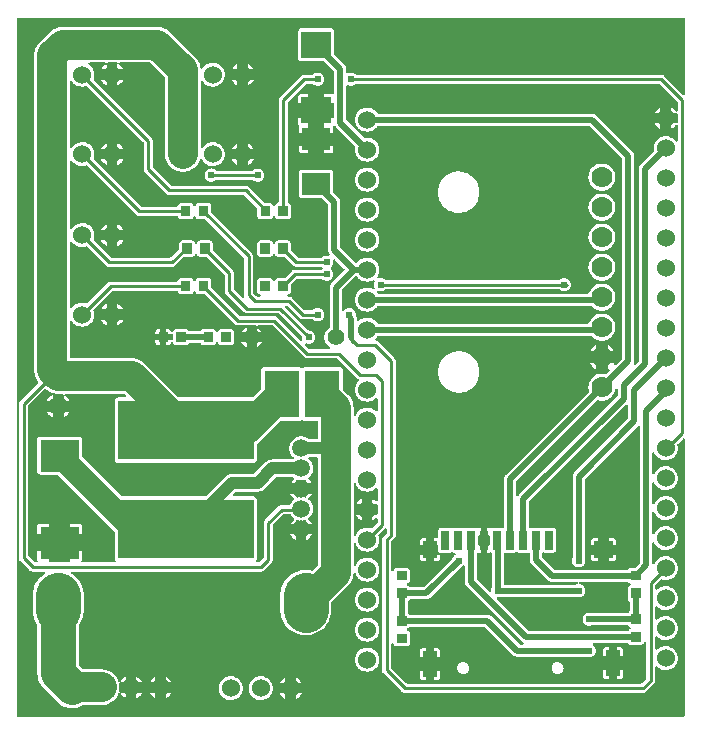
<source format=gtl>
G04 Layer: TopLayer*
G04 EasyEDA v6.5.5, 2022-06-21 14:44:54*
G04 7803e98a07e24d43aec7228dd6304fe2,95753c6d73fd445989ad8f01ddeeb764,10*
G04 Gerber Generator version 0.2*
G04 Scale: 100 percent, Rotated: No, Reflected: No *
G04 Dimensions in millimeters *
G04 leading zeros omitted , absolute positions ,4 integer and 5 decimal *
%FSLAX45Y45*%
%MOMM*%

%ADD11C,0.5000*%
%ADD12C,1.0000*%
%ADD13C,2.5000*%
%ADD14C,0.2500*%
%ADD15C,2.0000*%
%ADD16C,3.0000*%
%ADD17C,0.6096*%
%ADD18R,11.5000X5.0000*%
%ADD19R,3.0000X4.0000*%
%ADD20R,3.3000X2.7000*%
%ADD21R,2.3760X1.9000*%
%ADD22R,2.5000X2.3000*%
%ADD23R,0.8640X0.8065*%
%ADD26C,1.6000*%
%ADD27C,1.5000*%
%ADD28C,1.7780*%
%ADD29C,1.5240*%
%ADD30C,1.4079*%
%ADD34C,3.8000*%

%LPD*%
G36*
X2709773Y13567663D02*
G01*
X2705354Y13568222D01*
X2701594Y13570610D01*
X2632202Y13640054D01*
X2629966Y13643305D01*
X2629204Y13647216D01*
X2629204Y13777264D01*
X2628442Y13785240D01*
X2626258Y13792454D01*
X2622702Y13799108D01*
X2617622Y13805306D01*
X2455062Y13967815D01*
X2452878Y13971117D01*
X2452116Y13975029D01*
X2452116Y14025321D01*
X2451404Y14031671D01*
X2449474Y14037106D01*
X2446375Y14042034D01*
X2442311Y14046098D01*
X2437384Y14049197D01*
X2431948Y14051076D01*
X2425598Y14051788D01*
X2346096Y14051788D01*
X2339797Y14051076D01*
X2334310Y14049197D01*
X2329434Y14046098D01*
X2325319Y14042034D01*
X2322271Y14037106D01*
X2320137Y14031061D01*
X2318004Y14027505D01*
X2314600Y14025067D01*
X2310536Y14024254D01*
X2306472Y14025067D01*
X2303068Y14027505D01*
X2300935Y14031061D01*
X2298801Y14037106D01*
X2295753Y14042034D01*
X2291638Y14046098D01*
X2286762Y14049197D01*
X2281275Y14051076D01*
X2274976Y14051788D01*
X2195474Y14051788D01*
X2189124Y14051076D01*
X2183688Y14049197D01*
X2178761Y14046098D01*
X2174697Y14042034D01*
X2171598Y14037106D01*
X2169668Y14031671D01*
X2168956Y14025321D01*
X2168956Y13987729D01*
X2168194Y13983817D01*
X2166010Y13980515D01*
X2095246Y13909801D01*
X2091994Y13907566D01*
X2088083Y13906804D01*
X1594916Y13906804D01*
X1591005Y13907566D01*
X1587754Y13909801D01*
X1444752Y14052804D01*
X1442618Y14055902D01*
X1441754Y14059560D01*
X1442313Y14063319D01*
X1444650Y14070025D01*
X1447342Y14083385D01*
X1448257Y14097000D01*
X1447342Y14110614D01*
X1444650Y14123974D01*
X1440180Y14136878D01*
X1434033Y14149019D01*
X1426311Y14160246D01*
X1417167Y14170406D01*
X1406753Y14179194D01*
X1395272Y14186509D01*
X1382877Y14192250D01*
X1369872Y14196313D01*
X1356410Y14198549D01*
X1342796Y14199006D01*
X1329232Y14197685D01*
X1315923Y14194485D01*
X1303223Y14189608D01*
X1291285Y14183055D01*
X1280261Y14174978D01*
X1270457Y14165478D01*
X1262024Y14154759D01*
X1259027Y14151559D01*
X1254963Y14149882D01*
X1250594Y14150136D01*
X1246733Y14152168D01*
X1244041Y14155623D01*
X1243126Y14159941D01*
X1243126Y14719858D01*
X1244041Y14724176D01*
X1246733Y14727631D01*
X1250594Y14729663D01*
X1254963Y14729917D01*
X1259027Y14728240D01*
X1262024Y14725040D01*
X1270457Y14714321D01*
X1280261Y14704822D01*
X1291285Y14696744D01*
X1303223Y14690191D01*
X1315923Y14685314D01*
X1329232Y14682114D01*
X1342796Y14680793D01*
X1356410Y14681250D01*
X1369872Y14683486D01*
X1380286Y14686737D01*
X1383893Y14687143D01*
X1387449Y14686280D01*
X1390497Y14684197D01*
X1801266Y14273377D01*
X1807464Y14268297D01*
X1814118Y14264741D01*
X1821332Y14262557D01*
X1829307Y14261795D01*
X2146706Y14261795D01*
X2150364Y14261134D01*
X2153513Y14259204D01*
X2155748Y14256308D01*
X2156968Y14251228D01*
X2158898Y14245793D01*
X2161997Y14240865D01*
X2166061Y14236801D01*
X2170988Y14233702D01*
X2176424Y14231823D01*
X2182774Y14231112D01*
X2262276Y14231112D01*
X2268575Y14231823D01*
X2274062Y14233702D01*
X2278938Y14236801D01*
X2283053Y14240865D01*
X2286101Y14245793D01*
X2288235Y14251838D01*
X2290368Y14255394D01*
X2293772Y14257832D01*
X2297836Y14258645D01*
X2301900Y14257832D01*
X2305304Y14255394D01*
X2307437Y14251838D01*
X2309571Y14245793D01*
X2312619Y14240865D01*
X2316734Y14236801D01*
X2321610Y14233702D01*
X2327097Y14231823D01*
X2333396Y14231112D01*
X2383739Y14231112D01*
X2387650Y14230299D01*
X2390952Y14228114D01*
X2714498Y13904518D01*
X2716733Y13901267D01*
X2717495Y13897356D01*
X2717495Y13589507D01*
X2718511Y13580770D01*
X2718816Y13576300D01*
X2717241Y13572134D01*
X2713990Y13569086D01*
G37*

%LPC*%
G36*
X1555750Y14005204D02*
G01*
X1555750Y14052550D01*
X1508404Y14052550D01*
X1509115Y14050975D01*
X1516024Y14039240D01*
X1524508Y14028521D01*
X1534312Y14019022D01*
X1545285Y14010944D01*
G37*
G36*
X1644650Y14005356D02*
G01*
X1649272Y14007490D01*
X1660753Y14014805D01*
X1671167Y14023594D01*
X1680311Y14033754D01*
X1688033Y14044980D01*
X1691843Y14052550D01*
X1644650Y14052550D01*
G37*
G36*
X1644650Y14141450D02*
G01*
X1691843Y14141450D01*
X1688033Y14149019D01*
X1680311Y14160246D01*
X1671167Y14170406D01*
X1660753Y14179194D01*
X1649272Y14186509D01*
X1644650Y14188643D01*
G37*
G36*
X1508404Y14141450D02*
G01*
X1555750Y14141450D01*
X1555750Y14188795D01*
X1545285Y14183055D01*
X1534312Y14174978D01*
X1524508Y14165478D01*
X1516024Y14154759D01*
X1509115Y14143024D01*
G37*

%LPD*%
G36*
X3201670Y13202666D02*
G01*
X3197301Y13203275D01*
X3193592Y13205612D01*
X2999333Y13399922D01*
X2993136Y13405002D01*
X2986481Y13408558D01*
X2979267Y13410742D01*
X2971292Y13411504D01*
X2685389Y13411504D01*
X2681478Y13412266D01*
X2678226Y13414501D01*
X2442362Y13650315D01*
X2440178Y13653617D01*
X2439416Y13657529D01*
X2439416Y13707821D01*
X2438704Y13714171D01*
X2436774Y13719606D01*
X2433675Y13724534D01*
X2429611Y13728598D01*
X2424684Y13731697D01*
X2419248Y13733576D01*
X2412898Y13734288D01*
X2333396Y13734288D01*
X2327097Y13733576D01*
X2321610Y13731697D01*
X2316734Y13728598D01*
X2312619Y13724534D01*
X2309571Y13719606D01*
X2307437Y13713561D01*
X2305304Y13710005D01*
X2301900Y13707567D01*
X2297836Y13706754D01*
X2293772Y13707567D01*
X2290368Y13710005D01*
X2288235Y13713561D01*
X2286101Y13719606D01*
X2283053Y13724534D01*
X2278938Y13728598D01*
X2274062Y13731697D01*
X2268575Y13733576D01*
X2262276Y13734288D01*
X2182774Y13734288D01*
X2176424Y13733576D01*
X2170988Y13731697D01*
X2166061Y13728598D01*
X2161997Y13724534D01*
X2158898Y13719606D01*
X2156968Y13714171D01*
X2155748Y13709091D01*
X2153513Y13706195D01*
X2150364Y13704265D01*
X2146706Y13703604D01*
X1588008Y13703604D01*
X1580032Y13702842D01*
X1572818Y13700658D01*
X1566164Y13697102D01*
X1559966Y13692022D01*
X1390497Y13522502D01*
X1387449Y13520419D01*
X1383893Y13519556D01*
X1380286Y13519962D01*
X1369872Y13523213D01*
X1356410Y13525449D01*
X1342796Y13525906D01*
X1329232Y13524585D01*
X1315923Y13521385D01*
X1303223Y13516508D01*
X1291285Y13509955D01*
X1280261Y13501878D01*
X1270457Y13492378D01*
X1262024Y13481659D01*
X1259027Y13478459D01*
X1254963Y13476782D01*
X1250594Y13477036D01*
X1246733Y13479068D01*
X1244041Y13482523D01*
X1243126Y13486841D01*
X1243126Y14034058D01*
X1244041Y14038376D01*
X1246733Y14041831D01*
X1250594Y14043863D01*
X1254963Y14044117D01*
X1259027Y14042440D01*
X1262024Y14039240D01*
X1270457Y14028521D01*
X1280261Y14019022D01*
X1291285Y14010944D01*
X1303223Y14004391D01*
X1315923Y13999514D01*
X1329232Y13996314D01*
X1342796Y13994993D01*
X1356410Y13995450D01*
X1369872Y13997686D01*
X1380286Y14000937D01*
X1383893Y14001343D01*
X1387449Y14000480D01*
X1390497Y13998397D01*
X1547266Y13841577D01*
X1553464Y13836497D01*
X1560118Y13832941D01*
X1567332Y13830757D01*
X1575308Y13829995D01*
X2107692Y13829995D01*
X2115667Y13830757D01*
X2122881Y13832941D01*
X2129536Y13836497D01*
X2135733Y13841577D01*
X2204720Y13910614D01*
X2208022Y13912799D01*
X2211933Y13913612D01*
X2274976Y13913612D01*
X2281275Y13914323D01*
X2286762Y13916202D01*
X2291638Y13919301D01*
X2295753Y13923365D01*
X2298801Y13928293D01*
X2300935Y13934338D01*
X2303068Y13937894D01*
X2306472Y13940332D01*
X2310536Y13941145D01*
X2314600Y13940332D01*
X2318004Y13937894D01*
X2320137Y13934338D01*
X2322271Y13928293D01*
X2325319Y13923365D01*
X2329434Y13919301D01*
X2334310Y13916202D01*
X2339797Y13914323D01*
X2346096Y13913612D01*
X2396439Y13913612D01*
X2400350Y13912799D01*
X2403652Y13910614D01*
X2549398Y13764818D01*
X2551633Y13761567D01*
X2552395Y13757656D01*
X2552395Y13627607D01*
X2553157Y13619632D01*
X2555341Y13612418D01*
X2558897Y13605763D01*
X2563977Y13599566D01*
X2715666Y13447877D01*
X2721864Y13442797D01*
X2728518Y13439241D01*
X2735732Y13437057D01*
X2743708Y13436295D01*
X3002483Y13436295D01*
X3006394Y13435533D01*
X3009646Y13433298D01*
X3204718Y13238226D01*
X3206750Y13235330D01*
X3207664Y13231926D01*
X3208426Y13223595D01*
X3210610Y13215416D01*
X3210814Y13211048D01*
X3209086Y13206984D01*
X3205886Y13203986D01*
G37*

%LPD*%
G36*
X3271316Y13132104D02*
G01*
X3267405Y13132866D01*
X3264153Y13135101D01*
X3236112Y13163092D01*
X3233775Y13166801D01*
X3233166Y13171169D01*
X3234486Y13175386D01*
X3237484Y13178586D01*
X3241548Y13180313D01*
X3245916Y13180110D01*
X3254095Y13177926D01*
X3263900Y13177062D01*
X3273704Y13177926D01*
X3283153Y13180466D01*
X3292094Y13184581D01*
X3300120Y13190219D01*
X3307079Y13197179D01*
X3312718Y13205206D01*
X3316833Y13214146D01*
X3319373Y13223595D01*
X3320237Y13233400D01*
X3319373Y13243204D01*
X3316833Y13252653D01*
X3312718Y13261594D01*
X3307079Y13269620D01*
X3300120Y13276580D01*
X3292094Y13282218D01*
X3283153Y13286333D01*
X3273704Y13288873D01*
X3265373Y13289635D01*
X3261969Y13290550D01*
X3259074Y13292582D01*
X3069183Y13482472D01*
X3066948Y13485723D01*
X3066186Y13489635D01*
X3066948Y13493496D01*
X3069183Y13496798D01*
X3072485Y13499033D01*
X3076346Y13499795D01*
X3078683Y13499795D01*
X3082594Y13499033D01*
X3085846Y13496798D01*
X3185566Y13397077D01*
X3191764Y13391997D01*
X3198418Y13388441D01*
X3205632Y13386257D01*
X3213608Y13385495D01*
X3293465Y13385495D01*
X3297377Y13384733D01*
X3300628Y13382498D01*
X3302406Y13380719D01*
X3310483Y13375081D01*
X3319373Y13370966D01*
X3328873Y13368426D01*
X3338677Y13367562D01*
X3348431Y13368426D01*
X3357930Y13370966D01*
X3366820Y13375081D01*
X3374898Y13380719D01*
X3381806Y13387679D01*
X3387445Y13395706D01*
X3391611Y13404646D01*
X3394151Y13414095D01*
X3395014Y13423900D01*
X3394151Y13433704D01*
X3391611Y13443153D01*
X3387445Y13452094D01*
X3381806Y13460120D01*
X3374898Y13467080D01*
X3366820Y13472718D01*
X3357930Y13476833D01*
X3348431Y13479373D01*
X3338677Y13480237D01*
X3328873Y13479373D01*
X3319373Y13476833D01*
X3310483Y13472718D01*
X3302406Y13467080D01*
X3300628Y13465301D01*
X3297377Y13463066D01*
X3293465Y13462304D01*
X3233216Y13462304D01*
X3229305Y13463066D01*
X3226054Y13465301D01*
X3126333Y13565022D01*
X3120136Y13570102D01*
X3113481Y13573658D01*
X3106267Y13575842D01*
X3098241Y13576604D01*
X3094431Y13576655D01*
X3090519Y13577519D01*
X3087217Y13579856D01*
X3085084Y13583259D01*
X3084474Y13587222D01*
X3085388Y13591133D01*
X3087776Y13594384D01*
X3091230Y13596416D01*
X3097784Y13598702D01*
X3102711Y13601801D01*
X3106775Y13605865D01*
X3109874Y13610793D01*
X3111804Y13616228D01*
X3112516Y13622578D01*
X3112516Y13672870D01*
X3113278Y13676782D01*
X3115462Y13680084D01*
X3160826Y13725398D01*
X3164078Y13727633D01*
X3167989Y13728395D01*
X3371138Y13728395D01*
X3374999Y13727633D01*
X3378301Y13725398D01*
X3380079Y13723619D01*
X3388106Y13717981D01*
X3397046Y13713866D01*
X3406495Y13711326D01*
X3416300Y13710462D01*
X3426104Y13711326D01*
X3435553Y13713866D01*
X3444494Y13717981D01*
X3452520Y13723619D01*
X3459479Y13730579D01*
X3465118Y13738606D01*
X3469233Y13747546D01*
X3471773Y13756995D01*
X3472637Y13766800D01*
X3471773Y13776604D01*
X3469233Y13786053D01*
X3465118Y13794994D01*
X3459479Y13803020D01*
X3452063Y13810437D01*
X3449878Y13813688D01*
X3449116Y13817600D01*
X3449878Y13821511D01*
X3452063Y13824762D01*
X3459479Y13832179D01*
X3465118Y13840206D01*
X3469233Y13849146D01*
X3471773Y13858595D01*
X3472637Y13868400D01*
X3471773Y13878204D01*
X3471418Y13879576D01*
X3471214Y13883944D01*
X3472891Y13888008D01*
X3476142Y13891006D01*
X3480358Y13892326D01*
X3484727Y13891768D01*
X3488436Y13889380D01*
X3565702Y13812062D01*
X3567937Y13808811D01*
X3568700Y13804900D01*
X3567937Y13800988D01*
X3565702Y13797737D01*
X3456635Y13688669D01*
X3453485Y13685215D01*
X3450793Y13681710D01*
X3448405Y13677950D01*
X3446373Y13673988D01*
X3444646Y13669924D01*
X3443325Y13665657D01*
X3442360Y13661339D01*
X3441801Y13656919D01*
X3441598Y13652296D01*
X3441598Y13320572D01*
X3440582Y13316204D01*
X3437839Y13312698D01*
X3426764Y13303757D01*
X3417824Y13294156D01*
X3410254Y13283438D01*
X3404209Y13271754D01*
X3399790Y13259358D01*
X3397097Y13246506D01*
X3396234Y13233400D01*
X3397097Y13220293D01*
X3399790Y13207441D01*
X3404209Y13195046D01*
X3410254Y13183362D01*
X3417824Y13172643D01*
X3426764Y13163042D01*
X3436975Y13154761D01*
X3443224Y13150951D01*
X3446373Y13147954D01*
X3447948Y13143890D01*
X3447694Y13139521D01*
X3445662Y13135660D01*
X3442208Y13133019D01*
X3437940Y13132104D01*
G37*

%LPD*%
G36*
X3653536Y12562586D02*
G01*
X3649624Y12563348D01*
X3646373Y12565583D01*
X3644188Y12568834D01*
X3643426Y12572746D01*
X3643426Y12636195D01*
X3642461Y12653416D01*
X3639616Y12670078D01*
X3634943Y12686334D01*
X3628440Y12701981D01*
X3620262Y12716764D01*
X3610457Y12730581D01*
X3599027Y12743434D01*
X3557066Y12785344D01*
X3554882Y12788646D01*
X3554120Y12792506D01*
X3554120Y12950240D01*
X3553409Y12956540D01*
X3551478Y12962026D01*
X3548379Y12966903D01*
X3544315Y12971018D01*
X3539388Y12974066D01*
X3533952Y12975996D01*
X3527653Y12976707D01*
X3228746Y12976707D01*
X3222447Y12975996D01*
X3217011Y12974066D01*
X3212134Y12971068D01*
X3208629Y12969646D01*
X3204870Y12969646D01*
X3201365Y12971068D01*
X3196488Y12974066D01*
X3191052Y12975996D01*
X3184753Y12976707D01*
X2885846Y12976707D01*
X2879547Y12975996D01*
X2874111Y12974066D01*
X2869184Y12971018D01*
X2865120Y12966903D01*
X2862021Y12962026D01*
X2860090Y12956540D01*
X2859379Y12950240D01*
X2859379Y12792506D01*
X2858617Y12788646D01*
X2856433Y12785344D01*
X2795981Y12724892D01*
X2792679Y12722656D01*
X2788767Y12721894D01*
X2164232Y12721894D01*
X2160320Y12722656D01*
X2157018Y12724892D01*
X1872234Y13009727D01*
X1859381Y13021157D01*
X1845564Y13030962D01*
X1830781Y13039140D01*
X1815134Y13045643D01*
X1798878Y13050316D01*
X1782216Y13053161D01*
X1764995Y13054126D01*
X1253286Y13054126D01*
X1249375Y13054888D01*
X1246073Y13057073D01*
X1243888Y13060375D01*
X1243126Y13064286D01*
X1243126Y13360958D01*
X1244041Y13365276D01*
X1246733Y13368731D01*
X1250594Y13370763D01*
X1254963Y13371017D01*
X1259027Y13369340D01*
X1262024Y13366140D01*
X1270457Y13355421D01*
X1280261Y13345922D01*
X1291285Y13337844D01*
X1303223Y13331291D01*
X1315923Y13326414D01*
X1329232Y13323214D01*
X1342796Y13321893D01*
X1356410Y13322350D01*
X1369872Y13324586D01*
X1382877Y13328650D01*
X1395272Y13334390D01*
X1406753Y13341705D01*
X1417167Y13350494D01*
X1426311Y13360654D01*
X1434033Y13371880D01*
X1440180Y13384022D01*
X1444650Y13396925D01*
X1447342Y13410285D01*
X1448257Y13423900D01*
X1447342Y13437514D01*
X1444650Y13450874D01*
X1442313Y13457580D01*
X1441754Y13461339D01*
X1442618Y13464997D01*
X1444752Y13468096D01*
X1600454Y13623798D01*
X1603705Y13626033D01*
X1607616Y13626795D01*
X2146706Y13626795D01*
X2150364Y13626134D01*
X2153513Y13624204D01*
X2155748Y13621308D01*
X2156968Y13616228D01*
X2158898Y13610793D01*
X2161997Y13605865D01*
X2166061Y13601801D01*
X2170988Y13598702D01*
X2176424Y13596823D01*
X2182774Y13596112D01*
X2262276Y13596112D01*
X2268575Y13596823D01*
X2274062Y13598702D01*
X2278938Y13601801D01*
X2283053Y13605865D01*
X2286101Y13610793D01*
X2288235Y13616838D01*
X2290368Y13620394D01*
X2293772Y13622832D01*
X2297836Y13623645D01*
X2301900Y13622832D01*
X2305304Y13620394D01*
X2307437Y13616838D01*
X2309571Y13610793D01*
X2312619Y13605865D01*
X2316734Y13601801D01*
X2321610Y13598702D01*
X2327097Y13596823D01*
X2333396Y13596112D01*
X2383739Y13596112D01*
X2387650Y13595299D01*
X2390952Y13593114D01*
X2637739Y13346277D01*
X2643936Y13341197D01*
X2650591Y13337641D01*
X2657805Y13335457D01*
X2665780Y13334695D01*
X2726740Y13334695D01*
X2731008Y13333780D01*
X2734462Y13331139D01*
X2736494Y13327278D01*
X2736748Y13322909D01*
X2735173Y13318845D01*
X2732024Y13315848D01*
X2725775Y13312038D01*
X2715564Y13303757D01*
X2706624Y13294156D01*
X2699054Y13283438D01*
X2694635Y13274954D01*
X2739745Y13274954D01*
X2739745Y13324535D01*
X2740507Y13328396D01*
X2742742Y13331698D01*
X2746044Y13333933D01*
X2749905Y13334695D01*
X2812694Y13334695D01*
X2816555Y13333933D01*
X2819857Y13331698D01*
X2822092Y13328396D01*
X2822854Y13324535D01*
X2822854Y13274954D01*
X2867964Y13274954D01*
X2863545Y13283438D01*
X2855976Y13294156D01*
X2847035Y13303757D01*
X2836824Y13312038D01*
X2830576Y13315848D01*
X2827426Y13318845D01*
X2825851Y13322909D01*
X2826105Y13327278D01*
X2828137Y13331139D01*
X2831592Y13333780D01*
X2835859Y13334695D01*
X2951683Y13334695D01*
X2955594Y13333933D01*
X2958846Y13331698D01*
X3223666Y13066877D01*
X3229864Y13061797D01*
X3236518Y13058241D01*
X3243732Y13056057D01*
X3251708Y13055295D01*
X3497783Y13055295D01*
X3501694Y13054533D01*
X3504946Y13052298D01*
X3668166Y12889077D01*
X3674364Y12883997D01*
X3681018Y12880441D01*
X3684524Y12879374D01*
X3688232Y12877393D01*
X3690772Y12874040D01*
X3691737Y12869976D01*
X3690975Y12865862D01*
X3688638Y12862356D01*
X3683508Y12857378D01*
X3675024Y12846659D01*
X3668064Y12834924D01*
X3662781Y12822377D01*
X3659174Y12809220D01*
X3657346Y12795707D01*
X3657346Y12782092D01*
X3659174Y12768580D01*
X3662781Y12755422D01*
X3668064Y12742875D01*
X3675024Y12731140D01*
X3683508Y12720421D01*
X3693312Y12710922D01*
X3704285Y12702844D01*
X3716223Y12696291D01*
X3728974Y12691414D01*
X3742232Y12688214D01*
X3755796Y12686893D01*
X3769410Y12687350D01*
X3782872Y12689586D01*
X3795877Y12693650D01*
X3808272Y12699390D01*
X3819753Y12706705D01*
X3831031Y12716357D01*
X3834384Y12718237D01*
X3838143Y12718745D01*
X3841902Y12717830D01*
X3845001Y12715595D01*
X3847084Y12712395D01*
X3847795Y12708636D01*
X3847795Y12615164D01*
X3847084Y12611404D01*
X3845001Y12608204D01*
X3841902Y12605969D01*
X3838143Y12605054D01*
X3834384Y12605562D01*
X3831031Y12607442D01*
X3819753Y12617094D01*
X3808272Y12624409D01*
X3795877Y12630150D01*
X3782872Y12634214D01*
X3769410Y12636449D01*
X3755796Y12636906D01*
X3742232Y12635585D01*
X3728974Y12632385D01*
X3716223Y12627508D01*
X3704285Y12620955D01*
X3693312Y12612878D01*
X3683508Y12603378D01*
X3675024Y12592659D01*
X3668064Y12580924D01*
X3662934Y12568783D01*
X3660698Y12565481D01*
X3657396Y12563297D01*
G37*

%LPC*%
G36*
X2822854Y13146735D02*
G01*
X2825597Y13147903D01*
X2836824Y13154761D01*
X2847035Y13163042D01*
X2855976Y13172643D01*
X2863545Y13183362D01*
X2867964Y13191845D01*
X2822854Y13191845D01*
G37*
G36*
X2739745Y13146735D02*
G01*
X2739745Y13191845D01*
X2694635Y13191845D01*
X2699054Y13183362D01*
X2706624Y13172643D01*
X2715564Y13163042D01*
X2725775Y13154761D01*
X2737002Y13147903D01*
G37*
G36*
X1993138Y13164312D02*
G01*
X2006346Y13164312D01*
X2006346Y13205460D01*
X1966620Y13205460D01*
X1966620Y13190778D01*
X1967331Y13184428D01*
X1969262Y13178993D01*
X1972360Y13174065D01*
X1976424Y13170001D01*
X1981352Y13166902D01*
X1986788Y13165023D01*
G37*
G36*
X2059381Y13164312D02*
G01*
X2072639Y13164312D01*
X2078939Y13165023D01*
X2084425Y13166902D01*
X2089302Y13170001D01*
X2093417Y13174065D01*
X2096465Y13178993D01*
X2098598Y13185038D01*
X2100732Y13188594D01*
X2104136Y13191032D01*
X2108200Y13191845D01*
X2112264Y13191032D01*
X2115667Y13188594D01*
X2117801Y13185038D01*
X2119934Y13178993D01*
X2122982Y13174065D01*
X2127097Y13170001D01*
X2131974Y13166902D01*
X2137460Y13165023D01*
X2143760Y13164312D01*
X2223262Y13164312D01*
X2229612Y13165023D01*
X2235047Y13166902D01*
X2239975Y13170001D01*
X2244039Y13174065D01*
X2246325Y13177723D01*
X2248611Y13180263D01*
X2251608Y13181939D01*
X2254961Y13182498D01*
X2342438Y13182498D01*
X2345791Y13181939D01*
X2348788Y13180263D01*
X2351074Y13177723D01*
X2353360Y13174065D01*
X2357424Y13170001D01*
X2362352Y13166902D01*
X2367788Y13165023D01*
X2374138Y13164312D01*
X2453640Y13164312D01*
X2459939Y13165023D01*
X2465425Y13166902D01*
X2470302Y13170001D01*
X2474417Y13174065D01*
X2477465Y13178993D01*
X2479598Y13185038D01*
X2481732Y13188594D01*
X2485136Y13191032D01*
X2489200Y13191845D01*
X2493264Y13191032D01*
X2496667Y13188594D01*
X2498801Y13185038D01*
X2500934Y13178993D01*
X2503982Y13174065D01*
X2508097Y13170001D01*
X2512974Y13166902D01*
X2518460Y13165023D01*
X2524760Y13164312D01*
X2604262Y13164312D01*
X2610612Y13165023D01*
X2616047Y13166902D01*
X2620975Y13170001D01*
X2625039Y13174065D01*
X2628138Y13178993D01*
X2630068Y13184428D01*
X2630779Y13190778D01*
X2630779Y13276021D01*
X2630068Y13282371D01*
X2628138Y13287806D01*
X2625039Y13292734D01*
X2620975Y13296798D01*
X2616047Y13299897D01*
X2610612Y13301776D01*
X2604262Y13302488D01*
X2524760Y13302488D01*
X2518460Y13301776D01*
X2512974Y13299897D01*
X2508097Y13296798D01*
X2503982Y13292734D01*
X2500934Y13287806D01*
X2498801Y13281761D01*
X2496667Y13278205D01*
X2493264Y13275767D01*
X2489200Y13274954D01*
X2485136Y13275767D01*
X2481732Y13278205D01*
X2479598Y13281761D01*
X2477465Y13287806D01*
X2474417Y13292734D01*
X2470302Y13296798D01*
X2465425Y13299897D01*
X2459939Y13301776D01*
X2453640Y13302488D01*
X2374138Y13302488D01*
X2367788Y13301776D01*
X2362352Y13299897D01*
X2357424Y13296798D01*
X2353360Y13292734D01*
X2351074Y13289076D01*
X2348788Y13286536D01*
X2345791Y13284860D01*
X2342438Y13284301D01*
X2254961Y13284301D01*
X2251608Y13284860D01*
X2248611Y13286536D01*
X2246325Y13289076D01*
X2244039Y13292734D01*
X2239975Y13296798D01*
X2235047Y13299897D01*
X2229612Y13301776D01*
X2223262Y13302488D01*
X2143760Y13302488D01*
X2137460Y13301776D01*
X2131974Y13299897D01*
X2127097Y13296798D01*
X2122982Y13292734D01*
X2119934Y13287806D01*
X2117801Y13281761D01*
X2115667Y13278205D01*
X2112264Y13275767D01*
X2108200Y13274954D01*
X2104136Y13275767D01*
X2100732Y13278205D01*
X2098598Y13281761D01*
X2096465Y13287806D01*
X2093417Y13292734D01*
X2089302Y13296798D01*
X2084425Y13299897D01*
X2078939Y13301776D01*
X2072639Y13302488D01*
X2059381Y13302488D01*
X2059381Y13261340D01*
X2107133Y13261340D01*
X2111044Y13260578D01*
X2114296Y13258393D01*
X2116531Y13255091D01*
X2117293Y13251180D01*
X2117293Y13215619D01*
X2116531Y13211708D01*
X2114296Y13208406D01*
X2111044Y13206222D01*
X2107133Y13205460D01*
X2059381Y13205460D01*
G37*
G36*
X1966620Y13261340D02*
G01*
X2006346Y13261340D01*
X2006346Y13302488D01*
X1993138Y13302488D01*
X1986788Y13301776D01*
X1981352Y13299897D01*
X1976424Y13296798D01*
X1972360Y13292734D01*
X1969262Y13287806D01*
X1967331Y13282371D01*
X1966620Y13276021D01*
G37*
G36*
X1555750Y13332104D02*
G01*
X1555750Y13379450D01*
X1508404Y13379450D01*
X1509115Y13377875D01*
X1516024Y13366140D01*
X1524508Y13355421D01*
X1534312Y13345922D01*
X1545285Y13337844D01*
G37*
G36*
X1644650Y13332256D02*
G01*
X1649272Y13334390D01*
X1660753Y13341705D01*
X1671167Y13350494D01*
X1680311Y13360654D01*
X1688033Y13371880D01*
X1691843Y13379450D01*
X1644650Y13379450D01*
G37*
G36*
X1644650Y13468350D02*
G01*
X1691843Y13468350D01*
X1688033Y13475919D01*
X1680311Y13487146D01*
X1671167Y13497306D01*
X1660753Y13506094D01*
X1649272Y13513409D01*
X1644650Y13515543D01*
G37*
G36*
X1508404Y13468350D02*
G01*
X1555750Y13468350D01*
X1555750Y13515695D01*
X1545285Y13509955D01*
X1534312Y13501878D01*
X1524508Y13492378D01*
X1516024Y13481659D01*
X1509115Y13469924D01*
G37*

%LPD*%
G36*
X5030673Y11886844D02*
G01*
X5026507Y11887301D01*
X5022900Y11889435D01*
X5020462Y11892838D01*
X5019598Y11896953D01*
X5019598Y12006427D01*
X5020360Y12010339D01*
X5022596Y12013641D01*
X5705957Y12697002D01*
X5709005Y12699085D01*
X5712612Y12699949D01*
X5716270Y12699441D01*
X5718403Y12698780D01*
X5732526Y12696088D01*
X5746953Y12695174D01*
X5761329Y12696088D01*
X5775502Y12698780D01*
X5789168Y12703200D01*
X5802223Y12709347D01*
X5814415Y12717068D01*
X5825490Y12726263D01*
X5835396Y12736779D01*
X5843828Y12748463D01*
X5850788Y12761061D01*
X5856122Y12774472D01*
X5859729Y12788950D01*
X5861202Y12793014D01*
X5864250Y12796113D01*
X5868263Y12797688D01*
X5872632Y12797434D01*
X5876442Y12795351D01*
X5879084Y12791897D01*
X5879998Y12787680D01*
X5879998Y12737998D01*
X5879236Y12734086D01*
X5877001Y12730835D01*
X5042865Y11896648D01*
X5037836Y11890756D01*
X5034635Y11888012D01*
G37*

%LPD*%
G36*
X3653536Y11546586D02*
G01*
X3649624Y11547348D01*
X3646373Y11549583D01*
X3644188Y11552834D01*
X3643426Y11556746D01*
X3643426Y11989054D01*
X3644188Y11992965D01*
X3646373Y11996216D01*
X3649624Y11998452D01*
X3653536Y11999214D01*
X3657396Y11998502D01*
X3660698Y11996318D01*
X3662934Y11993016D01*
X3668064Y11980875D01*
X3675024Y11969140D01*
X3683508Y11958421D01*
X3693312Y11948922D01*
X3704285Y11940844D01*
X3716223Y11934291D01*
X3728974Y11929414D01*
X3742232Y11926214D01*
X3755796Y11924893D01*
X3769410Y11925350D01*
X3782872Y11927586D01*
X3795877Y11931650D01*
X3808272Y11937390D01*
X3819753Y11944705D01*
X3831031Y11954357D01*
X3834384Y11956237D01*
X3838143Y11956745D01*
X3841902Y11955830D01*
X3845001Y11953595D01*
X3847084Y11950395D01*
X3847795Y11946636D01*
X3847795Y11853164D01*
X3847084Y11849404D01*
X3845001Y11846204D01*
X3841902Y11843969D01*
X3838143Y11843054D01*
X3834384Y11843562D01*
X3831031Y11845442D01*
X3819753Y11855094D01*
X3808272Y11862409D01*
X3803650Y11864543D01*
X3803650Y11817350D01*
X3837635Y11817350D01*
X3841496Y11816588D01*
X3844798Y11814352D01*
X3847033Y11811101D01*
X3847795Y11807190D01*
X3847795Y11738610D01*
X3847033Y11734698D01*
X3844798Y11731447D01*
X3841496Y11729212D01*
X3837635Y11728450D01*
X3803650Y11728450D01*
X3803650Y11681256D01*
X3808272Y11683390D01*
X3819753Y11690705D01*
X3831031Y11700357D01*
X3834384Y11702237D01*
X3838143Y11702745D01*
X3841902Y11701830D01*
X3845001Y11699595D01*
X3847084Y11696395D01*
X3847795Y11692636D01*
X3847795Y11666016D01*
X3847033Y11662105D01*
X3844798Y11658854D01*
X3803497Y11617502D01*
X3800449Y11615420D01*
X3796893Y11614556D01*
X3793286Y11614962D01*
X3782872Y11618214D01*
X3769410Y11620449D01*
X3755796Y11620906D01*
X3742232Y11619585D01*
X3728974Y11616385D01*
X3716223Y11611508D01*
X3704285Y11604955D01*
X3693312Y11596878D01*
X3683508Y11587378D01*
X3675024Y11576659D01*
X3668064Y11564924D01*
X3662934Y11552783D01*
X3660698Y11549481D01*
X3657396Y11547297D01*
G37*

%LPC*%
G36*
X3714750Y11681104D02*
G01*
X3714750Y11728450D01*
X3667404Y11728450D01*
X3668064Y11726875D01*
X3675024Y11715140D01*
X3683508Y11704421D01*
X3693312Y11694922D01*
X3704285Y11686844D01*
G37*
G36*
X3667404Y11817350D02*
G01*
X3714750Y11817350D01*
X3714750Y11864695D01*
X3704285Y11858955D01*
X3693312Y11850878D01*
X3683508Y11841378D01*
X3675024Y11830659D01*
X3668064Y11818924D01*
G37*

%LPD*%
G36*
X947216Y11325098D02*
G01*
X943305Y11325860D01*
X940053Y11328044D01*
X892302Y11375796D01*
X890066Y11379098D01*
X889304Y11383010D01*
X889304Y12650876D01*
X890066Y12654737D01*
X892302Y12658039D01*
X1026566Y12792354D01*
X1029766Y12794488D01*
X1033475Y12795300D01*
X1037234Y12794691D01*
X1040536Y12792710D01*
X1048918Y12785242D01*
X1062736Y12775438D01*
X1077518Y12767259D01*
X1092657Y12760960D01*
X1095857Y12758877D01*
X1098092Y12755676D01*
X1098854Y12752222D01*
X1100277Y12754051D01*
X1104138Y12756083D01*
X1108557Y12756286D01*
X1126134Y12753238D01*
X1143304Y12752273D01*
X1179169Y12752273D01*
X1183081Y12751511D01*
X1186383Y12749326D01*
X1188567Y12746024D01*
X1189329Y12742113D01*
X1189329Y12695529D01*
X1237945Y12695529D01*
X1234694Y12702133D01*
X1227023Y12713665D01*
X1217879Y12724079D01*
X1207465Y12733223D01*
X1203756Y12736779D01*
X1202334Y12740792D01*
X1202639Y12745059D01*
X1204772Y12748818D01*
X1208176Y12751409D01*
X1212392Y12752273D01*
X1698599Y12752273D01*
X1702460Y12751511D01*
X1705762Y12749326D01*
X1715820Y12739268D01*
X1718056Y12735966D01*
X1718818Y12732054D01*
X1718056Y12728194D01*
X1715820Y12724892D01*
X1712518Y12722656D01*
X1708657Y12721894D01*
X1648053Y12721894D01*
X1641754Y12721183D01*
X1636268Y12719304D01*
X1631391Y12716205D01*
X1627276Y12712090D01*
X1624228Y12707213D01*
X1622298Y12701727D01*
X1621586Y12695428D01*
X1621586Y12196572D01*
X1622298Y12190272D01*
X1624228Y12184786D01*
X1627276Y12179909D01*
X1631391Y12175794D01*
X1636268Y12172696D01*
X1641754Y12170816D01*
X1648053Y12170105D01*
X2796946Y12170105D01*
X2803245Y12170816D01*
X2808732Y12172696D01*
X2813608Y12175794D01*
X2817723Y12179909D01*
X2820771Y12184786D01*
X2822702Y12190272D01*
X2823413Y12196572D01*
X2823413Y12322454D01*
X2824276Y12326569D01*
X2826816Y12330023D01*
X2837434Y12339472D01*
X3019856Y12521895D01*
X3023108Y12524130D01*
X3027019Y12524892D01*
X3184753Y12524892D01*
X3191052Y12525603D01*
X3196488Y12527534D01*
X3201365Y12530531D01*
X3204870Y12531953D01*
X3208629Y12531953D01*
X3212134Y12530531D01*
X3217011Y12527534D01*
X3222447Y12525603D01*
X3228746Y12524892D01*
X3331413Y12524892D01*
X3335324Y12524130D01*
X3338626Y12521895D01*
X3340811Y12518644D01*
X3341573Y12514732D01*
X3341573Y12378131D01*
X3340811Y12374219D01*
X3338576Y12370917D01*
X3335274Y12368682D01*
X3331362Y12367971D01*
X3270707Y12368326D01*
X3267100Y12368987D01*
X3251809Y12379502D01*
X3239770Y12385598D01*
X3227070Y12390018D01*
X3213862Y12392660D01*
X3200400Y12393574D01*
X3186938Y12392660D01*
X3173730Y12390018D01*
X3161030Y12385598D01*
X3148990Y12379502D01*
X3137865Y12371882D01*
X3127857Y12362840D01*
X3119170Y12352528D01*
X3111906Y12341199D01*
X3106267Y12328956D01*
X3102254Y12316104D01*
X3100019Y12302794D01*
X3099562Y12289332D01*
X3100933Y12275921D01*
X3104032Y12262815D01*
X3108909Y12250216D01*
X3115360Y12238431D01*
X3123336Y12227560D01*
X3132734Y12217857D01*
X3135426Y12215723D01*
X3138119Y12212523D01*
X3139287Y12208560D01*
X3138728Y12204446D01*
X3136595Y12200839D01*
X3133191Y12198451D01*
X3129127Y12197588D01*
X2949651Y12197537D01*
X2940812Y12196724D01*
X2938373Y12196318D01*
X2929737Y12194184D01*
X2927400Y12193422D01*
X2919171Y12190018D01*
X2916986Y12188901D01*
X2909366Y12184278D01*
X2900527Y12177217D01*
X2803652Y12080392D01*
X2800350Y12078157D01*
X2796438Y12077395D01*
X2613558Y12077344D01*
X2604719Y12076531D01*
X2602280Y12076125D01*
X2593644Y12073991D01*
X2591308Y12073229D01*
X2583078Y12069826D01*
X2580894Y12068708D01*
X2573274Y12064085D01*
X2564434Y12057024D01*
X2394051Y11886692D01*
X2390749Y11884456D01*
X2386838Y11883694D01*
X1684680Y11883694D01*
X1680819Y11884456D01*
X1677517Y11886692D01*
X1349603Y12214606D01*
X1347368Y12217908D01*
X1346606Y12221768D01*
X1346606Y12364872D01*
X1345895Y12371171D01*
X1343964Y12376658D01*
X1340916Y12381534D01*
X1336802Y12385649D01*
X1331925Y12388697D01*
X1326438Y12390628D01*
X1320139Y12391339D01*
X991260Y12391339D01*
X984961Y12390628D01*
X979474Y12388697D01*
X974598Y12385649D01*
X970483Y12381534D01*
X967435Y12376658D01*
X965504Y12371171D01*
X964793Y12364872D01*
X964793Y12095988D01*
X965504Y12089688D01*
X967435Y12084202D01*
X970483Y12079325D01*
X974598Y12075210D01*
X979474Y12072162D01*
X984961Y12070232D01*
X991260Y12069521D01*
X1134313Y12069521D01*
X1138224Y12068759D01*
X1141526Y12066574D01*
X1618640Y11589461D01*
X1620824Y11586159D01*
X1621586Y11582247D01*
X1621586Y11358372D01*
X1622298Y11352072D01*
X1624228Y11346586D01*
X1628749Y11339118D01*
X1629511Y11335258D01*
X1628749Y11331346D01*
X1626565Y11328044D01*
X1623263Y11325860D01*
X1619351Y11325098D01*
X1348486Y11325098D01*
X1344218Y11326012D01*
X1340764Y11328603D01*
X1338681Y11332413D01*
X1338427Y11336731D01*
X1339951Y11340795D01*
X1344015Y11347043D01*
X1345895Y11352428D01*
X1346606Y11358727D01*
X1346606Y11419332D01*
X1244549Y11419332D01*
X1244549Y11335258D01*
X1243787Y11331346D01*
X1241552Y11328044D01*
X1238300Y11325860D01*
X1234389Y11325098D01*
X1077010Y11325098D01*
X1073099Y11325860D01*
X1069848Y11328044D01*
X1067612Y11331346D01*
X1066850Y11335258D01*
X1066850Y11419332D01*
X964793Y11419332D01*
X964793Y11358727D01*
X965504Y11352428D01*
X967384Y11347043D01*
X971448Y11340795D01*
X972972Y11336731D01*
X972718Y11332413D01*
X970635Y11328603D01*
X967181Y11326012D01*
X962914Y11325098D01*
G37*

%LPC*%
G36*
X1244549Y11567007D02*
G01*
X1346606Y11567007D01*
X1346606Y11627612D01*
X1345895Y11633911D01*
X1343964Y11639397D01*
X1340916Y11644274D01*
X1336802Y11648389D01*
X1331925Y11651437D01*
X1326438Y11653367D01*
X1320139Y11654078D01*
X1244549Y11654078D01*
G37*
G36*
X964793Y11567007D02*
G01*
X1066850Y11567007D01*
X1066850Y11654078D01*
X991260Y11654078D01*
X984961Y11653367D01*
X979474Y11651437D01*
X974598Y11648389D01*
X970483Y11644274D01*
X967435Y11639397D01*
X965504Y11633911D01*
X964793Y11627612D01*
G37*
G36*
X1189329Y12554254D02*
G01*
X1195933Y12557506D01*
X1207465Y12565176D01*
X1217879Y12574320D01*
X1227023Y12584734D01*
X1234694Y12596266D01*
X1237945Y12602870D01*
X1189329Y12602870D01*
G37*
G36*
X1096670Y12554254D02*
G01*
X1096670Y12602870D01*
X1048054Y12602870D01*
X1051306Y12596266D01*
X1058976Y12584734D01*
X1068120Y12574320D01*
X1078534Y12565176D01*
X1090066Y12557506D01*
G37*
G36*
X1048054Y12695529D02*
G01*
X1096670Y12695529D01*
X1096670Y12745313D01*
X1093266Y12742468D01*
X1090066Y12740894D01*
X1078534Y12733223D01*
X1068120Y12724079D01*
X1058976Y12713665D01*
X1051306Y12702133D01*
G37*

%LPD*%
G36*
X5347462Y11264138D02*
G01*
X5343550Y11264900D01*
X5340299Y11267135D01*
X5241594Y11365839D01*
X5239359Y11369090D01*
X5238597Y11373002D01*
X5238597Y11400231D01*
X5239359Y11404041D01*
X5241442Y11407292D01*
X5244541Y11409527D01*
X5248300Y11410391D01*
X5252110Y11409832D01*
X5257038Y11408105D01*
X5263388Y11407394D01*
X5332323Y11407394D01*
X5338673Y11408105D01*
X5344109Y11410035D01*
X5349036Y11413083D01*
X5353100Y11417198D01*
X5356199Y11422075D01*
X5358079Y11427561D01*
X5358841Y11433860D01*
X5358841Y11592763D01*
X5358079Y11599062D01*
X5356199Y11604548D01*
X5353100Y11609425D01*
X5349036Y11613540D01*
X5344109Y11616588D01*
X5338673Y11618518D01*
X5332323Y11619230D01*
X5263388Y11619230D01*
X5257038Y11618518D01*
X5251602Y11616588D01*
X5247894Y11614302D01*
X5244388Y11612930D01*
X5240629Y11612930D01*
X5237124Y11614302D01*
X5233974Y11616283D01*
X5228488Y11618163D01*
X5222189Y11618874D01*
X5153202Y11618874D01*
X5146903Y11618163D01*
X5143144Y11616842D01*
X5139334Y11616283D01*
X5135575Y11617198D01*
X5132425Y11619433D01*
X5130342Y11622684D01*
X5129631Y11626443D01*
X5129631Y11835231D01*
X5130393Y11839092D01*
X5132578Y11842394D01*
X5951524Y12661341D01*
X5954826Y12663576D01*
X5958738Y12664338D01*
X5962599Y12663576D01*
X5965901Y12661341D01*
X5968136Y12658039D01*
X5968898Y12654178D01*
X5968898Y12547498D01*
X5968136Y12543586D01*
X5965901Y12540335D01*
X5514035Y12088469D01*
X5510885Y12085015D01*
X5508193Y12081510D01*
X5505805Y12077750D01*
X5503773Y12073788D01*
X5502046Y12069724D01*
X5500725Y12065457D01*
X5499760Y12061139D01*
X5499201Y12056719D01*
X5498998Y12052096D01*
X5498998Y11367008D01*
X5498033Y11362690D01*
X5496966Y11360353D01*
X5494426Y11350904D01*
X5493562Y11341100D01*
X5494426Y11331295D01*
X5496966Y11321846D01*
X5501081Y11312906D01*
X5506720Y11304879D01*
X5513679Y11297920D01*
X5521706Y11292281D01*
X5530646Y11288166D01*
X5540095Y11285626D01*
X5549900Y11284762D01*
X5559704Y11285626D01*
X5569153Y11288166D01*
X5578094Y11292281D01*
X5586120Y11297920D01*
X5593080Y11304879D01*
X5598718Y11312906D01*
X5602833Y11321846D01*
X5605373Y11331295D01*
X5606237Y11341100D01*
X5605373Y11350904D01*
X5602833Y11360353D01*
X5601766Y11362690D01*
X5600801Y11367008D01*
X5600801Y12027001D01*
X5601563Y12030913D01*
X5603798Y12034164D01*
X6053124Y12483541D01*
X6056426Y12485776D01*
X6060338Y12486538D01*
X6064199Y12485776D01*
X6067501Y12483541D01*
X6069736Y12480239D01*
X6070498Y12476378D01*
X6070498Y11327434D01*
X6069736Y11323523D01*
X6067501Y11320272D01*
X6029706Y11282426D01*
X6026404Y11280241D01*
X6022492Y11279479D01*
X5989878Y11279479D01*
X5983528Y11278768D01*
X5978093Y11276838D01*
X5973165Y11273739D01*
X5966358Y11266373D01*
X5963361Y11264696D01*
X5960008Y11264138D01*
G37*

%LPC*%
G36*
X5680913Y11337747D02*
G01*
X5714034Y11337747D01*
X5714034Y11392306D01*
X5654446Y11392306D01*
X5654446Y11364264D01*
X5655157Y11357914D01*
X5657088Y11352479D01*
X5660136Y11347551D01*
X5664250Y11343487D01*
X5669127Y11340388D01*
X5674614Y11338509D01*
G37*
G36*
X5806694Y11337747D02*
G01*
X5839815Y11337747D01*
X5846114Y11338509D01*
X5851601Y11340388D01*
X5856478Y11343487D01*
X5860592Y11347551D01*
X5863640Y11352479D01*
X5865571Y11357914D01*
X5866282Y11364264D01*
X5866282Y11392306D01*
X5806694Y11392306D01*
G37*
G36*
X5806694Y11475008D02*
G01*
X5866282Y11475008D01*
X5866282Y11503050D01*
X5865571Y11509400D01*
X5863640Y11514836D01*
X5860592Y11519763D01*
X5856478Y11523827D01*
X5851601Y11526926D01*
X5846114Y11528806D01*
X5839815Y11529517D01*
X5806694Y11529517D01*
G37*
G36*
X5654446Y11475008D02*
G01*
X5714034Y11475008D01*
X5714034Y11529517D01*
X5680913Y11529517D01*
X5674614Y11528806D01*
X5669127Y11526926D01*
X5664250Y11523827D01*
X5660136Y11519763D01*
X5657088Y11514836D01*
X5655157Y11509400D01*
X5654446Y11503050D01*
G37*

%LPD*%
G36*
X4925161Y11138001D02*
G01*
X4921300Y11138763D01*
X4917998Y11140998D01*
X4915763Y11144300D01*
X4915001Y11148161D01*
X4915001Y11397996D01*
X4915916Y11402161D01*
X4918456Y11405616D01*
X4922164Y11407698D01*
X4926431Y11408054D01*
X4934254Y11407089D01*
X5003190Y11407089D01*
X5009489Y11407800D01*
X5014976Y11409680D01*
X5018278Y11411813D01*
X5021834Y11413185D01*
X5025593Y11413185D01*
X5029098Y11411813D01*
X5032451Y11409680D01*
X5037886Y11407800D01*
X5044236Y11407089D01*
X5113172Y11407089D01*
X5119522Y11407800D01*
X5123281Y11409121D01*
X5127091Y11409680D01*
X5130850Y11408765D01*
X5133949Y11406530D01*
X5136083Y11403279D01*
X5136794Y11399520D01*
X5136794Y11347907D01*
X5136997Y11343284D01*
X5137556Y11338864D01*
X5138521Y11334546D01*
X5139842Y11330279D01*
X5141569Y11326215D01*
X5143601Y11322253D01*
X5145989Y11318494D01*
X5148681Y11314988D01*
X5151831Y11311534D01*
X5285994Y11177371D01*
X5289448Y11174222D01*
X5292953Y11171529D01*
X5296712Y11169142D01*
X5300675Y11167110D01*
X5304739Y11165382D01*
X5309006Y11164062D01*
X5313324Y11163096D01*
X5317744Y11162538D01*
X5322366Y11162334D01*
X5536590Y11162334D01*
X5540654Y11161471D01*
X5544058Y11159083D01*
X5546191Y11155527D01*
X5546750Y11151412D01*
X5545582Y11147399D01*
X5542940Y11144250D01*
X5539232Y11142370D01*
X5530646Y11140033D01*
X5528310Y11138966D01*
X5523992Y11138001D01*
G37*

%LPD*%
G36*
X5129834Y10745165D02*
G01*
X5125923Y10745927D01*
X5122672Y10748162D01*
X4857394Y11013389D01*
X4855260Y11016589D01*
X4854397Y11020298D01*
X4855006Y11024057D01*
X4856988Y11027359D01*
X4859985Y11029696D01*
X4863693Y11030712D01*
X4873904Y11031626D01*
X4883353Y11034166D01*
X4885690Y11035233D01*
X4890008Y11036198D01*
X5523992Y11036198D01*
X5528310Y11035233D01*
X5530646Y11034166D01*
X5540095Y11031626D01*
X5549900Y11030762D01*
X5559704Y11031626D01*
X5569153Y11034166D01*
X5578094Y11038281D01*
X5586120Y11043920D01*
X5593080Y11050879D01*
X5598718Y11058906D01*
X5602833Y11067846D01*
X5605373Y11077295D01*
X5606237Y11087100D01*
X5605373Y11096904D01*
X5602833Y11106353D01*
X5598718Y11115294D01*
X5593080Y11123320D01*
X5586120Y11130280D01*
X5578094Y11135918D01*
X5569153Y11140033D01*
X5560568Y11142370D01*
X5556859Y11144250D01*
X5554218Y11147399D01*
X5553049Y11151412D01*
X5553608Y11155527D01*
X5555742Y11159083D01*
X5559145Y11161471D01*
X5563209Y11162334D01*
X5960008Y11162334D01*
X5963361Y11161776D01*
X5966307Y11160099D01*
X5969101Y11156797D01*
X5973165Y11152682D01*
X5978093Y11149634D01*
X5984138Y11147501D01*
X5987694Y11145367D01*
X5990132Y11141964D01*
X5990945Y11137900D01*
X5990132Y11133836D01*
X5987694Y11130432D01*
X5984138Y11128298D01*
X5978093Y11126165D01*
X5973165Y11123117D01*
X5969101Y11119002D01*
X5966002Y11114125D01*
X5964123Y11108639D01*
X5963412Y11102340D01*
X5963412Y11022838D01*
X5964123Y11016488D01*
X5966002Y11011052D01*
X5969101Y11006124D01*
X5973165Y11002060D01*
X5976823Y10999774D01*
X5979363Y10997488D01*
X5981039Y10994491D01*
X5981598Y10991138D01*
X5981598Y10916361D01*
X5981039Y10913008D01*
X5979363Y10910011D01*
X5976823Y10907725D01*
X5973165Y10905439D01*
X5966510Y10898276D01*
X5963513Y10896650D01*
X5960160Y10896092D01*
X5664809Y10896650D01*
X5660542Y10897616D01*
X5658053Y10898733D01*
X5648604Y10901273D01*
X5638800Y10902137D01*
X5628995Y10901273D01*
X5619546Y10898733D01*
X5610606Y10894618D01*
X5602579Y10888980D01*
X5595620Y10882020D01*
X5589981Y10873994D01*
X5585866Y10865053D01*
X5583326Y10855604D01*
X5582462Y10845800D01*
X5583326Y10835995D01*
X5585866Y10826546D01*
X5589981Y10817606D01*
X5595620Y10809579D01*
X5602579Y10802620D01*
X5610606Y10796981D01*
X5619546Y10792866D01*
X5628995Y10790326D01*
X5638800Y10789462D01*
X5648604Y10790326D01*
X5658053Y10792866D01*
X5660288Y10793882D01*
X5664606Y10794847D01*
X5959856Y10794288D01*
X5963208Y10793679D01*
X5966206Y10792053D01*
X5969101Y10788497D01*
X5973165Y10784382D01*
X5978093Y10781334D01*
X5984138Y10779201D01*
X5987694Y10777067D01*
X5990132Y10773664D01*
X5990945Y10769600D01*
X5990132Y10765536D01*
X5987694Y10762132D01*
X5984138Y10759998D01*
X5978093Y10757865D01*
X5973165Y10754817D01*
X5966307Y10747400D01*
X5963361Y10745724D01*
X5960008Y10745165D01*
G37*

%LPD*%
G36*
X5054498Y10630001D02*
G01*
X5050586Y10630763D01*
X5047335Y10632998D01*
X4812233Y10868101D01*
X4808778Y10871250D01*
X4805273Y10873943D01*
X4801514Y10876330D01*
X4797552Y10878362D01*
X4793488Y10880090D01*
X4789220Y10881410D01*
X4784902Y10882376D01*
X4780483Y10882934D01*
X4775860Y10883138D01*
X4123791Y10883138D01*
X4120438Y10883696D01*
X4117441Y10885373D01*
X4114698Y10888675D01*
X4110634Y10892739D01*
X4106976Y10895025D01*
X4104436Y10897311D01*
X4102760Y10900308D01*
X4102201Y10903661D01*
X4102201Y10991138D01*
X4102760Y10994491D01*
X4104436Y10997488D01*
X4106976Y10999774D01*
X4110634Y11002060D01*
X4117441Y11009426D01*
X4120438Y11011103D01*
X4123791Y11011662D01*
X4255160Y11011662D01*
X4259783Y11011865D01*
X4264202Y11012424D01*
X4268520Y11013389D01*
X4272788Y11014710D01*
X4276852Y11016437D01*
X4280814Y11018469D01*
X4284573Y11020856D01*
X4288078Y11023549D01*
X4291533Y11026698D01*
X4551476Y11286693D01*
X4554372Y11288725D01*
X4562094Y11292281D01*
X4573727Y11300460D01*
X4577638Y11301222D01*
X4581499Y11300460D01*
X4584801Y11298275D01*
X4587036Y11294973D01*
X4587798Y11291062D01*
X4587798Y11182197D01*
X4587189Y11178692D01*
X4586376Y11176457D01*
X4584801Y11167719D01*
X4584801Y11158880D01*
X4586376Y11150142D01*
X4589373Y11141811D01*
X4593844Y11134140D01*
X4599838Y11126978D01*
X5068366Y10658398D01*
X5071821Y10655249D01*
X5075326Y10652556D01*
X5081016Y10649204D01*
X5084419Y10646308D01*
X5086299Y10642244D01*
X5086197Y10637774D01*
X5084216Y10633760D01*
X5080711Y10630966D01*
X5076342Y10630001D01*
G37*

%LPD*%
G36*
X4096816Y10300004D02*
G01*
X4092905Y10300766D01*
X4089654Y10303002D01*
X3965701Y10426954D01*
X3963466Y10430205D01*
X3962704Y10434116D01*
X3962704Y10633811D01*
X3963517Y10637824D01*
X3965854Y10641177D01*
X3969258Y10643311D01*
X3973271Y10643971D01*
X3977233Y10643006D01*
X3980484Y10640568D01*
X3982516Y10637012D01*
X3984853Y10629950D01*
X3987901Y10625124D01*
X3991965Y10621060D01*
X3996893Y10617962D01*
X4002328Y10616031D01*
X4008678Y10615320D01*
X4093921Y10615320D01*
X4100271Y10616031D01*
X4105706Y10617962D01*
X4110634Y10621060D01*
X4114698Y10625124D01*
X4117797Y10630052D01*
X4119676Y10635488D01*
X4120387Y10641838D01*
X4120387Y10721340D01*
X4119676Y10727639D01*
X4117797Y10733125D01*
X4114698Y10738002D01*
X4110634Y10742117D01*
X4105706Y10745165D01*
X4099661Y10747298D01*
X4096105Y10749432D01*
X4093667Y10752836D01*
X4092854Y10756900D01*
X4093667Y10760964D01*
X4096105Y10764367D01*
X4099661Y10766501D01*
X4105706Y10768634D01*
X4110634Y10771682D01*
X4117492Y10779099D01*
X4120438Y10780776D01*
X4123791Y10781334D01*
X4750765Y10781334D01*
X4754676Y10780572D01*
X4757928Y10778337D01*
X4993030Y10543235D01*
X4996484Y10540085D01*
X4999990Y10537393D01*
X5003749Y10535005D01*
X5007711Y10532973D01*
X5011775Y10531246D01*
X5016042Y10529925D01*
X5020360Y10528960D01*
X5024780Y10528401D01*
X5029403Y10528198D01*
X5612892Y10528198D01*
X5617210Y10527233D01*
X5619546Y10526166D01*
X5628995Y10523626D01*
X5638800Y10522762D01*
X5648604Y10523626D01*
X5658053Y10526166D01*
X5666994Y10530281D01*
X5675020Y10535920D01*
X5681980Y10542879D01*
X5687618Y10550906D01*
X5691733Y10559846D01*
X5694273Y10569295D01*
X5695137Y10579100D01*
X5694273Y10588904D01*
X5691733Y10598353D01*
X5687618Y10607294D01*
X5681980Y10615320D01*
X5675020Y10622280D01*
X5671312Y10624870D01*
X5668416Y10627969D01*
X5667044Y10632033D01*
X5667451Y10636250D01*
X5669534Y10639958D01*
X5672988Y10642447D01*
X5677103Y10643362D01*
X5960008Y10643362D01*
X5963361Y10642803D01*
X5966358Y10641126D01*
X5969101Y10637824D01*
X5973165Y10633760D01*
X5978093Y10630662D01*
X5983528Y10628731D01*
X5989878Y10628020D01*
X6075121Y10628020D01*
X6081471Y10628731D01*
X6086906Y10630662D01*
X6091834Y10633760D01*
X6095898Y10637824D01*
X6098946Y10642650D01*
X6101283Y10649712D01*
X6103315Y10653268D01*
X6106566Y10655706D01*
X6110528Y10656671D01*
X6114542Y10656011D01*
X6117945Y10653877D01*
X6120282Y10650524D01*
X6121095Y10646511D01*
X6121095Y10345216D01*
X6120333Y10341305D01*
X6118098Y10338054D01*
X6083046Y10303002D01*
X6079794Y10300766D01*
X6075883Y10300004D01*
G37*

%LPC*%
G36*
X4231030Y10330586D02*
G01*
X4254093Y10330586D01*
X4254093Y10405110D01*
X4204563Y10405110D01*
X4204563Y10357053D01*
X4205274Y10350703D01*
X4207205Y10345267D01*
X4210253Y10340340D01*
X4214368Y10336276D01*
X4219244Y10333177D01*
X4224731Y10331297D01*
G37*
G36*
X4326737Y10330586D02*
G01*
X4349800Y10330586D01*
X4356100Y10331297D01*
X4361586Y10333177D01*
X4366463Y10336276D01*
X4370578Y10340340D01*
X4373626Y10345267D01*
X4375556Y10350703D01*
X4376267Y10357053D01*
X4376267Y10405110D01*
X4326737Y10405110D01*
G37*
G36*
X5781344Y10337038D02*
G01*
X5804408Y10337038D01*
X5804408Y10411561D01*
X5754878Y10411561D01*
X5754878Y10363504D01*
X5755589Y10357154D01*
X5757468Y10351719D01*
X5760567Y10346791D01*
X5764631Y10342727D01*
X5769559Y10339628D01*
X5774994Y10337749D01*
G37*
G36*
X5877052Y10337038D02*
G01*
X5900064Y10337038D01*
X5906414Y10337749D01*
X5911850Y10339628D01*
X5916777Y10342727D01*
X5920841Y10346791D01*
X5923940Y10351719D01*
X5925820Y10357154D01*
X5926582Y10363504D01*
X5926582Y10411561D01*
X5877052Y10411561D01*
G37*
G36*
X4568444Y10382250D02*
G01*
X4577537Y10382656D01*
X4586427Y10384688D01*
X4594860Y10388244D01*
X4602429Y10393273D01*
X4609033Y10399572D01*
X4614418Y10406938D01*
X4618329Y10415168D01*
X4620768Y10423956D01*
X4621580Y10433050D01*
X4620768Y10442143D01*
X4618329Y10450931D01*
X4614418Y10459161D01*
X4609033Y10466527D01*
X4602429Y10472826D01*
X4594860Y10477855D01*
X4586427Y10481411D01*
X4577537Y10483443D01*
X4568444Y10483850D01*
X4559401Y10482630D01*
X4550714Y10479836D01*
X4542688Y10475518D01*
X4535576Y10469829D01*
X4529582Y10462971D01*
X4524908Y10455097D01*
X4521708Y10446562D01*
X4520082Y10437622D01*
X4520082Y10428478D01*
X4521708Y10419537D01*
X4524908Y10411002D01*
X4529582Y10403128D01*
X4535576Y10396270D01*
X4542688Y10390581D01*
X4550714Y10386263D01*
X4559401Y10383469D01*
G37*
G36*
X5368290Y10382250D02*
G01*
X5377383Y10382656D01*
X5386273Y10384688D01*
X5394706Y10388244D01*
X5402275Y10393273D01*
X5408879Y10399572D01*
X5414264Y10406938D01*
X5418175Y10415168D01*
X5420614Y10423956D01*
X5421426Y10433050D01*
X5420614Y10442143D01*
X5418175Y10450931D01*
X5414264Y10459161D01*
X5408879Y10466527D01*
X5402275Y10472826D01*
X5394706Y10477855D01*
X5386273Y10481411D01*
X5377383Y10483443D01*
X5368290Y10483850D01*
X5359247Y10482630D01*
X5350560Y10479836D01*
X5342534Y10475518D01*
X5335422Y10469829D01*
X5329428Y10462971D01*
X5324754Y10455097D01*
X5321554Y10446562D01*
X5319928Y10437622D01*
X5319928Y10428478D01*
X5321554Y10419537D01*
X5324754Y10411002D01*
X5329428Y10403128D01*
X5335422Y10396270D01*
X5342534Y10390581D01*
X5350560Y10386263D01*
X5359247Y10383469D01*
G37*
G36*
X4326737Y10527842D02*
G01*
X4376267Y10527842D01*
X4376267Y10575899D01*
X4375556Y10582249D01*
X4373626Y10587685D01*
X4370578Y10592612D01*
X4366463Y10596676D01*
X4361586Y10599775D01*
X4356100Y10601655D01*
X4349800Y10602366D01*
X4326737Y10602366D01*
G37*
G36*
X4204563Y10527842D02*
G01*
X4254093Y10527842D01*
X4254093Y10602366D01*
X4231030Y10602366D01*
X4224731Y10601655D01*
X4219244Y10599775D01*
X4214368Y10596676D01*
X4210253Y10592612D01*
X4207205Y10587685D01*
X4205274Y10582249D01*
X4204563Y10575899D01*
G37*
G36*
X5754878Y10534294D02*
G01*
X5804408Y10534294D01*
X5804408Y10608818D01*
X5781344Y10608818D01*
X5774994Y10608106D01*
X5769559Y10606227D01*
X5764631Y10603128D01*
X5760567Y10599064D01*
X5757468Y10594136D01*
X5755589Y10588701D01*
X5754878Y10582351D01*
G37*
G36*
X5877052Y10534294D02*
G01*
X5926582Y10534294D01*
X5926582Y10582351D01*
X5925820Y10588701D01*
X5923940Y10594136D01*
X5920841Y10599064D01*
X5916777Y10603128D01*
X5911850Y10606227D01*
X5906414Y10608106D01*
X5900064Y10608818D01*
X5877052Y10608818D01*
G37*

%LPD*%
G36*
X802132Y10020808D02*
G01*
X798220Y10021570D01*
X794969Y10023805D01*
X792734Y10027056D01*
X791972Y10030968D01*
X791972Y15927832D01*
X792734Y15931743D01*
X794969Y15934994D01*
X798220Y15937230D01*
X802132Y15937992D01*
X6440932Y15937992D01*
X6444843Y15937230D01*
X6448094Y15934994D01*
X6450330Y15931743D01*
X6451092Y15927832D01*
X6451092Y15293949D01*
X6450330Y15290088D01*
X6448094Y15286786D01*
X6444843Y15284551D01*
X6440932Y15283789D01*
X6437020Y15284551D01*
X6433769Y15286786D01*
X6275933Y15444622D01*
X6269736Y15449702D01*
X6263081Y15453258D01*
X6255867Y15455442D01*
X6247892Y15456204D01*
X3664661Y15456204D01*
X3660800Y15456966D01*
X3657498Y15459201D01*
X3655720Y15460980D01*
X3647694Y15466618D01*
X3638753Y15470733D01*
X3629304Y15473273D01*
X3619500Y15474137D01*
X3609695Y15473273D01*
X3600246Y15470733D01*
X3595979Y15468752D01*
X3592017Y15467838D01*
X3588004Y15468498D01*
X3584600Y15470682D01*
X3582314Y15473984D01*
X3581501Y15477947D01*
X3581501Y15504464D01*
X3581298Y15509087D01*
X3580739Y15513507D01*
X3579774Y15517825D01*
X3578453Y15522092D01*
X3576726Y15526156D01*
X3574694Y15530118D01*
X3572306Y15533878D01*
X3569614Y15537383D01*
X3566464Y15540837D01*
X3481273Y15625978D01*
X3479088Y15629280D01*
X3478326Y15633141D01*
X3478326Y15822269D01*
X3477615Y15828619D01*
X3475685Y15834055D01*
X3472586Y15838982D01*
X3468522Y15843046D01*
X3463594Y15846145D01*
X3458159Y15848025D01*
X3451809Y15848736D01*
X3202990Y15848736D01*
X3196640Y15848025D01*
X3191205Y15846145D01*
X3186277Y15843046D01*
X3182213Y15838982D01*
X3179114Y15834055D01*
X3177184Y15828619D01*
X3176473Y15822269D01*
X3176473Y15593415D01*
X3177184Y15587116D01*
X3179114Y15581630D01*
X3182213Y15576753D01*
X3186277Y15572638D01*
X3191205Y15569539D01*
X3196640Y15567660D01*
X3202990Y15566948D01*
X3392119Y15566948D01*
X3396030Y15566186D01*
X3399332Y15563951D01*
X3476701Y15486532D01*
X3478936Y15483281D01*
X3479698Y15479369D01*
X3479698Y15299740D01*
X3478784Y15295524D01*
X3476193Y15292069D01*
X3472434Y15289987D01*
X3468166Y15289631D01*
X3458159Y15293340D01*
X3451809Y15294051D01*
X3396234Y15294051D01*
X3396234Y15216987D01*
X3469538Y15216987D01*
X3473399Y15216225D01*
X3476701Y15214041D01*
X3478936Y15210739D01*
X3479698Y15206827D01*
X3479698Y15099487D01*
X3478936Y15095575D01*
X3476701Y15092273D01*
X3473399Y15090089D01*
X3469538Y15089327D01*
X3396234Y15089327D01*
X3396234Y15002103D01*
X3395421Y14998141D01*
X3393135Y14994788D01*
X3393135Y14962987D01*
X3472129Y14962987D01*
X3472129Y15003576D01*
X3471367Y15009926D01*
X3470452Y15015210D01*
X3471519Y15019121D01*
X3474059Y15022271D01*
X3477666Y15024201D01*
X3481679Y15024557D01*
X3485591Y15023338D01*
X3488639Y15020645D01*
X3491585Y15016784D01*
X3494735Y15013330D01*
X3656634Y14851481D01*
X3658666Y14848535D01*
X3659581Y14845131D01*
X3657346Y14827707D01*
X3657346Y14814092D01*
X3659174Y14800580D01*
X3662781Y14787422D01*
X3668064Y14774875D01*
X3675024Y14763140D01*
X3683508Y14752421D01*
X3693312Y14742922D01*
X3704285Y14734844D01*
X3716223Y14728291D01*
X3728974Y14723414D01*
X3742232Y14720214D01*
X3755796Y14718893D01*
X3769410Y14719350D01*
X3782872Y14721586D01*
X3795877Y14725650D01*
X3808272Y14731390D01*
X3819753Y14738705D01*
X3830167Y14747494D01*
X3839311Y14757654D01*
X3847033Y14768880D01*
X3853179Y14781022D01*
X3857650Y14793925D01*
X3860393Y14807285D01*
X3861308Y14820900D01*
X3860393Y14834514D01*
X3857650Y14847874D01*
X3853179Y14860778D01*
X3847033Y14872919D01*
X3839311Y14884146D01*
X3830167Y14894306D01*
X3819753Y14903094D01*
X3808272Y14910409D01*
X3795877Y14916150D01*
X3782872Y14920213D01*
X3769410Y14922449D01*
X3755796Y14922906D01*
X3742232Y14921585D01*
X3738321Y14920620D01*
X3734866Y14920417D01*
X3731564Y14921331D01*
X3728770Y14923312D01*
X3584498Y15067635D01*
X3582263Y15070886D01*
X3581501Y15074798D01*
X3581501Y15357652D01*
X3582314Y15361615D01*
X3584600Y15364917D01*
X3588004Y15367101D01*
X3592017Y15367762D01*
X3595979Y15366847D01*
X3600246Y15364866D01*
X3609695Y15362326D01*
X3619500Y15361462D01*
X3629304Y15362326D01*
X3638753Y15364866D01*
X3647694Y15368981D01*
X3655720Y15374619D01*
X3657498Y15376398D01*
X3660800Y15378633D01*
X3664661Y15379395D01*
X6228283Y15379395D01*
X6232194Y15378633D01*
X6235446Y15376398D01*
X6384798Y15227046D01*
X6387033Y15223794D01*
X6387795Y15219883D01*
X6387795Y15152776D01*
X6386880Y15148610D01*
X6384340Y15145156D01*
X6380632Y15143073D01*
X6376365Y15142667D01*
X6372352Y15144089D01*
X6369253Y15147036D01*
X6366611Y15150846D01*
X6357467Y15161006D01*
X6347053Y15169794D01*
X6335572Y15177109D01*
X6330950Y15179243D01*
X6330950Y15132050D01*
X6377635Y15132050D01*
X6381496Y15131288D01*
X6384798Y15129052D01*
X6387033Y15125801D01*
X6387795Y15121890D01*
X6387795Y15053310D01*
X6387033Y15049398D01*
X6384798Y15046147D01*
X6381496Y15043912D01*
X6377635Y15043150D01*
X6330950Y15043150D01*
X6330950Y14995956D01*
X6335572Y14998090D01*
X6347053Y15005405D01*
X6357467Y15014194D01*
X6366611Y15024354D01*
X6369253Y15028163D01*
X6372352Y15031110D01*
X6376365Y15032532D01*
X6380632Y15032126D01*
X6384340Y15030043D01*
X6386880Y15026589D01*
X6387795Y15022423D01*
X6387795Y14898776D01*
X6386880Y14894610D01*
X6384340Y14891156D01*
X6380632Y14889073D01*
X6376365Y14888667D01*
X6372352Y14890089D01*
X6369253Y14893036D01*
X6366611Y14896846D01*
X6357467Y14907006D01*
X6347053Y14915794D01*
X6335572Y14923109D01*
X6323177Y14928850D01*
X6310172Y14932913D01*
X6296710Y14935149D01*
X6283096Y14935606D01*
X6269532Y14934285D01*
X6256274Y14931085D01*
X6243523Y14926208D01*
X6231585Y14919655D01*
X6220612Y14911578D01*
X6210808Y14902078D01*
X6202324Y14891359D01*
X6195364Y14879624D01*
X6190081Y14867077D01*
X6186474Y14853919D01*
X6184646Y14840407D01*
X6184646Y14826792D01*
X6186576Y14812924D01*
X6186881Y14809368D01*
X6185966Y14805964D01*
X6183934Y14803018D01*
X6072835Y14691969D01*
X6069685Y14688515D01*
X6066993Y14685010D01*
X6064605Y14681250D01*
X6062573Y14677288D01*
X6060846Y14673224D01*
X6059525Y14668957D01*
X6058560Y14664639D01*
X6058001Y14660219D01*
X6057798Y14655596D01*
X6057798Y13030098D01*
X6057036Y13026186D01*
X6054801Y13022935D01*
X6031941Y13000024D01*
X6028639Y12997840D01*
X6024778Y12997078D01*
X6020866Y12997840D01*
X6017564Y13000024D01*
X6015380Y13003326D01*
X6014618Y13007238D01*
X6015380Y13011099D01*
X6016853Y13014604D01*
X6018174Y13018871D01*
X6019139Y13023189D01*
X6019698Y13027609D01*
X6019901Y13032232D01*
X6019901Y14769896D01*
X6019698Y14774519D01*
X6019139Y14778939D01*
X6018174Y14783257D01*
X6016853Y14787524D01*
X6015126Y14791588D01*
X6013094Y14795550D01*
X6010706Y14799310D01*
X6008014Y14802815D01*
X6004864Y14806269D01*
X5700369Y15110764D01*
X5696915Y15113914D01*
X5693410Y15116606D01*
X5689650Y15118994D01*
X5685688Y15121026D01*
X5681624Y15122753D01*
X5677357Y15124074D01*
X5673039Y15125039D01*
X5668619Y15125598D01*
X5663996Y15125801D01*
X3853129Y15125801D01*
X3849928Y15126309D01*
X3847033Y15127833D01*
X3844798Y15130221D01*
X3839311Y15138146D01*
X3830167Y15148306D01*
X3819753Y15157094D01*
X3808272Y15164409D01*
X3795877Y15170150D01*
X3782872Y15174213D01*
X3769410Y15176449D01*
X3755796Y15176906D01*
X3742232Y15175585D01*
X3728974Y15172385D01*
X3716223Y15167508D01*
X3704285Y15160955D01*
X3693312Y15152878D01*
X3683508Y15143378D01*
X3675024Y15132659D01*
X3668064Y15120924D01*
X3662781Y15108377D01*
X3659174Y15095219D01*
X3657346Y15081707D01*
X3657346Y15068092D01*
X3659174Y15054580D01*
X3662781Y15041422D01*
X3668064Y15028875D01*
X3675024Y15017140D01*
X3683508Y15006421D01*
X3693312Y14996922D01*
X3704285Y14988844D01*
X3716223Y14982291D01*
X3728974Y14977414D01*
X3742232Y14974214D01*
X3755796Y14972893D01*
X3769410Y14973350D01*
X3782872Y14975586D01*
X3795877Y14979650D01*
X3808272Y14985390D01*
X3819753Y14992705D01*
X3830167Y15001494D01*
X3839311Y15011654D01*
X3844798Y15019578D01*
X3847033Y15021966D01*
X3849928Y15023490D01*
X3853129Y15023998D01*
X5638901Y15023998D01*
X5642813Y15023236D01*
X5646064Y15021001D01*
X5915101Y14751964D01*
X5917336Y14748713D01*
X5918098Y14744801D01*
X5918098Y13057327D01*
X5917336Y13053415D01*
X5915101Y13050164D01*
X5865571Y13000583D01*
X5862116Y12998348D01*
X5858052Y12997637D01*
X5854039Y12998602D01*
X5850737Y13001040D01*
X5848705Y13004647D01*
X5848248Y13008711D01*
X5849721Y13013131D01*
X5797753Y13013131D01*
X5797753Y12961264D01*
X5802782Y12962737D01*
X5806744Y12962077D01*
X5810148Y12959943D01*
X5812485Y12956641D01*
X5813348Y12952730D01*
X5812586Y12948767D01*
X5810351Y12945414D01*
X5787898Y12922910D01*
X5784850Y12920827D01*
X5781243Y12919964D01*
X5777585Y12920472D01*
X5775502Y12921132D01*
X5761329Y12923824D01*
X5746953Y12924739D01*
X5732526Y12923824D01*
X5718403Y12921132D01*
X5704687Y12916662D01*
X5691632Y12910515D01*
X5679440Y12902793D01*
X5668365Y12893649D01*
X5658510Y12883134D01*
X5650026Y12871450D01*
X5643067Y12858800D01*
X5637784Y12845440D01*
X5634177Y12831470D01*
X5632399Y12817144D01*
X5632399Y12802717D01*
X5634177Y12788442D01*
X5636666Y12778740D01*
X5636920Y12775285D01*
X5636006Y12771882D01*
X5634024Y12769037D01*
X4932832Y12067895D01*
X4929682Y12064441D01*
X4926990Y12060936D01*
X4924602Y12057176D01*
X4922570Y12053265D01*
X4920843Y12049150D01*
X4919522Y12044883D01*
X4918557Y12040565D01*
X4917998Y12036145D01*
X4917795Y12031522D01*
X4917795Y11626088D01*
X4917084Y11622328D01*
X4914950Y11619077D01*
X4911852Y11616842D01*
X4908092Y11615928D01*
X4904282Y11616486D01*
X4899507Y11618163D01*
X4893157Y11618874D01*
X4824222Y11618874D01*
X4817872Y11618163D01*
X4812436Y11616283D01*
X4809083Y11614200D01*
X4805578Y11612778D01*
X4801819Y11612778D01*
X4798314Y11614200D01*
X4794961Y11616283D01*
X4789525Y11618163D01*
X4783175Y11618874D01*
X4772609Y11618874D01*
X4772609Y11559336D01*
X4787595Y11559336D01*
X4791456Y11558574D01*
X4794758Y11556339D01*
X4796942Y11553037D01*
X4797755Y11549176D01*
X4797755Y11476786D01*
X4796942Y11472926D01*
X4794758Y11469624D01*
X4791456Y11467388D01*
X4787595Y11466626D01*
X4772609Y11466626D01*
X4772609Y11407089D01*
X4783175Y11407089D01*
X4789525Y11407800D01*
X4794961Y11409680D01*
X4797602Y11411356D01*
X4801666Y11412829D01*
X4805934Y11412474D01*
X4809693Y11410391D01*
X4812284Y11406987D01*
X4813198Y11402771D01*
X4813198Y11113008D01*
X4812233Y11108690D01*
X4811166Y11106353D01*
X4808626Y11096904D01*
X4807712Y11086693D01*
X4806696Y11082985D01*
X4804359Y11079988D01*
X4801057Y11078006D01*
X4797298Y11077397D01*
X4793589Y11078260D01*
X4790389Y11080394D01*
X4692599Y11178235D01*
X4690364Y11181486D01*
X4689602Y11185398D01*
X4689602Y11399875D01*
X4690364Y11403634D01*
X4692446Y11406886D01*
X4695545Y11409121D01*
X4699304Y11410035D01*
X4703114Y11409476D01*
X4707890Y11407800D01*
X4714240Y11407089D01*
X4724857Y11407089D01*
X4724857Y11466626D01*
X4709820Y11466626D01*
X4705908Y11467388D01*
X4702657Y11469624D01*
X4700422Y11472926D01*
X4699660Y11476786D01*
X4699660Y11549176D01*
X4700422Y11553037D01*
X4702657Y11556339D01*
X4705908Y11558574D01*
X4709820Y11559336D01*
X4724857Y11559336D01*
X4724857Y11618874D01*
X4714240Y11618874D01*
X4707890Y11618163D01*
X4702454Y11616283D01*
X4699101Y11614150D01*
X4695596Y11612778D01*
X4691837Y11612778D01*
X4688281Y11614150D01*
X4684979Y11616283D01*
X4679492Y11618163D01*
X4673193Y11618874D01*
X4604207Y11618874D01*
X4597908Y11618163D01*
X4592421Y11616283D01*
X4589119Y11614150D01*
X4585563Y11612778D01*
X4581804Y11612778D01*
X4578299Y11614150D01*
X4574946Y11616283D01*
X4569510Y11618163D01*
X4563160Y11618874D01*
X4494225Y11618874D01*
X4487875Y11618163D01*
X4482439Y11616283D01*
X4479086Y11614200D01*
X4475581Y11612778D01*
X4471822Y11612778D01*
X4468317Y11614200D01*
X4464964Y11616283D01*
X4459528Y11618163D01*
X4453178Y11618874D01*
X4384243Y11618874D01*
X4377893Y11618163D01*
X4372457Y11616283D01*
X4367530Y11613184D01*
X4363466Y11609070D01*
X4360367Y11604193D01*
X4358487Y11598757D01*
X4357725Y11592407D01*
X4357725Y11539067D01*
X4356963Y11535206D01*
X4354779Y11531904D01*
X4351477Y11529720D01*
X4347616Y11528907D01*
X4326991Y11528907D01*
X4326991Y11474399D01*
X4347616Y11474399D01*
X4351477Y11473637D01*
X4354779Y11471402D01*
X4356963Y11468100D01*
X4357725Y11464239D01*
X4357725Y11433556D01*
X4358487Y11427206D01*
X4360367Y11421770D01*
X4363466Y11416893D01*
X4367530Y11412778D01*
X4371238Y11410492D01*
X4374286Y11407444D01*
X4375861Y11403380D01*
X4375556Y11399062D01*
X4373524Y11395252D01*
X4370019Y11392611D01*
X4365802Y11391696D01*
X4326991Y11391696D01*
X4326991Y11337137D01*
X4350054Y11337137D01*
X4356404Y11337899D01*
X4361840Y11339779D01*
X4366768Y11342878D01*
X4370832Y11346942D01*
X4373930Y11351869D01*
X4375810Y11357305D01*
X4376572Y11363655D01*
X4376572Y11396929D01*
X4377334Y11400790D01*
X4379518Y11404092D01*
X4382820Y11406276D01*
X4386732Y11407089D01*
X4453178Y11407089D01*
X4459528Y11407800D01*
X4464964Y11409680D01*
X4468317Y11411762D01*
X4471822Y11413185D01*
X4475581Y11413185D01*
X4479086Y11411762D01*
X4482439Y11409680D01*
X4487875Y11407800D01*
X4494225Y11407089D01*
X4498035Y11407089D01*
X4502200Y11406174D01*
X4505604Y11403685D01*
X4507738Y11399977D01*
X4508144Y11395710D01*
X4506772Y11391696D01*
X4503877Y11388598D01*
X4497679Y11384280D01*
X4490720Y11377320D01*
X4485081Y11369294D01*
X4481525Y11361572D01*
X4479493Y11358676D01*
X4237228Y11116462D01*
X4233976Y11114227D01*
X4230065Y11113465D01*
X4123791Y11113465D01*
X4120438Y11114024D01*
X4117492Y11115700D01*
X4114698Y11119002D01*
X4110634Y11123117D01*
X4105706Y11126165D01*
X4099661Y11128298D01*
X4096105Y11130432D01*
X4093667Y11133836D01*
X4092854Y11137900D01*
X4093667Y11141964D01*
X4096105Y11145367D01*
X4099661Y11147501D01*
X4105706Y11149634D01*
X4110634Y11152682D01*
X4114698Y11156797D01*
X4117797Y11161674D01*
X4119676Y11167160D01*
X4120387Y11173460D01*
X4120387Y11252962D01*
X4119676Y11259312D01*
X4117797Y11264747D01*
X4114698Y11269675D01*
X4110634Y11273739D01*
X4105706Y11276838D01*
X4100271Y11278768D01*
X4093921Y11279479D01*
X4008678Y11279479D01*
X4002328Y11278768D01*
X3996893Y11276838D01*
X3991965Y11273739D01*
X3987901Y11269675D01*
X3984853Y11264849D01*
X3982516Y11257788D01*
X3980484Y11254232D01*
X3977233Y11251793D01*
X3973271Y11250828D01*
X3969258Y11251488D01*
X3965854Y11253622D01*
X3963517Y11256975D01*
X3962704Y11260988D01*
X3962704Y11498783D01*
X3963466Y11502694D01*
X3965701Y11505946D01*
X3989222Y11529466D01*
X3994302Y11535664D01*
X3997858Y11542318D01*
X4000042Y11549532D01*
X4000804Y11557508D01*
X4000804Y13029692D01*
X4000042Y13037667D01*
X3997858Y13044881D01*
X3994302Y13051536D01*
X3989222Y13057733D01*
X3850233Y13196722D01*
X3844036Y13201802D01*
X3837178Y13205460D01*
X3833876Y13206628D01*
X3830472Y13208660D01*
X3828084Y13211810D01*
X3827119Y13215670D01*
X3827678Y13219582D01*
X3829710Y13223036D01*
X3839311Y13233654D01*
X3844798Y13241578D01*
X3847033Y13243966D01*
X3849928Y13245490D01*
X3853129Y13245998D01*
X5652973Y13245998D01*
X5656986Y13245134D01*
X5660339Y13242798D01*
X5668365Y13234263D01*
X5679440Y13225068D01*
X5691632Y13217347D01*
X5704687Y13211200D01*
X5718403Y13206780D01*
X5732526Y13204088D01*
X5746953Y13203174D01*
X5761329Y13204088D01*
X5775502Y13206780D01*
X5789168Y13211200D01*
X5802223Y13217347D01*
X5814415Y13225068D01*
X5825490Y13234263D01*
X5835396Y13244779D01*
X5843828Y13256463D01*
X5850788Y13269061D01*
X5856122Y13282472D01*
X5859678Y13296442D01*
X5861507Y13310717D01*
X5861507Y13325144D01*
X5859678Y13339470D01*
X5856122Y13353440D01*
X5850788Y13366800D01*
X5843828Y13379450D01*
X5835396Y13391134D01*
X5825490Y13401649D01*
X5814415Y13410793D01*
X5802223Y13418515D01*
X5789168Y13424662D01*
X5775502Y13429132D01*
X5761329Y13431824D01*
X5746953Y13432739D01*
X5732526Y13431824D01*
X5718403Y13429132D01*
X5704687Y13424662D01*
X5691632Y13418515D01*
X5679440Y13410793D01*
X5668365Y13401649D01*
X5658510Y13391134D01*
X5650026Y13379450D01*
X5643067Y13366800D01*
X5638088Y13354202D01*
X5635904Y13350849D01*
X5632551Y13348614D01*
X5628640Y13347801D01*
X3853129Y13347801D01*
X3849928Y13348309D01*
X3847033Y13349833D01*
X3844798Y13352221D01*
X3839311Y13360146D01*
X3830167Y13370306D01*
X3819753Y13379094D01*
X3808272Y13386409D01*
X3795877Y13392150D01*
X3782872Y13396213D01*
X3769410Y13398449D01*
X3755796Y13398906D01*
X3742232Y13397585D01*
X3728974Y13394385D01*
X3716223Y13389508D01*
X3704285Y13382955D01*
X3693312Y13374878D01*
X3687826Y13369594D01*
X3684524Y13367461D01*
X3680663Y13366699D01*
X3676802Y13367512D01*
X3673551Y13369747D01*
X3671366Y13372998D01*
X3670604Y13376859D01*
X3670604Y13397992D01*
X3669842Y13405967D01*
X3667658Y13413181D01*
X3664356Y13419277D01*
X3663187Y13423188D01*
X3662273Y13433704D01*
X3659733Y13443153D01*
X3655618Y13452094D01*
X3649979Y13460120D01*
X3643020Y13467080D01*
X3634994Y13472718D01*
X3626053Y13476833D01*
X3616604Y13479373D01*
X3606800Y13480237D01*
X3596995Y13479373D01*
X3587546Y13476833D01*
X3578606Y13472718D01*
X3570579Y13467080D01*
X3563620Y13460120D01*
X3561892Y13457631D01*
X3558794Y13454735D01*
X3554729Y13453363D01*
X3550513Y13453770D01*
X3546805Y13455853D01*
X3544315Y13459307D01*
X3543401Y13463473D01*
X3543401Y13627201D01*
X3544163Y13631113D01*
X3546398Y13634364D01*
X3659936Y13747953D01*
X3663492Y13750239D01*
X3667709Y13750899D01*
X3671824Y13749782D01*
X3675075Y13747038D01*
X3683508Y13736421D01*
X3693312Y13726922D01*
X3704285Y13718844D01*
X3716223Y13712291D01*
X3728974Y13707414D01*
X3742232Y13704214D01*
X3755796Y13702893D01*
X3769410Y13703350D01*
X3782872Y13705586D01*
X3795877Y13709650D01*
X3808425Y13715492D01*
X3812489Y13716965D01*
X3816807Y13716660D01*
X3820566Y13714526D01*
X3823157Y13711072D01*
X3824020Y13706856D01*
X3823106Y13702639D01*
X3820566Y13697153D01*
X3818026Y13687704D01*
X3817162Y13677900D01*
X3818026Y13668095D01*
X3820566Y13658646D01*
X3823106Y13653160D01*
X3824020Y13648944D01*
X3823157Y13644727D01*
X3820566Y13641273D01*
X3816807Y13639139D01*
X3812489Y13638834D01*
X3808272Y13640409D01*
X3795877Y13646150D01*
X3782872Y13650213D01*
X3769410Y13652449D01*
X3755796Y13652906D01*
X3742232Y13651585D01*
X3728974Y13648385D01*
X3716223Y13643508D01*
X3704285Y13636955D01*
X3693312Y13628878D01*
X3683508Y13619378D01*
X3675024Y13608659D01*
X3668064Y13596924D01*
X3662781Y13584377D01*
X3659174Y13571219D01*
X3657346Y13557707D01*
X3657346Y13544092D01*
X3659174Y13530580D01*
X3662781Y13517422D01*
X3668064Y13504875D01*
X3675024Y13493140D01*
X3683508Y13482421D01*
X3693312Y13472922D01*
X3704285Y13464844D01*
X3716223Y13458291D01*
X3728974Y13453414D01*
X3742232Y13450214D01*
X3755796Y13448893D01*
X3769410Y13449350D01*
X3782872Y13451586D01*
X3795877Y13455650D01*
X3808272Y13461390D01*
X3819753Y13468705D01*
X3830167Y13477494D01*
X3839311Y13487654D01*
X3844798Y13495578D01*
X3847033Y13497966D01*
X3849928Y13499490D01*
X3853129Y13499998D01*
X5652973Y13499998D01*
X5656986Y13499134D01*
X5660339Y13496798D01*
X5668365Y13488263D01*
X5679440Y13479068D01*
X5691632Y13471347D01*
X5704687Y13465200D01*
X5718403Y13460780D01*
X5732526Y13458088D01*
X5746953Y13457174D01*
X5761329Y13458088D01*
X5775502Y13460780D01*
X5789168Y13465200D01*
X5802223Y13471347D01*
X5814415Y13479068D01*
X5825490Y13488263D01*
X5835396Y13498779D01*
X5843828Y13510463D01*
X5850788Y13523061D01*
X5856122Y13536472D01*
X5859678Y13550442D01*
X5861507Y13564717D01*
X5861507Y13579144D01*
X5859678Y13593470D01*
X5856122Y13607440D01*
X5850788Y13620800D01*
X5843828Y13633450D01*
X5835396Y13645134D01*
X5825490Y13655649D01*
X5814415Y13664793D01*
X5802223Y13672515D01*
X5789168Y13678662D01*
X5775502Y13683132D01*
X5761329Y13685824D01*
X5746953Y13686739D01*
X5732526Y13685824D01*
X5718403Y13683132D01*
X5704687Y13678662D01*
X5691632Y13672515D01*
X5679440Y13664793D01*
X5668365Y13655649D01*
X5658510Y13645134D01*
X5650026Y13633450D01*
X5643067Y13620800D01*
X5638088Y13608202D01*
X5635904Y13604849D01*
X5632551Y13602614D01*
X5628640Y13601801D01*
X5434126Y13601801D01*
X5429859Y13602766D01*
X5427116Y13604849D01*
X5424322Y13602766D01*
X5420055Y13601801D01*
X3880561Y13601801D01*
X3876243Y13602766D01*
X3873500Y13604849D01*
X3870756Y13602766D01*
X3866438Y13601801D01*
X3853129Y13601801D01*
X3849928Y13602309D01*
X3847033Y13603833D01*
X3844798Y13606221D01*
X3842461Y13609574D01*
X3840886Y13613384D01*
X3840886Y13617448D01*
X3842562Y13621207D01*
X3845509Y13624001D01*
X3849370Y13625372D01*
X3853484Y13625169D01*
X3863695Y13622426D01*
X3867353Y13622070D01*
X3871518Y13620750D01*
X3873500Y13618972D01*
X3875481Y13620750D01*
X3879646Y13622070D01*
X3883304Y13622426D01*
X3892753Y13624966D01*
X3901694Y13629081D01*
X3909720Y13634719D01*
X3911498Y13636498D01*
X3914800Y13638733D01*
X3918661Y13639495D01*
X5381904Y13639495D01*
X5385816Y13638733D01*
X5389067Y13636498D01*
X5390845Y13634719D01*
X5398922Y13629081D01*
X5407812Y13624966D01*
X5417312Y13622426D01*
X5420918Y13622070D01*
X5425135Y13620750D01*
X5427116Y13618972D01*
X5429046Y13620750D01*
X5433263Y13622070D01*
X5436870Y13622426D01*
X5446369Y13624966D01*
X5455259Y13629081D01*
X5463336Y13634719D01*
X5470245Y13641679D01*
X5475884Y13649706D01*
X5478475Y13654481D01*
X5480202Y13656563D01*
X5483758Y13663218D01*
X5485942Y13670432D01*
X5486654Y13677900D01*
X5485942Y13685367D01*
X5483758Y13692581D01*
X5480202Y13699236D01*
X5477103Y13703503D01*
X5475884Y13706094D01*
X5470245Y13714120D01*
X5463336Y13721080D01*
X5455259Y13726718D01*
X5446369Y13730833D01*
X5436870Y13733373D01*
X5427116Y13734237D01*
X5417312Y13733373D01*
X5407812Y13730833D01*
X5398922Y13726718D01*
X5390845Y13721080D01*
X5389067Y13719301D01*
X5385816Y13717066D01*
X5381904Y13716304D01*
X3918661Y13716304D01*
X3914800Y13717066D01*
X3911498Y13719301D01*
X3909720Y13721080D01*
X3901694Y13726718D01*
X3892753Y13730833D01*
X3883304Y13733373D01*
X3873500Y13734237D01*
X3863695Y13733373D01*
X3853484Y13730630D01*
X3849370Y13730427D01*
X3845509Y13731798D01*
X3842562Y13734592D01*
X3840886Y13738351D01*
X3840886Y13742416D01*
X3842461Y13746226D01*
X3847033Y13752880D01*
X3853179Y13765022D01*
X3857650Y13777925D01*
X3860393Y13791285D01*
X3861308Y13804900D01*
X3860393Y13818514D01*
X3857650Y13831874D01*
X3853179Y13844778D01*
X3847033Y13856919D01*
X3839311Y13868146D01*
X3830167Y13878306D01*
X3819753Y13887094D01*
X3808272Y13894409D01*
X3795877Y13900150D01*
X3782872Y13904213D01*
X3769410Y13906449D01*
X3755796Y13906906D01*
X3742232Y13905585D01*
X3728974Y13902385D01*
X3716223Y13897508D01*
X3704285Y13890955D01*
X3693312Y13882878D01*
X3683508Y13873378D01*
X3675075Y13862761D01*
X3671824Y13860018D01*
X3667709Y13858900D01*
X3663492Y13859560D01*
X3659936Y13861846D01*
X3533698Y13988135D01*
X3531463Y13991386D01*
X3530701Y13995298D01*
X3530701Y14376806D01*
X3530498Y14381480D01*
X3529939Y14385848D01*
X3528974Y14390217D01*
X3527653Y14394434D01*
X3525926Y14398548D01*
X3523894Y14402460D01*
X3521506Y14406219D01*
X3518814Y14409775D01*
X3515664Y14413179D01*
X3475075Y14453768D01*
X3472891Y14457019D01*
X3472129Y14460931D01*
X3472129Y14623897D01*
X3471418Y14630196D01*
X3469487Y14635683D01*
X3466388Y14640560D01*
X3462324Y14644674D01*
X3457397Y14647722D01*
X3451961Y14649653D01*
X3445611Y14650364D01*
X3209188Y14650364D01*
X3202838Y14649653D01*
X3197402Y14647722D01*
X3192475Y14644674D01*
X3188411Y14640560D01*
X3185312Y14635683D01*
X3183382Y14630196D01*
X3182670Y14623897D01*
X3182670Y14435023D01*
X3183382Y14428673D01*
X3185312Y14423237D01*
X3188411Y14418310D01*
X3192475Y14414246D01*
X3197402Y14411147D01*
X3202838Y14409267D01*
X3209188Y14408556D01*
X3372104Y14408556D01*
X3375964Y14407743D01*
X3379266Y14405559D01*
X3425901Y14358924D01*
X3428136Y14355622D01*
X3428898Y14351762D01*
X3428898Y13970203D01*
X3429101Y13965580D01*
X3429660Y13961160D01*
X3430625Y13956842D01*
X3431946Y13952575D01*
X3433673Y13948511D01*
X3435654Y13944650D01*
X3439668Y13938707D01*
X3441242Y13934948D01*
X3441192Y13930884D01*
X3439566Y13927124D01*
X3436569Y13924330D01*
X3432708Y13922959D01*
X3428644Y13923213D01*
X3426104Y13923873D01*
X3416300Y13924737D01*
X3406495Y13923873D01*
X3397046Y13921333D01*
X3388106Y13917218D01*
X3380079Y13911580D01*
X3378301Y13909801D01*
X3374999Y13907566D01*
X3371138Y13906804D01*
X3180689Y13906804D01*
X3176778Y13907566D01*
X3173526Y13909801D01*
X3115462Y13967815D01*
X3113278Y13971117D01*
X3112516Y13975029D01*
X3112516Y14025321D01*
X3111804Y14031671D01*
X3109874Y14037106D01*
X3106775Y14042034D01*
X3102711Y14046098D01*
X3097784Y14049197D01*
X3092348Y14051076D01*
X3085998Y14051788D01*
X3006496Y14051788D01*
X3000197Y14051076D01*
X2994710Y14049197D01*
X2989834Y14046098D01*
X2985719Y14042034D01*
X2982671Y14037106D01*
X2980537Y14031061D01*
X2978404Y14027505D01*
X2975000Y14025067D01*
X2970936Y14024254D01*
X2966872Y14025067D01*
X2963468Y14027505D01*
X2961335Y14031061D01*
X2959201Y14037106D01*
X2956153Y14042034D01*
X2952038Y14046098D01*
X2947162Y14049197D01*
X2941675Y14051076D01*
X2935376Y14051788D01*
X2855874Y14051788D01*
X2849524Y14051076D01*
X2844088Y14049197D01*
X2839161Y14046098D01*
X2835097Y14042034D01*
X2831998Y14037106D01*
X2830068Y14031671D01*
X2829356Y14025321D01*
X2829356Y13940078D01*
X2830068Y13933728D01*
X2831998Y13928293D01*
X2835097Y13923365D01*
X2839161Y13919301D01*
X2844088Y13916202D01*
X2849524Y13914323D01*
X2855874Y13913612D01*
X2935376Y13913612D01*
X2941675Y13914323D01*
X2947162Y13916202D01*
X2952038Y13919301D01*
X2956153Y13923365D01*
X2959201Y13928293D01*
X2961335Y13934338D01*
X2963468Y13937894D01*
X2966872Y13940332D01*
X2970936Y13941145D01*
X2975000Y13940332D01*
X2978404Y13937894D01*
X2980537Y13934338D01*
X2982671Y13928293D01*
X2985719Y13923365D01*
X2989834Y13919301D01*
X2994710Y13916202D01*
X3000197Y13914323D01*
X3006496Y13913612D01*
X3056839Y13913612D01*
X3060750Y13912799D01*
X3064052Y13910614D01*
X3133039Y13841577D01*
X3139236Y13836497D01*
X3145891Y13832941D01*
X3153105Y13830757D01*
X3161080Y13829995D01*
X3371138Y13829995D01*
X3374999Y13829233D01*
X3378301Y13826998D01*
X3380536Y13824762D01*
X3382721Y13821511D01*
X3383483Y13817600D01*
X3382721Y13813688D01*
X3380536Y13810437D01*
X3378301Y13808201D01*
X3374999Y13805966D01*
X3371138Y13805204D01*
X3148380Y13805204D01*
X3140405Y13804442D01*
X3133191Y13802258D01*
X3126536Y13798702D01*
X3120339Y13793622D01*
X3064052Y13737285D01*
X3060750Y13735100D01*
X3056839Y13734288D01*
X3006496Y13734288D01*
X3000197Y13733576D01*
X2994710Y13731697D01*
X2989834Y13728598D01*
X2985719Y13724534D01*
X2982671Y13719606D01*
X2980537Y13713561D01*
X2978404Y13710005D01*
X2975000Y13707567D01*
X2970936Y13706754D01*
X2966872Y13707567D01*
X2963468Y13710005D01*
X2961335Y13713561D01*
X2959201Y13719606D01*
X2956153Y13724534D01*
X2952038Y13728598D01*
X2947162Y13731697D01*
X2941675Y13733576D01*
X2935376Y13734288D01*
X2855874Y13734288D01*
X2849524Y13733576D01*
X2844088Y13731697D01*
X2839161Y13728598D01*
X2835097Y13724534D01*
X2831998Y13719606D01*
X2830068Y13714171D01*
X2829356Y13707821D01*
X2829356Y13622578D01*
X2830068Y13616228D01*
X2831998Y13610793D01*
X2835097Y13605865D01*
X2839161Y13601801D01*
X2843987Y13598753D01*
X2851048Y13596416D01*
X2854604Y13594384D01*
X2857042Y13591133D01*
X2858008Y13587171D01*
X2857347Y13583157D01*
X2855214Y13579754D01*
X2851861Y13577417D01*
X2847848Y13576604D01*
X2826816Y13576604D01*
X2822905Y13577366D01*
X2819654Y13579601D01*
X2797302Y13601954D01*
X2795066Y13605205D01*
X2794304Y13609116D01*
X2794304Y13916964D01*
X2793542Y13924940D01*
X2791358Y13932154D01*
X2787802Y13938808D01*
X2782722Y13945006D01*
X2442362Y14285315D01*
X2440178Y14288617D01*
X2439416Y14292529D01*
X2439416Y14342821D01*
X2438704Y14349171D01*
X2436774Y14354606D01*
X2433675Y14359534D01*
X2429611Y14363598D01*
X2424684Y14366697D01*
X2419248Y14368576D01*
X2412898Y14369288D01*
X2333396Y14369288D01*
X2327097Y14368576D01*
X2321610Y14366697D01*
X2316734Y14363598D01*
X2312619Y14359534D01*
X2309571Y14354606D01*
X2307437Y14348561D01*
X2305304Y14345005D01*
X2301900Y14342567D01*
X2297836Y14341754D01*
X2293772Y14342567D01*
X2290368Y14345005D01*
X2288235Y14348561D01*
X2286101Y14354606D01*
X2283053Y14359534D01*
X2278938Y14363598D01*
X2274062Y14366697D01*
X2268575Y14368576D01*
X2262276Y14369288D01*
X2182774Y14369288D01*
X2176424Y14368576D01*
X2170988Y14366697D01*
X2166061Y14363598D01*
X2161997Y14359534D01*
X2158898Y14354606D01*
X2156968Y14349171D01*
X2155748Y14344091D01*
X2153513Y14341195D01*
X2150364Y14339265D01*
X2146706Y14338604D01*
X1848916Y14338604D01*
X1845005Y14339366D01*
X1841754Y14341601D01*
X1444752Y14738604D01*
X1442618Y14741702D01*
X1441754Y14745360D01*
X1442313Y14749119D01*
X1444650Y14755825D01*
X1447342Y14769185D01*
X1448257Y14782800D01*
X1447342Y14796414D01*
X1444650Y14809774D01*
X1440180Y14822678D01*
X1434033Y14834819D01*
X1426311Y14846046D01*
X1417167Y14856206D01*
X1406753Y14864994D01*
X1395272Y14872309D01*
X1382877Y14878050D01*
X1369872Y14882113D01*
X1356410Y14884349D01*
X1342796Y14884806D01*
X1329232Y14883485D01*
X1315923Y14880285D01*
X1303223Y14875408D01*
X1291285Y14868855D01*
X1280261Y14860778D01*
X1270457Y14851278D01*
X1262024Y14840559D01*
X1259027Y14837359D01*
X1254963Y14835682D01*
X1250594Y14835936D01*
X1246733Y14837968D01*
X1244041Y14841423D01*
X1243126Y14845741D01*
X1243126Y15392958D01*
X1244041Y15397276D01*
X1246733Y15400731D01*
X1250594Y15402763D01*
X1254963Y15403017D01*
X1259027Y15401340D01*
X1262024Y15398140D01*
X1270457Y15387421D01*
X1280261Y15377922D01*
X1291285Y15369844D01*
X1303223Y15363291D01*
X1315923Y15358414D01*
X1329232Y15355214D01*
X1342796Y15353893D01*
X1356410Y15354350D01*
X1369872Y15356586D01*
X1380286Y15359837D01*
X1383893Y15360243D01*
X1387449Y15359380D01*
X1390497Y15357297D01*
X1863598Y14884146D01*
X1865833Y14880894D01*
X1866595Y14876983D01*
X1866595Y14656307D01*
X1867357Y14648332D01*
X1869541Y14641118D01*
X1873097Y14634463D01*
X1878177Y14628266D01*
X2055266Y14451177D01*
X2061464Y14446097D01*
X2068118Y14442541D01*
X2075332Y14440357D01*
X2083307Y14439595D01*
X2710383Y14439595D01*
X2714294Y14438833D01*
X2717546Y14436598D01*
X2827274Y14326920D01*
X2829458Y14323618D01*
X2830220Y14319707D01*
X2830220Y14257578D01*
X2830931Y14251228D01*
X2832862Y14245793D01*
X2835960Y14240865D01*
X2840024Y14236801D01*
X2844952Y14233702D01*
X2850388Y14231823D01*
X2856738Y14231112D01*
X2936240Y14231112D01*
X2942539Y14231823D01*
X2948025Y14233702D01*
X2952902Y14236801D01*
X2957017Y14240865D01*
X2960065Y14245793D01*
X2962198Y14251838D01*
X2964332Y14255394D01*
X2967736Y14257832D01*
X2971800Y14258645D01*
X2975864Y14257832D01*
X2979267Y14255394D01*
X2981401Y14251838D01*
X2983534Y14245793D01*
X2986582Y14240865D01*
X2990697Y14236801D01*
X2995574Y14233702D01*
X3001060Y14231823D01*
X3007360Y14231112D01*
X3086862Y14231112D01*
X3093212Y14231823D01*
X3098647Y14233702D01*
X3103575Y14236801D01*
X3107639Y14240865D01*
X3110738Y14245793D01*
X3112668Y14251228D01*
X3113379Y14257578D01*
X3113379Y14342821D01*
X3112668Y14349171D01*
X3110738Y14354606D01*
X3107639Y14359534D01*
X3103575Y14363598D01*
X3098647Y14366697D01*
X3092450Y14368881D01*
X3088894Y14371015D01*
X3086506Y14374368D01*
X3085642Y14378432D01*
X3085642Y15219121D01*
X3086404Y15223032D01*
X3088640Y15226284D01*
X3238754Y15376398D01*
X3242005Y15378633D01*
X3245916Y15379395D01*
X3294938Y15379395D01*
X3298799Y15378633D01*
X3302101Y15376398D01*
X3303879Y15374619D01*
X3311906Y15368981D01*
X3320846Y15364866D01*
X3330295Y15362326D01*
X3340100Y15361462D01*
X3349904Y15362326D01*
X3359353Y15364866D01*
X3368294Y15368981D01*
X3376320Y15374619D01*
X3383279Y15381579D01*
X3388918Y15389606D01*
X3393033Y15398546D01*
X3395573Y15407995D01*
X3396437Y15417800D01*
X3395573Y15427604D01*
X3393033Y15437053D01*
X3388918Y15445994D01*
X3383279Y15454020D01*
X3376320Y15460980D01*
X3368294Y15466618D01*
X3359353Y15470733D01*
X3349904Y15473273D01*
X3340100Y15474137D01*
X3330295Y15473273D01*
X3320846Y15470733D01*
X3311906Y15466618D01*
X3303879Y15460980D01*
X3302101Y15459201D01*
X3298799Y15456966D01*
X3294938Y15456204D01*
X3226308Y15456204D01*
X3218332Y15455442D01*
X3211118Y15453258D01*
X3204464Y15449702D01*
X3198266Y15444622D01*
X3020415Y15266771D01*
X3015335Y15260574D01*
X3011779Y15253919D01*
X3009595Y15246705D01*
X3008833Y15238730D01*
X3008833Y14378533D01*
X3007969Y14374469D01*
X3005582Y14371066D01*
X3002026Y14368932D01*
X2995574Y14366697D01*
X2990697Y14363598D01*
X2986582Y14359534D01*
X2983534Y14354606D01*
X2981401Y14348561D01*
X2979267Y14345005D01*
X2975864Y14342567D01*
X2971800Y14341754D01*
X2967736Y14342567D01*
X2964332Y14345005D01*
X2962198Y14348561D01*
X2960065Y14354606D01*
X2957017Y14359534D01*
X2952902Y14363598D01*
X2948025Y14366697D01*
X2942539Y14368576D01*
X2936240Y14369288D01*
X2897733Y14369288D01*
X2893822Y14370100D01*
X2890520Y14372285D01*
X2758033Y14504822D01*
X2751836Y14509902D01*
X2745181Y14513458D01*
X2737967Y14515642D01*
X2729992Y14516404D01*
X2102916Y14516404D01*
X2099005Y14517166D01*
X2095754Y14519401D01*
X1946402Y14668754D01*
X1944166Y14672005D01*
X1943404Y14675916D01*
X1943404Y14896592D01*
X1942642Y14904567D01*
X1940458Y14911781D01*
X1936902Y14918436D01*
X1931822Y14924633D01*
X1444752Y15411704D01*
X1442618Y15414802D01*
X1441754Y15418460D01*
X1442313Y15422219D01*
X1444650Y15428925D01*
X1447342Y15442285D01*
X1448257Y15455900D01*
X1447342Y15469514D01*
X1444650Y15482874D01*
X1440180Y15495778D01*
X1434033Y15507919D01*
X1426311Y15519146D01*
X1417167Y15529306D01*
X1406753Y15538094D01*
X1403350Y15540278D01*
X1400251Y15543326D01*
X1398727Y15547390D01*
X1399032Y15551657D01*
X1401114Y15555468D01*
X1404569Y15558058D01*
X1408785Y15558973D01*
X1537512Y15558973D01*
X1541627Y15558109D01*
X1545031Y15555671D01*
X1547164Y15552013D01*
X1547622Y15547797D01*
X1546301Y15543784D01*
X1543507Y15540634D01*
X1534312Y15533878D01*
X1524508Y15524378D01*
X1516024Y15513659D01*
X1509115Y15501924D01*
X1508404Y15500350D01*
X1555750Y15500350D01*
X1555750Y15548813D01*
X1556512Y15552724D01*
X1558747Y15556026D01*
X1562049Y15558211D01*
X1565910Y15558973D01*
X1634489Y15558973D01*
X1638401Y15558211D01*
X1641703Y15556026D01*
X1643888Y15552724D01*
X1644650Y15548813D01*
X1644650Y15500350D01*
X1691843Y15500350D01*
X1688033Y15507919D01*
X1680311Y15519146D01*
X1671167Y15529306D01*
X1660753Y15538094D01*
X1657350Y15540278D01*
X1654251Y15543326D01*
X1652778Y15547390D01*
X1653032Y15551657D01*
X1655114Y15555468D01*
X1658569Y15558058D01*
X1662785Y15558973D01*
X1914499Y15558973D01*
X1918360Y15558211D01*
X1921662Y15556026D01*
X2043226Y15434462D01*
X2045411Y15431160D01*
X2046173Y15427299D01*
X2046173Y14783104D01*
X2047138Y14765883D01*
X2049983Y14749221D01*
X2054656Y14732965D01*
X2061159Y14717318D01*
X2069338Y14702536D01*
X2079142Y14688718D01*
X2090420Y14676119D01*
X2103018Y14664842D01*
X2116836Y14655038D01*
X2131618Y14646859D01*
X2147265Y14640356D01*
X2163521Y14635683D01*
X2180183Y14632838D01*
X2197100Y14631924D01*
X2214016Y14632838D01*
X2230678Y14635683D01*
X2246934Y14640356D01*
X2262581Y14646859D01*
X2277364Y14655038D01*
X2291181Y14664842D01*
X2303780Y14676119D01*
X2315057Y14688718D01*
X2324862Y14702536D01*
X2333040Y14717318D01*
X2339543Y14732965D01*
X2340508Y14736419D01*
X2342438Y14740077D01*
X2345690Y14742668D01*
X2349652Y14743734D01*
X2353767Y14743125D01*
X2357272Y14740991D01*
X2366924Y14725040D01*
X2375357Y14714321D01*
X2385161Y14704822D01*
X2396185Y14696744D01*
X2408123Y14690191D01*
X2420823Y14685314D01*
X2434132Y14682114D01*
X2439111Y14681657D01*
X2443175Y14680336D01*
X2444191Y14679726D01*
X2448407Y14680793D01*
X2461310Y14681250D01*
X2474772Y14683486D01*
X2487777Y14687550D01*
X2500172Y14693290D01*
X2511653Y14700605D01*
X2522067Y14709394D01*
X2531211Y14719554D01*
X2538933Y14730780D01*
X2545080Y14742922D01*
X2549550Y14755825D01*
X2552242Y14769185D01*
X2553157Y14782800D01*
X2552242Y14796414D01*
X2549550Y14809774D01*
X2545080Y14822678D01*
X2538933Y14834819D01*
X2531211Y14846046D01*
X2522067Y14856206D01*
X2511653Y14864994D01*
X2500172Y14872309D01*
X2487777Y14878050D01*
X2474772Y14882113D01*
X2461310Y14884349D01*
X2447696Y14884806D01*
X2434132Y14883485D01*
X2420823Y14880285D01*
X2408123Y14875408D01*
X2396185Y14868855D01*
X2385161Y14860778D01*
X2375357Y14851278D01*
X2366924Y14840559D01*
X2363927Y14837359D01*
X2359863Y14835682D01*
X2355494Y14835936D01*
X2351582Y14837968D01*
X2348941Y14841423D01*
X2348026Y14845741D01*
X2348026Y15392958D01*
X2348941Y15397276D01*
X2351582Y15400731D01*
X2355494Y15402763D01*
X2359863Y15403017D01*
X2363927Y15401340D01*
X2366924Y15398140D01*
X2375357Y15387421D01*
X2385161Y15377922D01*
X2396185Y15369844D01*
X2408123Y15363291D01*
X2420823Y15358414D01*
X2434132Y15355214D01*
X2447696Y15353893D01*
X2461310Y15354350D01*
X2474772Y15356586D01*
X2487777Y15360650D01*
X2500172Y15366390D01*
X2511653Y15373705D01*
X2522067Y15382494D01*
X2531211Y15392654D01*
X2538933Y15403880D01*
X2545080Y15416022D01*
X2549550Y15428925D01*
X2552242Y15442285D01*
X2553157Y15455900D01*
X2552242Y15469514D01*
X2549550Y15482874D01*
X2545080Y15495778D01*
X2538933Y15507919D01*
X2531211Y15519146D01*
X2522067Y15529306D01*
X2511653Y15538094D01*
X2500172Y15545409D01*
X2487777Y15551150D01*
X2474772Y15555213D01*
X2461310Y15557449D01*
X2447696Y15557906D01*
X2434132Y15556585D01*
X2420823Y15553385D01*
X2408123Y15548508D01*
X2396185Y15541955D01*
X2385161Y15533878D01*
X2375357Y15524378D01*
X2366924Y15513659D01*
X2365248Y15510814D01*
X2362454Y15507766D01*
X2358745Y15506090D01*
X2354630Y15505988D01*
X2350820Y15507512D01*
X2347976Y15510459D01*
X2346452Y15514269D01*
X2344216Y15527578D01*
X2339543Y15543834D01*
X2333040Y15559481D01*
X2324862Y15574263D01*
X2315057Y15588081D01*
X2303627Y15600934D01*
X2088134Y15816427D01*
X2075281Y15827857D01*
X2061464Y15837662D01*
X2046681Y15845840D01*
X2031034Y15852343D01*
X2014778Y15857016D01*
X1998116Y15859861D01*
X1980895Y15860826D01*
X1181404Y15860826D01*
X1164183Y15859861D01*
X1147521Y15857016D01*
X1131265Y15852343D01*
X1115618Y15845840D01*
X1100836Y15837662D01*
X1087018Y15827857D01*
X1074166Y15816427D01*
X985672Y15727934D01*
X974242Y15715081D01*
X964437Y15701263D01*
X956259Y15686481D01*
X949756Y15670834D01*
X945083Y15654578D01*
X942238Y15637916D01*
X941273Y15620695D01*
X941273Y12954304D01*
X942238Y12937083D01*
X945083Y12920421D01*
X949756Y12904165D01*
X956259Y12888518D01*
X964437Y12873736D01*
X973937Y12860324D01*
X975461Y12857124D01*
X975817Y12853568D01*
X974902Y12850164D01*
X972870Y12847218D01*
X824077Y12698476D01*
X818997Y12692278D01*
X815441Y12685674D01*
X813257Y12678460D01*
X812495Y12670485D01*
X812495Y11363350D01*
X813257Y11355374D01*
X815441Y11348212D01*
X818997Y11341557D01*
X824077Y11335359D01*
X899566Y11259870D01*
X905764Y11254790D01*
X912418Y11251234D01*
X919632Y11249050D01*
X927608Y11248237D01*
X1024686Y11248237D01*
X1029004Y11247323D01*
X1032510Y11244580D01*
X1034542Y11240668D01*
X1034694Y11236248D01*
X1032967Y11232184D01*
X1029360Y11229035D01*
X1012901Y11217808D01*
X997559Y11205057D01*
X983437Y11190935D01*
X970686Y11175593D01*
X959459Y11159134D01*
X949756Y11141710D01*
X941679Y11123472D01*
X935329Y11104575D01*
X930757Y11085169D01*
X928014Y11065408D01*
X927100Y11045240D01*
X927100Y10925759D01*
X928014Y10905591D01*
X930757Y10885830D01*
X935329Y10866424D01*
X941679Y10847527D01*
X949756Y10829290D01*
X959459Y10811865D01*
X965301Y10803280D01*
X966622Y10800537D01*
X967079Y10797540D01*
X967079Y10386212D01*
X967587Y10372547D01*
X967994Y10368330D01*
X969873Y10354868D01*
X970686Y10350703D01*
X973937Y10337495D01*
X975106Y10333482D01*
X979678Y10320629D01*
X981303Y10316768D01*
X987145Y10304475D01*
X989126Y10300766D01*
X996187Y10289082D01*
X998524Y10285628D01*
X1006754Y10274757D01*
X1009446Y10271506D01*
X1018743Y10261498D01*
X1136446Y10143794D01*
X1149858Y10131704D01*
X1164234Y10121138D01*
X1179576Y10112095D01*
X1195781Y10104678D01*
X1212596Y10098887D01*
X1229969Y10094874D01*
X1247648Y10092639D01*
X1265478Y10092182D01*
X1283208Y10093502D01*
X1300784Y10096652D01*
X1317904Y10101580D01*
X1334465Y10108184D01*
X1349298Y10115956D01*
X1351584Y10116820D01*
X1354023Y10117074D01*
X1510690Y10117074D01*
X1527911Y10118039D01*
X1544574Y10120884D01*
X1560830Y10125557D01*
X1576476Y10132060D01*
X1591259Y10140238D01*
X1605076Y10150043D01*
X1617675Y10161320D01*
X1628952Y10173919D01*
X1638757Y10187736D01*
X1646936Y10202519D01*
X1653336Y10218013D01*
X1655927Y10221620D01*
X1659788Y10223804D01*
X1664258Y10224160D01*
X1668424Y10222534D01*
X1671472Y10219283D01*
X1676857Y10210241D01*
X1685289Y10199522D01*
X1695094Y10190022D01*
X1706067Y10181945D01*
X1716532Y10176205D01*
X1716532Y10223550D01*
X1668272Y10223550D01*
X1664004Y10224516D01*
X1660550Y10227157D01*
X1658467Y10231018D01*
X1658264Y10235387D01*
X1660956Y10251084D01*
X1661871Y10268000D01*
X1660956Y10284917D01*
X1658264Y10300563D01*
X1658467Y10304983D01*
X1660550Y10308844D01*
X1664004Y10311485D01*
X1668272Y10312450D01*
X1716532Y10312450D01*
X1716532Y10359796D01*
X1706067Y10354056D01*
X1695094Y10345978D01*
X1685289Y10336479D01*
X1676857Y10325760D01*
X1671472Y10316718D01*
X1668424Y10313466D01*
X1664258Y10311841D01*
X1659788Y10312196D01*
X1655927Y10314381D01*
X1653336Y10317988D01*
X1646936Y10333482D01*
X1638757Y10348264D01*
X1628952Y10362082D01*
X1617675Y10374680D01*
X1605076Y10385958D01*
X1591259Y10395762D01*
X1576476Y10403941D01*
X1560830Y10410444D01*
X1544574Y10415117D01*
X1527911Y10417962D01*
X1510690Y10418927D01*
X1363065Y10418927D01*
X1359204Y10419689D01*
X1355902Y10421874D01*
X1321866Y10455910D01*
X1319682Y10459212D01*
X1318920Y10463072D01*
X1318920Y10797540D01*
X1319377Y10800537D01*
X1320698Y10803280D01*
X1326540Y10811865D01*
X1336243Y10829290D01*
X1344320Y10847527D01*
X1350670Y10866424D01*
X1355242Y10885830D01*
X1357985Y10905591D01*
X1358900Y10925759D01*
X1358900Y11045240D01*
X1357985Y11065408D01*
X1355242Y11085169D01*
X1350670Y11104575D01*
X1344320Y11123472D01*
X1336243Y11141710D01*
X1326540Y11159134D01*
X1315313Y11175593D01*
X1302562Y11190935D01*
X1288440Y11205057D01*
X1273098Y11217808D01*
X1256334Y11229238D01*
X1253032Y11232184D01*
X1251305Y11236248D01*
X1251458Y11240668D01*
X1253490Y11244580D01*
X1256995Y11247323D01*
X1261313Y11248237D01*
X2856992Y11248237D01*
X2864967Y11249050D01*
X2872181Y11251234D01*
X2878836Y11254790D01*
X2885033Y11259870D01*
X2947822Y11322659D01*
X2952902Y11328857D01*
X2956458Y11335512D01*
X2958642Y11342674D01*
X2959404Y11350650D01*
X2959404Y11638483D01*
X2960166Y11642394D01*
X2962402Y11645646D01*
X3048254Y11731498D01*
X3051505Y11733733D01*
X3055416Y11734495D01*
X3104388Y11734495D01*
X3107944Y11733834D01*
X3111042Y11732006D01*
X3113278Y11729212D01*
X3115360Y11725452D01*
X3123336Y11714581D01*
X3132734Y11704878D01*
X3136087Y11702237D01*
X3138881Y11698833D01*
X3139948Y11694617D01*
X3139135Y11690299D01*
X3136595Y11686743D01*
X3127857Y11678818D01*
X3119170Y11668556D01*
X3111906Y11657177D01*
X3109772Y11652554D01*
X3156559Y11652554D01*
X3156559Y11674043D01*
X3157220Y11677700D01*
X3159150Y11680850D01*
X3162147Y11683085D01*
X3165703Y11684152D01*
X3169412Y11683847D01*
X3180283Y11680850D01*
X3193643Y11679072D01*
X3207156Y11679072D01*
X3220516Y11680850D01*
X3231388Y11683847D01*
X3235096Y11684152D01*
X3238652Y11683085D01*
X3241649Y11680850D01*
X3243580Y11677700D01*
X3244240Y11674043D01*
X3244240Y11652554D01*
X3291027Y11652554D01*
X3288893Y11657177D01*
X3281629Y11668556D01*
X3272942Y11678818D01*
X3264204Y11686743D01*
X3261664Y11690299D01*
X3260852Y11694617D01*
X3261918Y11698833D01*
X3264712Y11702237D01*
X3268065Y11704878D01*
X3277463Y11714581D01*
X3285439Y11725452D01*
X3291890Y11737238D01*
X3296767Y11749836D01*
X3299866Y11762943D01*
X3301237Y11776354D01*
X3300780Y11789816D01*
X3298545Y11803075D01*
X3294532Y11815978D01*
X3288893Y11828170D01*
X3281629Y11839549D01*
X3272942Y11849862D01*
X3264204Y11857736D01*
X3261664Y11861292D01*
X3260852Y11865610D01*
X3261969Y11869826D01*
X3264712Y11873230D01*
X3268065Y11875871D01*
X3277463Y11885574D01*
X3285439Y11896394D01*
X3291128Y11906859D01*
X3244240Y11906859D01*
X3244240Y11885320D01*
X3243529Y11881561D01*
X3241446Y11878310D01*
X3238296Y11876074D01*
X3234588Y11875160D01*
X3230778Y11875719D01*
X3227070Y11876989D01*
X3213862Y11879681D01*
X3200400Y11880596D01*
X3186938Y11879681D01*
X3173730Y11876989D01*
X3170021Y11875719D01*
X3166211Y11875160D01*
X3162503Y11876074D01*
X3159353Y11878310D01*
X3157270Y11881561D01*
X3156559Y11885320D01*
X3156559Y11906859D01*
X3109671Y11906859D01*
X3115360Y11896394D01*
X3123336Y11885574D01*
X3132734Y11875871D01*
X3136087Y11873230D01*
X3138830Y11869826D01*
X3139948Y11865610D01*
X3139135Y11861292D01*
X3136595Y11857736D01*
X3127857Y11849862D01*
X3119170Y11839549D01*
X3111906Y11828170D01*
X3106826Y11817197D01*
X3104591Y11814098D01*
X3101340Y11812016D01*
X3097631Y11811304D01*
X3035808Y11811304D01*
X3027832Y11810542D01*
X3020618Y11808358D01*
X3013964Y11804802D01*
X3007766Y11799722D01*
X2894177Y11686133D01*
X2889097Y11679936D01*
X2885541Y11673281D01*
X2883357Y11666067D01*
X2882595Y11658092D01*
X2882595Y11370310D01*
X2881833Y11366398D01*
X2879598Y11363096D01*
X2844546Y11328044D01*
X2841244Y11325860D01*
X2837332Y11325098D01*
X2825648Y11325148D01*
X2821432Y11326063D01*
X2818028Y11328654D01*
X2815945Y11332413D01*
X2815640Y11336680D01*
X2817114Y11340693D01*
X2820771Y11346586D01*
X2822702Y11352072D01*
X2823413Y11358372D01*
X2823413Y11857228D01*
X2822702Y11863527D01*
X2820771Y11869013D01*
X2817723Y11873890D01*
X2813608Y11878005D01*
X2808732Y11881104D01*
X2803245Y11882983D01*
X2796946Y11883694D01*
X2630271Y11883694D01*
X2626410Y11884456D01*
X2623108Y11886692D01*
X2620924Y11889994D01*
X2620111Y11893854D01*
X2620924Y11897766D01*
X2623108Y11901068D01*
X2644648Y11922607D01*
X2647950Y11924842D01*
X2651861Y11925604D01*
X2834741Y11925655D01*
X2843580Y11926468D01*
X2846019Y11926874D01*
X2854655Y11929008D01*
X2856992Y11929770D01*
X2865221Y11933174D01*
X2867406Y11934291D01*
X2875026Y11938914D01*
X2883865Y11945975D01*
X2980740Y12042800D01*
X2984042Y12045035D01*
X2987954Y12045797D01*
X3129076Y12045797D01*
X3133039Y12044984D01*
X3136392Y12042698D01*
X3138576Y12039295D01*
X3139236Y12035282D01*
X3138322Y12031370D01*
X3135884Y12028068D01*
X3127857Y12020854D01*
X3119170Y12010542D01*
X3111906Y11999163D01*
X3109772Y11994540D01*
X3156559Y11994540D01*
X3156559Y12016028D01*
X3157220Y12019686D01*
X3159150Y12022836D01*
X3162147Y12025122D01*
X3165703Y12026138D01*
X3169412Y12025833D01*
X3180283Y12022836D01*
X3193643Y12021058D01*
X3207156Y12021058D01*
X3220516Y12022836D01*
X3231388Y12025833D01*
X3235096Y12026138D01*
X3238652Y12025122D01*
X3241649Y12022836D01*
X3243580Y12019686D01*
X3244240Y12016028D01*
X3244240Y11994540D01*
X3291027Y11994540D01*
X3288893Y11999163D01*
X3281629Y12010542D01*
X3272942Y12020854D01*
X3264204Y12028728D01*
X3261664Y12032284D01*
X3260852Y12036602D01*
X3261918Y12040870D01*
X3264712Y12044222D01*
X3268065Y12046915D01*
X3277463Y12056567D01*
X3285439Y12067438D01*
X3291890Y12079224D01*
X3296767Y12091822D01*
X3299866Y12104928D01*
X3301237Y12118340D01*
X3300780Y12131802D01*
X3298545Y12145111D01*
X3294532Y12157964D01*
X3288893Y12170206D01*
X3281629Y12181535D01*
X3272942Y12191847D01*
X3265220Y12198807D01*
X3262833Y12202058D01*
X3261918Y12206020D01*
X3262579Y12210034D01*
X3264763Y12213437D01*
X3268116Y12215723D01*
X3272129Y12216485D01*
X3331514Y12216130D01*
X3335375Y12215317D01*
X3338626Y12213132D01*
X3340811Y12209830D01*
X3341573Y12205970D01*
X3341573Y11306200D01*
X3340811Y11302339D01*
X3338626Y11299037D01*
X3297682Y11258092D01*
X3294887Y11256111D01*
X3291586Y11255146D01*
X3288131Y11255349D01*
X3278174Y11257737D01*
X3258413Y11260480D01*
X3238500Y11261394D01*
X3218586Y11260480D01*
X3198825Y11257737D01*
X3179419Y11253165D01*
X3160522Y11246815D01*
X3142284Y11238738D01*
X3124860Y11229035D01*
X3108401Y11217808D01*
X3093059Y11205057D01*
X3078937Y11190935D01*
X3066186Y11175593D01*
X3054959Y11159134D01*
X3045256Y11141710D01*
X3037179Y11123472D01*
X3030829Y11104575D01*
X3026257Y11085169D01*
X3023514Y11065408D01*
X3022600Y11045240D01*
X3022600Y10925759D01*
X3023514Y10905591D01*
X3026257Y10885830D01*
X3030829Y10866424D01*
X3037179Y10847527D01*
X3045256Y10829290D01*
X3054959Y10811865D01*
X3066186Y10795406D01*
X3078937Y10780064D01*
X3093059Y10765942D01*
X3108401Y10753191D01*
X3124860Y10741964D01*
X3142284Y10732262D01*
X3160522Y10724184D01*
X3179419Y10717834D01*
X3198825Y10713262D01*
X3218586Y10710519D01*
X3238500Y10709605D01*
X3258413Y10710519D01*
X3278174Y10713262D01*
X3297580Y10717834D01*
X3316478Y10724184D01*
X3334715Y10732262D01*
X3352139Y10741964D01*
X3368598Y10753191D01*
X3383940Y10765942D01*
X3398062Y10780064D01*
X3410813Y10795406D01*
X3422040Y10811865D01*
X3431743Y10829290D01*
X3439820Y10847527D01*
X3446170Y10866424D01*
X3450742Y10885830D01*
X3453485Y10905591D01*
X3454400Y10925759D01*
X3454400Y10983772D01*
X3455162Y10987684D01*
X3457397Y10990986D01*
X3599027Y11132566D01*
X3610457Y11145418D01*
X3620262Y11159236D01*
X3628440Y11174018D01*
X3634943Y11189665D01*
X3639616Y11205921D01*
X3642461Y11222583D01*
X3642817Y11229289D01*
X3643833Y11233251D01*
X3646322Y11236452D01*
X3649878Y11238433D01*
X3653942Y11238839D01*
X3657803Y11237671D01*
X3660901Y11235029D01*
X3662781Y11231422D01*
X3668064Y11218875D01*
X3675024Y11207140D01*
X3683508Y11196421D01*
X3693312Y11186922D01*
X3704285Y11178844D01*
X3716223Y11172291D01*
X3728974Y11167414D01*
X3742232Y11164214D01*
X3755796Y11162893D01*
X3769410Y11163350D01*
X3782872Y11165586D01*
X3795877Y11169650D01*
X3808272Y11175390D01*
X3819753Y11182705D01*
X3830167Y11191494D01*
X3839311Y11201654D01*
X3847033Y11212880D01*
X3853179Y11225022D01*
X3857650Y11237925D01*
X3860393Y11251285D01*
X3861308Y11264900D01*
X3860393Y11278514D01*
X3857650Y11291874D01*
X3853179Y11304778D01*
X3847033Y11316919D01*
X3839311Y11328146D01*
X3830167Y11338306D01*
X3819753Y11347094D01*
X3808272Y11354409D01*
X3795877Y11360150D01*
X3782872Y11364214D01*
X3769410Y11366449D01*
X3755796Y11366906D01*
X3742232Y11365585D01*
X3728974Y11362385D01*
X3716223Y11357508D01*
X3704285Y11350955D01*
X3693312Y11342878D01*
X3683508Y11333378D01*
X3675024Y11322659D01*
X3668064Y11310924D01*
X3662934Y11298783D01*
X3660698Y11295481D01*
X3657396Y11293297D01*
X3653536Y11292586D01*
X3649624Y11293348D01*
X3646373Y11295583D01*
X3644188Y11298834D01*
X3643426Y11302746D01*
X3643426Y11481054D01*
X3644188Y11484965D01*
X3646373Y11488216D01*
X3649624Y11490452D01*
X3653536Y11491214D01*
X3657396Y11490502D01*
X3660698Y11488318D01*
X3662934Y11485016D01*
X3668064Y11472875D01*
X3675024Y11461140D01*
X3683508Y11450421D01*
X3693312Y11440922D01*
X3704285Y11432844D01*
X3716223Y11426291D01*
X3728974Y11421414D01*
X3742232Y11418214D01*
X3755796Y11416893D01*
X3769410Y11417350D01*
X3782872Y11419586D01*
X3795877Y11423650D01*
X3808272Y11429390D01*
X3819753Y11436705D01*
X3830167Y11445494D01*
X3839311Y11455654D01*
X3847033Y11466880D01*
X3853179Y11479022D01*
X3857650Y11491925D01*
X3860393Y11505285D01*
X3861308Y11518900D01*
X3860393Y11532514D01*
X3857650Y11545874D01*
X3855313Y11552580D01*
X3854754Y11556339D01*
X3855618Y11559997D01*
X3857751Y11563096D01*
X3906672Y11612016D01*
X3909923Y11614251D01*
X3913835Y11615013D01*
X3917696Y11614251D01*
X3920998Y11612016D01*
X3923233Y11608714D01*
X3923995Y11604853D01*
X3923995Y11577116D01*
X3923233Y11573205D01*
X3920998Y11569954D01*
X3897477Y11546433D01*
X3892397Y11540236D01*
X3888841Y11533581D01*
X3886657Y11526367D01*
X3885895Y11518392D01*
X3885895Y10414508D01*
X3886657Y10406532D01*
X3888841Y10399318D01*
X3892397Y10392664D01*
X3897477Y10386466D01*
X4049166Y10234777D01*
X4055364Y10229697D01*
X4062018Y10226141D01*
X4069232Y10223957D01*
X4077208Y10223195D01*
X6095492Y10223195D01*
X6103467Y10223957D01*
X6110681Y10226141D01*
X6117336Y10229697D01*
X6123533Y10234777D01*
X6186322Y10297566D01*
X6191402Y10303764D01*
X6194958Y10310418D01*
X6197142Y10317632D01*
X6197904Y10325608D01*
X6197904Y10435640D01*
X6198666Y10439501D01*
X6200851Y10442752D01*
X6204102Y10444988D01*
X6207963Y10445800D01*
X6211824Y10445038D01*
X6215126Y10442905D01*
X6220612Y10437622D01*
X6231585Y10429544D01*
X6243523Y10422991D01*
X6256274Y10418114D01*
X6269532Y10414914D01*
X6283096Y10413593D01*
X6296710Y10414050D01*
X6310172Y10416286D01*
X6323177Y10420350D01*
X6335572Y10426090D01*
X6347053Y10433405D01*
X6357467Y10442194D01*
X6366611Y10452354D01*
X6374333Y10463580D01*
X6380480Y10475722D01*
X6384950Y10488625D01*
X6387693Y10501985D01*
X6388608Y10515600D01*
X6387693Y10529214D01*
X6384950Y10542574D01*
X6380480Y10555478D01*
X6374333Y10567619D01*
X6366611Y10578846D01*
X6357467Y10589006D01*
X6347053Y10597794D01*
X6335572Y10605109D01*
X6323177Y10610850D01*
X6310172Y10614914D01*
X6296710Y10617149D01*
X6283096Y10617606D01*
X6269532Y10616285D01*
X6256274Y10613085D01*
X6243523Y10608208D01*
X6231585Y10601655D01*
X6220612Y10593578D01*
X6215126Y10588294D01*
X6211824Y10586161D01*
X6207963Y10585399D01*
X6204102Y10586212D01*
X6200851Y10588447D01*
X6198666Y10591698D01*
X6197904Y10595559D01*
X6197904Y10689640D01*
X6198666Y10693501D01*
X6200851Y10696752D01*
X6204102Y10698988D01*
X6207963Y10699800D01*
X6211824Y10699038D01*
X6215126Y10696905D01*
X6220612Y10691622D01*
X6231585Y10683544D01*
X6243523Y10676991D01*
X6256274Y10672114D01*
X6269532Y10668914D01*
X6283096Y10667593D01*
X6296710Y10668050D01*
X6310172Y10670286D01*
X6323177Y10674350D01*
X6335572Y10680090D01*
X6347053Y10687405D01*
X6357467Y10696194D01*
X6366611Y10706354D01*
X6374333Y10717580D01*
X6380480Y10729722D01*
X6384950Y10742625D01*
X6387693Y10755985D01*
X6388608Y10769600D01*
X6387693Y10783214D01*
X6384950Y10796574D01*
X6380480Y10809478D01*
X6374333Y10821619D01*
X6366611Y10832846D01*
X6357467Y10843006D01*
X6347053Y10851794D01*
X6335572Y10859109D01*
X6323177Y10864850D01*
X6310172Y10868914D01*
X6296710Y10871149D01*
X6283096Y10871606D01*
X6269532Y10870285D01*
X6256274Y10867085D01*
X6243523Y10862208D01*
X6231585Y10855655D01*
X6220612Y10847578D01*
X6215126Y10842294D01*
X6211824Y10840161D01*
X6207963Y10839399D01*
X6204102Y10840212D01*
X6200851Y10842447D01*
X6198666Y10845698D01*
X6197904Y10849559D01*
X6197904Y10943640D01*
X6198666Y10947501D01*
X6200851Y10950752D01*
X6204102Y10952988D01*
X6207963Y10953800D01*
X6211824Y10953038D01*
X6215126Y10950905D01*
X6220612Y10945622D01*
X6231585Y10937544D01*
X6243523Y10930991D01*
X6256274Y10926114D01*
X6269532Y10922914D01*
X6283096Y10921593D01*
X6296710Y10922050D01*
X6310172Y10924286D01*
X6323177Y10928350D01*
X6335572Y10934090D01*
X6347053Y10941405D01*
X6357467Y10950194D01*
X6366611Y10960354D01*
X6374333Y10971580D01*
X6380480Y10983722D01*
X6384950Y10996625D01*
X6387693Y11009985D01*
X6388608Y11023600D01*
X6387693Y11037214D01*
X6384950Y11050574D01*
X6380480Y11063478D01*
X6374333Y11075619D01*
X6366611Y11086846D01*
X6357467Y11097006D01*
X6347053Y11105794D01*
X6335572Y11113109D01*
X6323177Y11118850D01*
X6310172Y11122914D01*
X6296710Y11125149D01*
X6283096Y11125606D01*
X6269532Y11124285D01*
X6256274Y11121085D01*
X6243523Y11116208D01*
X6231585Y11109655D01*
X6220612Y11101578D01*
X6215126Y11096294D01*
X6211824Y11094161D01*
X6207963Y11093399D01*
X6204102Y11094212D01*
X6200851Y11096447D01*
X6198666Y11099698D01*
X6197904Y11103559D01*
X6197904Y11130483D01*
X6198666Y11134394D01*
X6200902Y11137646D01*
X6242253Y11179048D01*
X6245453Y11181181D01*
X6249263Y11181994D01*
X6253073Y11181334D01*
X6256274Y11180114D01*
X6269532Y11176914D01*
X6283096Y11175593D01*
X6296710Y11176050D01*
X6310172Y11178286D01*
X6323177Y11182350D01*
X6335572Y11188090D01*
X6347053Y11195405D01*
X6357467Y11204194D01*
X6366611Y11214354D01*
X6374333Y11225580D01*
X6380480Y11237722D01*
X6384950Y11250625D01*
X6387693Y11263985D01*
X6388608Y11277600D01*
X6387693Y11291214D01*
X6384950Y11304574D01*
X6380480Y11317478D01*
X6374333Y11329619D01*
X6366611Y11340846D01*
X6357467Y11351006D01*
X6347053Y11359794D01*
X6335572Y11367109D01*
X6323177Y11372850D01*
X6310172Y11376914D01*
X6296710Y11379149D01*
X6283096Y11379606D01*
X6269532Y11378285D01*
X6256274Y11375085D01*
X6243523Y11370208D01*
X6231585Y11363655D01*
X6220612Y11355578D01*
X6210808Y11346078D01*
X6202324Y11335359D01*
X6195364Y11323624D01*
X6191808Y11315242D01*
X6189624Y11311940D01*
X6186322Y11309807D01*
X6182410Y11309045D01*
X6178550Y11309807D01*
X6175248Y11312042D01*
X6173063Y11315344D01*
X6172301Y11319205D01*
X6172301Y11489994D01*
X6173063Y11493855D01*
X6175248Y11497157D01*
X6178550Y11499392D01*
X6182410Y11500154D01*
X6186322Y11499392D01*
X6189624Y11497259D01*
X6191808Y11493957D01*
X6195364Y11485575D01*
X6202324Y11473840D01*
X6210808Y11463121D01*
X6220612Y11453622D01*
X6231585Y11445544D01*
X6243523Y11438991D01*
X6256274Y11434114D01*
X6269532Y11430914D01*
X6283096Y11429593D01*
X6296710Y11430050D01*
X6310172Y11432286D01*
X6323177Y11436350D01*
X6335572Y11442090D01*
X6347053Y11449405D01*
X6357467Y11458194D01*
X6366611Y11468354D01*
X6374333Y11479580D01*
X6380480Y11491722D01*
X6384950Y11504625D01*
X6387693Y11517985D01*
X6388608Y11531600D01*
X6387693Y11545214D01*
X6384950Y11558574D01*
X6380480Y11571478D01*
X6374333Y11583619D01*
X6366611Y11594846D01*
X6357467Y11605006D01*
X6347053Y11613794D01*
X6335572Y11621109D01*
X6323177Y11626850D01*
X6310172Y11630914D01*
X6296710Y11633149D01*
X6283096Y11633606D01*
X6269532Y11632285D01*
X6256274Y11629085D01*
X6243523Y11624208D01*
X6231585Y11617655D01*
X6220612Y11609578D01*
X6210808Y11600078D01*
X6202324Y11589359D01*
X6195364Y11577624D01*
X6191808Y11569242D01*
X6189624Y11565940D01*
X6186322Y11563807D01*
X6182410Y11563045D01*
X6178550Y11563807D01*
X6175248Y11566042D01*
X6173063Y11569344D01*
X6172301Y11573205D01*
X6172301Y11744350D01*
X6173063Y11748211D01*
X6175248Y11751513D01*
X6178550Y11753697D01*
X6182410Y11754510D01*
X6186322Y11753748D01*
X6189624Y11751564D01*
X6191808Y11748312D01*
X6195364Y11739880D01*
X6202324Y11728145D01*
X6210808Y11717426D01*
X6220612Y11707977D01*
X6231585Y11699900D01*
X6243523Y11693347D01*
X6256274Y11688419D01*
X6269532Y11685270D01*
X6283096Y11683898D01*
X6296710Y11684355D01*
X6310172Y11686641D01*
X6323177Y11690654D01*
X6335572Y11696395D01*
X6347053Y11703761D01*
X6357467Y11712549D01*
X6366611Y11722658D01*
X6374333Y11733885D01*
X6380480Y11746077D01*
X6384950Y11758980D01*
X6387693Y11772341D01*
X6388608Y11785904D01*
X6387693Y11799519D01*
X6384950Y11812879D01*
X6380480Y11825782D01*
X6374333Y11837974D01*
X6366611Y11849201D01*
X6357467Y11859310D01*
X6347053Y11868099D01*
X6335572Y11875465D01*
X6323177Y11881205D01*
X6310172Y11885218D01*
X6296710Y11887504D01*
X6283096Y11887962D01*
X6269532Y11886590D01*
X6256274Y11883440D01*
X6243523Y11878513D01*
X6231585Y11871960D01*
X6220612Y11863882D01*
X6210808Y11854383D01*
X6202324Y11843715D01*
X6195364Y11831980D01*
X6191808Y11823547D01*
X6189624Y11820296D01*
X6186322Y11818112D01*
X6182410Y11817350D01*
X6178550Y11818162D01*
X6175248Y11820347D01*
X6173063Y11823649D01*
X6172301Y11827510D01*
X6172301Y11997994D01*
X6173063Y12001855D01*
X6175248Y12005157D01*
X6178550Y12007392D01*
X6182410Y12008154D01*
X6186322Y12007392D01*
X6189624Y12005259D01*
X6191808Y12001957D01*
X6195364Y11993575D01*
X6202324Y11981840D01*
X6210808Y11971121D01*
X6220612Y11961622D01*
X6231585Y11953544D01*
X6243523Y11946991D01*
X6256274Y11942114D01*
X6269532Y11938914D01*
X6283096Y11937593D01*
X6296710Y11938050D01*
X6310172Y11940286D01*
X6323177Y11944350D01*
X6335572Y11950090D01*
X6347053Y11957405D01*
X6357467Y11966194D01*
X6366611Y11976354D01*
X6374333Y11987580D01*
X6380480Y11999722D01*
X6384950Y12012625D01*
X6387693Y12025985D01*
X6388608Y12039600D01*
X6387693Y12053214D01*
X6384950Y12066574D01*
X6380480Y12079478D01*
X6374333Y12091619D01*
X6366611Y12102846D01*
X6357467Y12113006D01*
X6347053Y12121794D01*
X6335572Y12129109D01*
X6323177Y12134850D01*
X6310172Y12138914D01*
X6296710Y12141149D01*
X6283096Y12141606D01*
X6269532Y12140285D01*
X6256274Y12137085D01*
X6243523Y12132208D01*
X6231585Y12125655D01*
X6220612Y12117578D01*
X6210808Y12108078D01*
X6202324Y12097359D01*
X6195364Y12085624D01*
X6191808Y12077242D01*
X6189624Y12073940D01*
X6186322Y12071807D01*
X6182410Y12071045D01*
X6178550Y12071807D01*
X6175248Y12074042D01*
X6173063Y12077344D01*
X6172301Y12081205D01*
X6172301Y12251994D01*
X6173063Y12255855D01*
X6175248Y12259157D01*
X6178550Y12261392D01*
X6182410Y12262154D01*
X6186322Y12261392D01*
X6189624Y12259259D01*
X6191808Y12255957D01*
X6195364Y12247575D01*
X6202324Y12235840D01*
X6210808Y12225121D01*
X6220612Y12215622D01*
X6231585Y12207544D01*
X6243523Y12200991D01*
X6256274Y12196114D01*
X6269532Y12192914D01*
X6283096Y12191593D01*
X6296710Y12192050D01*
X6310172Y12194286D01*
X6323177Y12198350D01*
X6335572Y12204090D01*
X6347053Y12211405D01*
X6357467Y12220194D01*
X6366611Y12230354D01*
X6374333Y12241580D01*
X6380480Y12253722D01*
X6384950Y12266625D01*
X6387693Y12279985D01*
X6388608Y12293600D01*
X6387693Y12307214D01*
X6385306Y12318949D01*
X6385153Y12322251D01*
X6386118Y12325451D01*
X6388049Y12328144D01*
X6433769Y12373813D01*
X6437020Y12376048D01*
X6440932Y12376810D01*
X6444843Y12376048D01*
X6448094Y12373813D01*
X6450330Y12370511D01*
X6451092Y12366650D01*
X6451092Y10030968D01*
X6450330Y10027056D01*
X6448094Y10023805D01*
X6444843Y10021570D01*
X6440932Y10020808D01*
G37*

%LPC*%
G36*
X2600096Y10159644D02*
G01*
X2613761Y10160101D01*
X2627172Y10162336D01*
X2640228Y10166400D01*
X2652572Y10172141D01*
X2664104Y10179456D01*
X2674518Y10188244D01*
X2683662Y10198404D01*
X2691384Y10209631D01*
X2697530Y10221772D01*
X2702001Y10234676D01*
X2704693Y10248036D01*
X2705608Y10261650D01*
X2704693Y10275265D01*
X2702001Y10288625D01*
X2697530Y10301528D01*
X2691384Y10313670D01*
X2683662Y10324896D01*
X2674518Y10335056D01*
X2664104Y10343845D01*
X2652572Y10351160D01*
X2640228Y10356900D01*
X2627172Y10360964D01*
X2613761Y10363200D01*
X2600096Y10363657D01*
X2586532Y10362336D01*
X2573274Y10359136D01*
X2560574Y10354259D01*
X2548585Y10347706D01*
X2537612Y10339628D01*
X2527808Y10330129D01*
X2519375Y10319410D01*
X2512415Y10307675D01*
X2507081Y10295128D01*
X2503474Y10281970D01*
X2501696Y10268458D01*
X2501696Y10254843D01*
X2503474Y10241330D01*
X2507081Y10228173D01*
X2512415Y10215626D01*
X2519375Y10203891D01*
X2527808Y10193172D01*
X2537612Y10183672D01*
X2548585Y10175595D01*
X2560574Y10169042D01*
X2573274Y10164165D01*
X2586532Y10160965D01*
G37*
G36*
X2854096Y10159644D02*
G01*
X2867761Y10160101D01*
X2881172Y10162336D01*
X2894228Y10166400D01*
X2906572Y10172141D01*
X2918053Y10179456D01*
X2928467Y10188244D01*
X2937611Y10198404D01*
X2945333Y10209631D01*
X2951480Y10221772D01*
X2956001Y10234676D01*
X2958693Y10248036D01*
X2959608Y10261650D01*
X2958693Y10275265D01*
X2956001Y10288625D01*
X2951480Y10301528D01*
X2945333Y10313670D01*
X2937611Y10324896D01*
X2928467Y10335056D01*
X2918053Y10343845D01*
X2906572Y10351160D01*
X2894228Y10356900D01*
X2881172Y10360964D01*
X2867761Y10363200D01*
X2854096Y10363657D01*
X2840532Y10362336D01*
X2827274Y10359136D01*
X2814523Y10354259D01*
X2802585Y10347706D01*
X2791612Y10339628D01*
X2781808Y10330129D01*
X2773375Y10319410D01*
X2766415Y10307675D01*
X2761081Y10295128D01*
X2757474Y10281970D01*
X2755646Y10268458D01*
X2755646Y10254843D01*
X2757474Y10241330D01*
X2761081Y10228173D01*
X2766415Y10215626D01*
X2773375Y10203891D01*
X2781808Y10193172D01*
X2791612Y10183672D01*
X2802585Y10175595D01*
X2814523Y10169042D01*
X2827274Y10164165D01*
X2840532Y10160965D01*
G37*
G36*
X3067100Y10169855D02*
G01*
X3067100Y10217200D01*
X3019755Y10217200D01*
X3020415Y10215626D01*
X3027375Y10203891D01*
X3035808Y10193172D01*
X3045612Y10183672D01*
X3056585Y10175595D01*
G37*
G36*
X3156000Y10170007D02*
G01*
X3160572Y10172141D01*
X3172104Y10179456D01*
X3182518Y10188244D01*
X3191662Y10198404D01*
X3199384Y10209631D01*
X3203194Y10217200D01*
X3156000Y10217200D01*
G37*
G36*
X1966569Y10176205D02*
G01*
X1966569Y10223550D01*
X1919224Y10223550D01*
X1919884Y10221976D01*
X1926843Y10210241D01*
X1935276Y10199522D01*
X1945081Y10190022D01*
X1956054Y10181945D01*
G37*
G36*
X2055469Y10176357D02*
G01*
X2060041Y10178491D01*
X2071573Y10185806D01*
X2081987Y10194594D01*
X2091131Y10204754D01*
X2098852Y10215981D01*
X2102662Y10223550D01*
X2055469Y10223550D01*
G37*
G36*
X1805432Y10176357D02*
G01*
X1810054Y10178491D01*
X1821535Y10185806D01*
X1831949Y10194594D01*
X1841093Y10204754D01*
X1848815Y10215981D01*
X1852675Y10223550D01*
X1805432Y10223550D01*
G37*
G36*
X3156000Y10306100D02*
G01*
X3203194Y10306100D01*
X3199384Y10313670D01*
X3191662Y10324896D01*
X3182518Y10335056D01*
X3172104Y10343845D01*
X3160572Y10351160D01*
X3156000Y10353294D01*
G37*
G36*
X3019755Y10306100D02*
G01*
X3067100Y10306100D01*
X3067100Y10353446D01*
X3056585Y10347706D01*
X3045612Y10339628D01*
X3035808Y10330129D01*
X3027375Y10319410D01*
X3020415Y10307675D01*
G37*
G36*
X2055469Y10312450D02*
G01*
X2102662Y10312450D01*
X2098852Y10320020D01*
X2091131Y10331246D01*
X2081987Y10341406D01*
X2071573Y10350195D01*
X2060041Y10357510D01*
X2055469Y10359644D01*
G37*
G36*
X1805432Y10312450D02*
G01*
X1852675Y10312450D01*
X1848815Y10320020D01*
X1841093Y10331246D01*
X1831949Y10341406D01*
X1821535Y10350195D01*
X1810054Y10357510D01*
X1805432Y10359644D01*
G37*
G36*
X1919224Y10312450D02*
G01*
X1966569Y10312450D01*
X1966569Y10359796D01*
X1956054Y10354056D01*
X1945081Y10345978D01*
X1935276Y10336479D01*
X1926843Y10325760D01*
X1919884Y10314025D01*
G37*
G36*
X3755796Y10400893D02*
G01*
X3769410Y10401350D01*
X3782872Y10403586D01*
X3795877Y10407650D01*
X3808272Y10413390D01*
X3819753Y10420705D01*
X3830167Y10429494D01*
X3839311Y10439654D01*
X3847033Y10450880D01*
X3853179Y10463022D01*
X3857650Y10475925D01*
X3860393Y10489285D01*
X3861308Y10502900D01*
X3860393Y10516514D01*
X3857650Y10529874D01*
X3853179Y10542778D01*
X3847033Y10554919D01*
X3839311Y10566146D01*
X3830167Y10576306D01*
X3819753Y10585094D01*
X3808272Y10592409D01*
X3795877Y10598150D01*
X3782872Y10602214D01*
X3769410Y10604449D01*
X3755796Y10604906D01*
X3742232Y10603585D01*
X3728974Y10600385D01*
X3716223Y10595508D01*
X3704285Y10588955D01*
X3693312Y10580878D01*
X3683508Y10571378D01*
X3675024Y10560659D01*
X3668064Y10548924D01*
X3662781Y10536377D01*
X3659174Y10523220D01*
X3657346Y10509707D01*
X3657346Y10496092D01*
X3659174Y10482580D01*
X3662781Y10469422D01*
X3668064Y10456875D01*
X3675024Y10445140D01*
X3683508Y10434421D01*
X3693312Y10424922D01*
X3704285Y10416844D01*
X3716223Y10410291D01*
X3728974Y10405414D01*
X3742232Y10402214D01*
G37*
G36*
X3755796Y10654893D02*
G01*
X3769410Y10655350D01*
X3782872Y10657586D01*
X3795877Y10661650D01*
X3808272Y10667390D01*
X3819753Y10674705D01*
X3830167Y10683494D01*
X3839311Y10693654D01*
X3847033Y10704880D01*
X3853179Y10717022D01*
X3857650Y10729925D01*
X3860393Y10743285D01*
X3861308Y10756900D01*
X3860393Y10770514D01*
X3857650Y10783874D01*
X3853179Y10796778D01*
X3847033Y10808919D01*
X3839311Y10820146D01*
X3830167Y10830306D01*
X3819753Y10839094D01*
X3808272Y10846409D01*
X3795877Y10852150D01*
X3782872Y10856214D01*
X3769410Y10858449D01*
X3755796Y10858906D01*
X3742232Y10857585D01*
X3728974Y10854385D01*
X3716223Y10849508D01*
X3704285Y10842955D01*
X3693312Y10834878D01*
X3683508Y10825378D01*
X3675024Y10814659D01*
X3668064Y10802924D01*
X3662781Y10790377D01*
X3659174Y10777220D01*
X3657346Y10763707D01*
X3657346Y10750092D01*
X3659174Y10736580D01*
X3662781Y10723422D01*
X3668064Y10710875D01*
X3675024Y10699140D01*
X3683508Y10688421D01*
X3693312Y10678922D01*
X3704285Y10670844D01*
X3716223Y10664291D01*
X3728974Y10659414D01*
X3742232Y10656214D01*
G37*
G36*
X3755796Y10908893D02*
G01*
X3769410Y10909350D01*
X3782872Y10911586D01*
X3795877Y10915650D01*
X3808272Y10921390D01*
X3819753Y10928705D01*
X3830167Y10937494D01*
X3839311Y10947654D01*
X3847033Y10958880D01*
X3853179Y10971022D01*
X3857650Y10983925D01*
X3860393Y10997285D01*
X3861308Y11010900D01*
X3860393Y11024514D01*
X3857650Y11037874D01*
X3853179Y11050778D01*
X3847033Y11062919D01*
X3839311Y11074146D01*
X3830167Y11084306D01*
X3819753Y11093094D01*
X3808272Y11100409D01*
X3795877Y11106150D01*
X3782872Y11110214D01*
X3769410Y11112449D01*
X3755796Y11112906D01*
X3742232Y11111585D01*
X3728974Y11108385D01*
X3716223Y11103508D01*
X3704285Y11096955D01*
X3693312Y11088878D01*
X3683508Y11079378D01*
X3675024Y11068659D01*
X3668064Y11056924D01*
X3662781Y11044377D01*
X3659174Y11031220D01*
X3657346Y11017707D01*
X3657346Y11004092D01*
X3659174Y10990580D01*
X3662781Y10977422D01*
X3668064Y10964875D01*
X3675024Y10953140D01*
X3683508Y10942421D01*
X3693312Y10932922D01*
X3704285Y10924844D01*
X3716223Y10918291D01*
X3728974Y10913414D01*
X3742232Y10910214D01*
G37*
G36*
X4231335Y11337137D02*
G01*
X4254398Y11337137D01*
X4254398Y11391696D01*
X4204868Y11391696D01*
X4204868Y11363655D01*
X4205579Y11357305D01*
X4207459Y11351869D01*
X4210558Y11346942D01*
X4214622Y11342878D01*
X4219549Y11339779D01*
X4224985Y11337899D01*
G37*
G36*
X4204868Y11474399D02*
G01*
X4254398Y11474399D01*
X4254398Y11528907D01*
X4231335Y11528907D01*
X4224985Y11528196D01*
X4219549Y11526316D01*
X4214622Y11523218D01*
X4210558Y11519154D01*
X4207459Y11514226D01*
X4205579Y11508790D01*
X4204868Y11502440D01*
G37*
G36*
X3156559Y11517934D02*
G01*
X3156559Y11564874D01*
X3109671Y11564874D01*
X3115360Y11554409D01*
X3123336Y11543588D01*
X3132734Y11533886D01*
X3143300Y11525504D01*
X3154883Y11518646D01*
G37*
G36*
X3244240Y11517934D02*
G01*
X3245916Y11518646D01*
X3257499Y11525504D01*
X3268065Y11533886D01*
X3277463Y11543588D01*
X3285439Y11554409D01*
X3291128Y11564874D01*
X3244240Y11564874D01*
G37*
G36*
X4538472Y12762128D02*
G01*
X4556506Y12763550D01*
X4574336Y12766802D01*
X4591710Y12771831D01*
X4608474Y12778689D01*
X4624476Y12787172D01*
X4639513Y12797282D01*
X4653381Y12808915D01*
X4666030Y12821869D01*
X4677257Y12836042D01*
X4687011Y12851333D01*
X4695088Y12867538D01*
X4701489Y12884505D01*
X4706112Y12901980D01*
X4708855Y12919913D01*
X4709820Y12937947D01*
X4708855Y12956032D01*
X4706112Y12973964D01*
X4701489Y12991439D01*
X4695088Y13008406D01*
X4687011Y13024612D01*
X4677257Y13039902D01*
X4666030Y13054076D01*
X4653381Y13067030D01*
X4639513Y13078663D01*
X4624476Y13088772D01*
X4608474Y13097256D01*
X4591710Y13104113D01*
X4574336Y13109143D01*
X4556506Y13112394D01*
X4538472Y13113816D01*
X4520336Y13113308D01*
X4502404Y13111022D01*
X4484776Y13106857D01*
X4467656Y13100913D01*
X4451248Y13093242D01*
X4435754Y13083895D01*
X4421276Y13073024D01*
X4407966Y13060730D01*
X4396028Y13047116D01*
X4385513Y13032384D01*
X4376623Y13016585D01*
X4369358Y13000024D01*
X4363821Y12982752D01*
X4360164Y12965023D01*
X4358284Y12947040D01*
X4358284Y12928904D01*
X4360164Y12910921D01*
X4363821Y12893192D01*
X4369358Y12875920D01*
X4376623Y12859359D01*
X4385513Y12843560D01*
X4396028Y12828828D01*
X4407966Y12815214D01*
X4421276Y12802920D01*
X4435754Y12792049D01*
X4451248Y12782702D01*
X4467656Y12775031D01*
X4484776Y12769088D01*
X4502404Y12764922D01*
X4520336Y12762636D01*
G37*
G36*
X5696153Y12961264D02*
G01*
X5696153Y13013131D01*
X5644134Y13013131D01*
X5650026Y13002463D01*
X5658510Y12990779D01*
X5668365Y12980263D01*
X5679440Y12971068D01*
X5691632Y12963347D01*
G37*
G36*
X5797753Y13114731D02*
G01*
X5849721Y13114731D01*
X5843828Y13125450D01*
X5835396Y13137134D01*
X5825490Y13147649D01*
X5814415Y13156793D01*
X5802223Y13164515D01*
X5797753Y13166648D01*
G37*
G36*
X5644134Y13114731D02*
G01*
X5696153Y13114731D01*
X5696153Y13166648D01*
X5691632Y13164515D01*
X5679440Y13156793D01*
X5668365Y13147649D01*
X5658510Y13137134D01*
X5650026Y13125450D01*
G37*
G36*
X5746953Y13711174D02*
G01*
X5761329Y13712088D01*
X5775502Y13714780D01*
X5789168Y13719200D01*
X5802223Y13725347D01*
X5814415Y13733068D01*
X5825490Y13742263D01*
X5835396Y13752779D01*
X5843828Y13764463D01*
X5850788Y13777061D01*
X5856122Y13790472D01*
X5859678Y13804442D01*
X5861507Y13818717D01*
X5861507Y13833144D01*
X5859678Y13847470D01*
X5856122Y13861440D01*
X5850788Y13874800D01*
X5843828Y13887450D01*
X5835396Y13899134D01*
X5825490Y13909649D01*
X5814415Y13918793D01*
X5802223Y13926515D01*
X5789168Y13932662D01*
X5775502Y13937132D01*
X5761329Y13939824D01*
X5746953Y13940739D01*
X5732526Y13939824D01*
X5718403Y13937132D01*
X5704687Y13932662D01*
X5691632Y13926515D01*
X5679440Y13918793D01*
X5668365Y13909649D01*
X5658510Y13899134D01*
X5650026Y13887450D01*
X5643067Y13874800D01*
X5637784Y13861440D01*
X5634177Y13847470D01*
X5632399Y13833144D01*
X5632399Y13818717D01*
X5634177Y13804442D01*
X5637784Y13790472D01*
X5643067Y13777061D01*
X5650026Y13764463D01*
X5658510Y13752779D01*
X5668365Y13742263D01*
X5679440Y13733068D01*
X5691632Y13725347D01*
X5704687Y13719200D01*
X5718403Y13714780D01*
X5732526Y13712088D01*
G37*
G36*
X3755796Y13956893D02*
G01*
X3769410Y13957350D01*
X3782872Y13959586D01*
X3795877Y13963650D01*
X3808272Y13969390D01*
X3819753Y13976705D01*
X3830167Y13985494D01*
X3839311Y13995654D01*
X3847033Y14006880D01*
X3853179Y14019022D01*
X3857650Y14031925D01*
X3860393Y14045285D01*
X3861308Y14058900D01*
X3860393Y14072514D01*
X3857650Y14085874D01*
X3853179Y14098778D01*
X3847033Y14110919D01*
X3839311Y14122146D01*
X3830167Y14132306D01*
X3819753Y14141094D01*
X3808272Y14148409D01*
X3795877Y14154150D01*
X3782872Y14158213D01*
X3769410Y14160449D01*
X3755796Y14160906D01*
X3742232Y14159585D01*
X3728974Y14156385D01*
X3716223Y14151508D01*
X3704285Y14144955D01*
X3693312Y14136878D01*
X3683508Y14127378D01*
X3675024Y14116659D01*
X3668064Y14104924D01*
X3662781Y14092377D01*
X3659174Y14079219D01*
X3657346Y14065707D01*
X3657346Y14052092D01*
X3659174Y14038580D01*
X3662781Y14025422D01*
X3668064Y14012875D01*
X3675024Y14001140D01*
X3683508Y13990421D01*
X3693312Y13980922D01*
X3704285Y13972844D01*
X3716223Y13966291D01*
X3728974Y13961414D01*
X3742232Y13958214D01*
G37*
G36*
X5746953Y13965174D02*
G01*
X5761329Y13966088D01*
X5775502Y13968780D01*
X5789168Y13973200D01*
X5802223Y13979347D01*
X5814415Y13987068D01*
X5825490Y13996263D01*
X5835396Y14006779D01*
X5843828Y14018463D01*
X5850788Y14031061D01*
X5856122Y14044472D01*
X5859678Y14058442D01*
X5861507Y14072717D01*
X5861507Y14087144D01*
X5859678Y14101470D01*
X5856122Y14115440D01*
X5850788Y14128800D01*
X5843828Y14141450D01*
X5835396Y14153134D01*
X5825490Y14163649D01*
X5814415Y14172793D01*
X5802223Y14180515D01*
X5789168Y14186662D01*
X5775502Y14191132D01*
X5761329Y14193824D01*
X5746953Y14194739D01*
X5732526Y14193824D01*
X5718403Y14191132D01*
X5704687Y14186662D01*
X5691632Y14180515D01*
X5679440Y14172793D01*
X5668365Y14163649D01*
X5658510Y14153134D01*
X5650026Y14141450D01*
X5643067Y14128800D01*
X5637784Y14115440D01*
X5634177Y14101470D01*
X5632399Y14087144D01*
X5632399Y14072717D01*
X5634177Y14058442D01*
X5637784Y14044472D01*
X5643067Y14031061D01*
X5650026Y14018463D01*
X5658510Y14006779D01*
X5668365Y13996263D01*
X5679440Y13987068D01*
X5691632Y13979347D01*
X5704687Y13973200D01*
X5718403Y13968780D01*
X5732526Y13966088D01*
G37*
G36*
X3755796Y14210893D02*
G01*
X3769410Y14211350D01*
X3782872Y14213586D01*
X3795877Y14217650D01*
X3808272Y14223390D01*
X3819753Y14230705D01*
X3830167Y14239494D01*
X3839311Y14249654D01*
X3847033Y14260880D01*
X3853179Y14273022D01*
X3857650Y14285925D01*
X3860393Y14299285D01*
X3861308Y14312900D01*
X3860393Y14326514D01*
X3857650Y14339874D01*
X3853179Y14352778D01*
X3847033Y14364919D01*
X3839311Y14376146D01*
X3830167Y14386306D01*
X3819753Y14395094D01*
X3808272Y14402409D01*
X3795877Y14408150D01*
X3782872Y14412213D01*
X3769410Y14414449D01*
X3755796Y14414906D01*
X3742232Y14413585D01*
X3728974Y14410385D01*
X3716223Y14405508D01*
X3704285Y14398955D01*
X3693312Y14390878D01*
X3683508Y14381378D01*
X3675024Y14370659D01*
X3668064Y14358924D01*
X3662781Y14346377D01*
X3659174Y14333219D01*
X3657346Y14319707D01*
X3657346Y14306092D01*
X3659174Y14292580D01*
X3662781Y14279422D01*
X3668064Y14266875D01*
X3675024Y14255140D01*
X3683508Y14244421D01*
X3693312Y14234922D01*
X3704285Y14226844D01*
X3716223Y14220291D01*
X3728974Y14215414D01*
X3742232Y14212214D01*
G37*
G36*
X5746953Y14219174D02*
G01*
X5761329Y14220088D01*
X5775502Y14222780D01*
X5789168Y14227200D01*
X5802223Y14233347D01*
X5814415Y14241068D01*
X5825490Y14250263D01*
X5835396Y14260779D01*
X5843828Y14272463D01*
X5850788Y14285061D01*
X5856122Y14298472D01*
X5859678Y14312442D01*
X5861507Y14326717D01*
X5861507Y14341144D01*
X5859678Y14355470D01*
X5856122Y14369440D01*
X5850788Y14382800D01*
X5843828Y14395450D01*
X5835396Y14407134D01*
X5825490Y14417649D01*
X5814415Y14426793D01*
X5802223Y14434515D01*
X5789168Y14440662D01*
X5775502Y14445132D01*
X5761329Y14447824D01*
X5746953Y14448739D01*
X5732526Y14447824D01*
X5718403Y14445132D01*
X5704687Y14440662D01*
X5691632Y14434515D01*
X5679440Y14426793D01*
X5668365Y14417649D01*
X5658510Y14407134D01*
X5650026Y14395450D01*
X5643067Y14382800D01*
X5637784Y14369440D01*
X5634177Y14355470D01*
X5632399Y14341144D01*
X5632399Y14326717D01*
X5634177Y14312442D01*
X5637784Y14298472D01*
X5643067Y14285061D01*
X5650026Y14272463D01*
X5658510Y14260779D01*
X5668365Y14250263D01*
X5679440Y14241068D01*
X5691632Y14233347D01*
X5704687Y14227200D01*
X5718403Y14222780D01*
X5732526Y14220088D01*
G37*
G36*
X4538472Y14284147D02*
G01*
X4556506Y14285518D01*
X4574336Y14288769D01*
X4591710Y14293850D01*
X4608474Y14300657D01*
X4624476Y14309191D01*
X4639513Y14319300D01*
X4653381Y14330883D01*
X4666030Y14343837D01*
X4677257Y14358061D01*
X4687011Y14373351D01*
X4695088Y14389557D01*
X4701489Y14406473D01*
X4706112Y14423999D01*
X4708855Y14441881D01*
X4709820Y14459966D01*
X4708855Y14478050D01*
X4706112Y14495932D01*
X4701489Y14513458D01*
X4695088Y14530374D01*
X4687011Y14546580D01*
X4677257Y14561870D01*
X4666030Y14576094D01*
X4653381Y14589048D01*
X4639513Y14600631D01*
X4624476Y14610740D01*
X4608474Y14619274D01*
X4591710Y14626082D01*
X4574336Y14631162D01*
X4556506Y14634413D01*
X4538472Y14635784D01*
X4520336Y14635327D01*
X4502404Y14632990D01*
X4484776Y14628825D01*
X4467656Y14622881D01*
X4451248Y14615210D01*
X4435754Y14605914D01*
X4421276Y14595043D01*
X4407966Y14582698D01*
X4396028Y14569135D01*
X4385513Y14554352D01*
X4376623Y14538604D01*
X4369358Y14521992D01*
X4363821Y14504771D01*
X4360164Y14487042D01*
X4358284Y14469008D01*
X4358284Y14450923D01*
X4360164Y14432889D01*
X4363821Y14415160D01*
X4369358Y14397939D01*
X4376623Y14381327D01*
X4385513Y14365579D01*
X4396028Y14350796D01*
X4407966Y14337233D01*
X4421276Y14324888D01*
X4435754Y14314017D01*
X4451248Y14304721D01*
X4467656Y14297050D01*
X4484776Y14291106D01*
X4502404Y14286941D01*
X4520336Y14284604D01*
G37*
G36*
X3755796Y14464893D02*
G01*
X3769410Y14465350D01*
X3782872Y14467586D01*
X3795877Y14471650D01*
X3808272Y14477390D01*
X3819753Y14484705D01*
X3830167Y14493494D01*
X3839311Y14503654D01*
X3847033Y14514880D01*
X3853179Y14527022D01*
X3857650Y14539925D01*
X3860393Y14553285D01*
X3861308Y14566900D01*
X3860393Y14580514D01*
X3857650Y14593874D01*
X3853179Y14606778D01*
X3847033Y14618919D01*
X3839311Y14630146D01*
X3830167Y14640306D01*
X3819753Y14649094D01*
X3808272Y14656409D01*
X3795877Y14662150D01*
X3782872Y14666213D01*
X3769410Y14668449D01*
X3755796Y14668906D01*
X3742232Y14667585D01*
X3728974Y14664385D01*
X3716223Y14659508D01*
X3704285Y14652955D01*
X3693312Y14644878D01*
X3683508Y14635378D01*
X3675024Y14624659D01*
X3668064Y14612924D01*
X3662781Y14600377D01*
X3659174Y14587219D01*
X3657346Y14573707D01*
X3657346Y14560092D01*
X3659174Y14546580D01*
X3662781Y14533422D01*
X3668064Y14520875D01*
X3675024Y14509140D01*
X3683508Y14498421D01*
X3693312Y14488922D01*
X3704285Y14480844D01*
X3716223Y14474291D01*
X3728974Y14469414D01*
X3742232Y14466214D01*
G37*
G36*
X5746902Y14473123D02*
G01*
X5761278Y14474037D01*
X5775452Y14476730D01*
X5789168Y14481149D01*
X5802223Y14487296D01*
X5814364Y14495018D01*
X5825490Y14504212D01*
X5835345Y14514728D01*
X5843828Y14526412D01*
X5850788Y14539010D01*
X5856071Y14552422D01*
X5859678Y14566392D01*
X5861456Y14580666D01*
X5861456Y14595094D01*
X5859678Y14609419D01*
X5856071Y14623389D01*
X5850788Y14636750D01*
X5843828Y14649399D01*
X5835345Y14661083D01*
X5825490Y14671598D01*
X5814364Y14680742D01*
X5802223Y14688464D01*
X5789168Y14694611D01*
X5775452Y14699081D01*
X5761278Y14701774D01*
X5746902Y14702688D01*
X5732526Y14701774D01*
X5718352Y14699081D01*
X5704636Y14694611D01*
X5691632Y14688464D01*
X5679440Y14680742D01*
X5668314Y14671598D01*
X5658459Y14661083D01*
X5649976Y14649399D01*
X5643067Y14636750D01*
X5637733Y14623389D01*
X5634177Y14609419D01*
X5632348Y14595094D01*
X5632348Y14580666D01*
X5634177Y14566392D01*
X5637733Y14552422D01*
X5643067Y14539010D01*
X5649976Y14526412D01*
X5658459Y14514728D01*
X5668314Y14504212D01*
X5679440Y14495018D01*
X5691632Y14487296D01*
X5704636Y14481149D01*
X5718352Y14476730D01*
X5732526Y14474037D01*
G37*
G36*
X2438400Y14548662D02*
G01*
X2448204Y14549526D01*
X2457653Y14552066D01*
X2466594Y14556181D01*
X2474620Y14561819D01*
X2476398Y14563598D01*
X2479700Y14565833D01*
X2483561Y14566595D01*
X2786938Y14566595D01*
X2790799Y14565833D01*
X2794101Y14563598D01*
X2795879Y14561819D01*
X2803906Y14556181D01*
X2812846Y14552066D01*
X2822295Y14549526D01*
X2832100Y14548662D01*
X2841904Y14549526D01*
X2851353Y14552066D01*
X2860294Y14556181D01*
X2868320Y14561819D01*
X2875280Y14568779D01*
X2880918Y14576806D01*
X2885033Y14585746D01*
X2887573Y14595195D01*
X2888437Y14605000D01*
X2887573Y14614804D01*
X2885033Y14624253D01*
X2880918Y14633194D01*
X2875280Y14641220D01*
X2868320Y14648180D01*
X2860294Y14653818D01*
X2851353Y14657933D01*
X2841904Y14660473D01*
X2832100Y14661337D01*
X2822295Y14660473D01*
X2812846Y14657933D01*
X2803906Y14653818D01*
X2795879Y14648180D01*
X2794101Y14646401D01*
X2790799Y14644166D01*
X2786938Y14643404D01*
X2483561Y14643404D01*
X2479700Y14644166D01*
X2476398Y14646401D01*
X2474620Y14648180D01*
X2466594Y14653818D01*
X2457653Y14657933D01*
X2443734Y14661794D01*
X2442870Y14662607D01*
X2439009Y14661388D01*
X2428595Y14660473D01*
X2419146Y14657933D01*
X2410206Y14653818D01*
X2402179Y14648180D01*
X2395220Y14641220D01*
X2389581Y14633194D01*
X2385466Y14624253D01*
X2382926Y14614804D01*
X2382062Y14605000D01*
X2382926Y14595195D01*
X2385466Y14585746D01*
X2389581Y14576806D01*
X2395220Y14568779D01*
X2402179Y14561819D01*
X2410206Y14556181D01*
X2419146Y14552066D01*
X2428595Y14549526D01*
G37*
G36*
X1555750Y14691004D02*
G01*
X1555750Y14738350D01*
X1508404Y14738350D01*
X1509115Y14736775D01*
X1516024Y14725040D01*
X1524508Y14714321D01*
X1534312Y14704822D01*
X1545285Y14696744D01*
G37*
G36*
X2660650Y14691004D02*
G01*
X2660650Y14738350D01*
X2613304Y14738350D01*
X2614015Y14736775D01*
X2620924Y14725040D01*
X2629408Y14714321D01*
X2639212Y14704822D01*
X2650185Y14696744D01*
G37*
G36*
X2749550Y14691156D02*
G01*
X2754172Y14693290D01*
X2765653Y14700605D01*
X2776067Y14709394D01*
X2785211Y14719554D01*
X2792933Y14730780D01*
X2796743Y14738350D01*
X2749550Y14738350D01*
G37*
G36*
X1644650Y14691156D02*
G01*
X1649272Y14693290D01*
X1660753Y14700605D01*
X1671167Y14709394D01*
X1680311Y14719554D01*
X1688033Y14730780D01*
X1691843Y14738350D01*
X1644650Y14738350D01*
G37*
G36*
X3393135Y14788235D02*
G01*
X3445611Y14788235D01*
X3451961Y14788946D01*
X3457397Y14790877D01*
X3462324Y14793925D01*
X3466388Y14798040D01*
X3469487Y14802916D01*
X3471418Y14808403D01*
X3472129Y14814702D01*
X3472129Y14855291D01*
X3393135Y14855291D01*
G37*
G36*
X3209188Y14788235D02*
G01*
X3261664Y14788235D01*
X3261664Y14855291D01*
X3182670Y14855291D01*
X3182670Y14814702D01*
X3183382Y14808403D01*
X3185312Y14802916D01*
X3188411Y14798040D01*
X3192475Y14793925D01*
X3197402Y14790877D01*
X3202838Y14788946D01*
G37*
G36*
X2749550Y14827250D02*
G01*
X2796743Y14827250D01*
X2792933Y14834819D01*
X2785211Y14846046D01*
X2776067Y14856206D01*
X2765653Y14864994D01*
X2754172Y14872309D01*
X2749550Y14874443D01*
G37*
G36*
X1644650Y14827250D02*
G01*
X1691843Y14827250D01*
X1688033Y14834819D01*
X1680311Y14846046D01*
X1671167Y14856206D01*
X1660753Y14864994D01*
X1649272Y14872309D01*
X1644650Y14874443D01*
G37*
G36*
X1508404Y14827250D02*
G01*
X1555750Y14827250D01*
X1555750Y14874595D01*
X1545285Y14868855D01*
X1534312Y14860778D01*
X1524508Y14851278D01*
X1516024Y14840559D01*
X1509115Y14828824D01*
G37*
G36*
X2613304Y14827250D02*
G01*
X2660650Y14827250D01*
X2660650Y14874595D01*
X2650185Y14868855D01*
X2639212Y14860778D01*
X2629408Y14851278D01*
X2620924Y14840559D01*
X2614015Y14828824D01*
G37*
G36*
X3182670Y14962987D02*
G01*
X3261664Y14962987D01*
X3261664Y14994788D01*
X3259328Y14998192D01*
X3258565Y15002103D01*
X3258565Y15089327D01*
X3176473Y15089327D01*
X3176473Y15038730D01*
X3177184Y15032380D01*
X3179114Y15026995D01*
X3183077Y15020848D01*
X3184347Y15018054D01*
X3184702Y15015006D01*
X3183382Y15009926D01*
X3182670Y15003576D01*
G37*
G36*
X6242050Y14995804D02*
G01*
X6242050Y15043150D01*
X6194704Y15043150D01*
X6195364Y15041575D01*
X6202324Y15029840D01*
X6210808Y15019121D01*
X6220612Y15009622D01*
X6231585Y15001544D01*
G37*
G36*
X6194704Y15132050D02*
G01*
X6242050Y15132050D01*
X6242050Y15179395D01*
X6231585Y15173655D01*
X6220612Y15165578D01*
X6210808Y15156078D01*
X6202324Y15145359D01*
X6195364Y15133624D01*
G37*
G36*
X3176473Y15216987D02*
G01*
X3258565Y15216987D01*
X3258565Y15294051D01*
X3202990Y15294051D01*
X3196640Y15293340D01*
X3191205Y15291460D01*
X3186277Y15288361D01*
X3182213Y15284246D01*
X3179114Y15279369D01*
X3177184Y15273883D01*
X3176473Y15267584D01*
G37*
G36*
X1555750Y15364104D02*
G01*
X1555750Y15411450D01*
X1508404Y15411450D01*
X1509115Y15409875D01*
X1516024Y15398140D01*
X1524508Y15387421D01*
X1534312Y15377922D01*
X1545285Y15369844D01*
G37*
G36*
X2660650Y15364104D02*
G01*
X2660650Y15411450D01*
X2613304Y15411450D01*
X2614015Y15409875D01*
X2620924Y15398140D01*
X2629408Y15387421D01*
X2639212Y15377922D01*
X2650185Y15369844D01*
G37*
G36*
X2749550Y15364256D02*
G01*
X2754172Y15366390D01*
X2765653Y15373705D01*
X2776067Y15382494D01*
X2785211Y15392654D01*
X2792933Y15403880D01*
X2796743Y15411450D01*
X2749550Y15411450D01*
G37*
G36*
X1644650Y15364256D02*
G01*
X1649272Y15366390D01*
X1660753Y15373705D01*
X1671167Y15382494D01*
X1680311Y15392654D01*
X1688033Y15403880D01*
X1691843Y15411450D01*
X1644650Y15411450D01*
G37*
G36*
X2749550Y15500350D02*
G01*
X2796743Y15500350D01*
X2792933Y15507919D01*
X2785211Y15519146D01*
X2776067Y15529306D01*
X2765653Y15538094D01*
X2754172Y15545409D01*
X2749550Y15547543D01*
G37*
G36*
X2613304Y15500350D02*
G01*
X2660650Y15500350D01*
X2660650Y15547695D01*
X2650185Y15541955D01*
X2639212Y15533878D01*
X2629408Y15524378D01*
X2620924Y15513659D01*
X2614015Y15501924D01*
G37*

%LPD*%
D11*
X2183536Y13233400D02*
G01*
X2413863Y13233400D01*
X3492500Y13233400D02*
G01*
X3492500Y13652500D01*
X3644900Y13804900D01*
X3759200Y13804900D01*
D12*
X2222500Y11607800D02*
G01*
X2616200Y12001500D01*
X2832100Y12001500D01*
X2952292Y12121692D01*
X3200400Y12121692D01*
D13*
X3035300Y12750800D02*
G01*
X2730500Y12446000D01*
X2222500Y12446000D01*
D14*
X3619500Y15417800D02*
G01*
X6248400Y15417800D01*
X6426200Y15240000D01*
X6426200Y12420600D01*
X6299200Y12293600D01*
X6286500Y12293600D01*
D15*
X1155700Y12230430D02*
G01*
X1778330Y11607800D01*
X2222500Y11607800D01*
D16*
X1261008Y10268000D02*
G01*
X1143000Y10386009D01*
X1143000Y10985500D01*
D14*
X3873500Y13677900D02*
G01*
X5448300Y13677900D01*
X3046272Y13982700D02*
G01*
X3160572Y13868400D01*
X3416300Y13868400D01*
X3046272Y13665200D02*
G01*
X3147872Y13766800D01*
X3416300Y13766800D01*
X3047238Y14300200D02*
G01*
X3047238Y15239237D01*
X3225800Y15417800D01*
X3340100Y15417800D01*
X3340100Y15417800D01*
D11*
X3327400Y14909164D02*
G01*
X3327400Y15153131D01*
X3759200Y14820900D02*
G01*
X3530600Y15049500D01*
X3530600Y15504668D01*
X3327400Y15707868D01*
D14*
X6286500Y11277600D02*
G01*
X6159500Y11150600D01*
X6159500Y10325100D01*
X6096000Y10261600D01*
X4076700Y10261600D01*
X3924300Y10414000D01*
X3924300Y11518900D01*
X3962400Y11557000D01*
X3962400Y13030200D01*
X3822700Y13169900D01*
X3670300Y13169900D01*
X3606800Y13233400D01*
X3606800Y13423900D01*
X3606800Y13423900D02*
G01*
X3632200Y13398500D01*
X3632200Y13195300D01*
X3606800Y13423900D02*
G01*
X3632200Y13398500D01*
X3632200Y13213326D01*
X3606800Y13423900D02*
G01*
X3632200Y13398500D01*
X3632200Y13195300D01*
X2373172Y14300200D02*
G01*
X2755900Y13917472D01*
X2755900Y13589000D01*
X2806700Y13538200D01*
X3098800Y13538200D01*
X3213100Y13423900D01*
X3352800Y13423900D01*
X2385872Y13982700D02*
G01*
X2590800Y13777772D01*
X2590800Y13627100D01*
X2743200Y13474700D01*
X3022600Y13474700D01*
X3263900Y13233400D01*
X2373172Y13665200D02*
G01*
X2665272Y13373100D01*
X2971800Y13373100D01*
X3251200Y13093700D01*
X3517900Y13093700D01*
X3695700Y12915900D01*
X3835400Y12915900D01*
X3886200Y12865100D01*
X3886200Y11645900D01*
X3759200Y11518900D01*
X1346200Y13423900D02*
G01*
X1587500Y13665200D01*
X2222500Y13665200D01*
D11*
X5549900Y11341100D02*
G01*
X5549900Y12052300D01*
X6019800Y12522200D01*
X6019800Y12788900D01*
X6286500Y13055600D01*
X6032500Y11213236D02*
G01*
X6121400Y11302136D01*
X6121400Y12611100D01*
X6286500Y12776200D01*
X6286500Y12801600D01*
X6286500Y14833600D02*
G01*
X6108700Y14655800D01*
X6108700Y13004800D01*
X5930900Y12827000D01*
X5930900Y12712700D01*
X5078704Y11860504D01*
X5078704Y11512981D01*
X4864100Y11087100D02*
G01*
X5549900Y11087100D01*
X4858689Y11512981D02*
G01*
X4864100Y11507571D01*
X4864100Y11087100D01*
X6032500Y10694263D02*
G01*
X5104536Y10694263D01*
X4635500Y11163300D01*
X4638700Y11166500D01*
X4638700Y11512981D01*
X6032500Y11213236D02*
G01*
X5322163Y11213236D01*
X5187695Y11347704D01*
X5187695Y11512981D01*
X5746925Y12809959D02*
G01*
X4968697Y12031731D01*
X4968697Y11512981D01*
X5746925Y13571959D02*
G01*
X5725866Y13550900D01*
X3759200Y13550900D01*
X5746925Y13317959D02*
G01*
X5725866Y13296900D01*
X3759200Y13296900D01*
X5746925Y12809959D02*
G01*
X5969000Y13032033D01*
X5969000Y14770100D01*
X5664200Y15074900D01*
X3759200Y15074900D01*
D13*
X2222500Y12446000D02*
G01*
X1765300Y12903200D01*
X1143000Y12903200D01*
X1092200Y15455900D02*
G01*
X1092200Y15621000D01*
X1181100Y15709900D01*
X1981200Y15709900D01*
X2197100Y15494000D01*
X2197100Y15455900D01*
D11*
X3327400Y14529435D02*
G01*
X3479800Y14377035D01*
X3479800Y13970000D01*
X3644900Y13804900D01*
X3759200Y13804900D01*
D14*
X2832100Y14605000D02*
G01*
X2438400Y14605000D01*
X1346200Y15455900D02*
G01*
X1905000Y14897100D01*
X1905000Y14655800D01*
X2082800Y14478000D01*
X2730500Y14478000D01*
X2896463Y14312036D01*
X2896463Y14300200D01*
X1346200Y14782800D02*
G01*
X1828800Y14300200D01*
X2222500Y14300200D01*
X1346200Y14097000D02*
G01*
X1574800Y13868400D01*
X2108200Y13868400D01*
X2222500Y13982700D01*
X2235200Y13982700D01*
D11*
X6032500Y11062563D02*
G01*
X6032500Y10844936D01*
D13*
X3378200Y12750800D02*
G01*
X3492500Y12636500D01*
X3492500Y12573000D01*
D14*
X1130300Y12899570D02*
G01*
X1079500Y12899570D01*
X850900Y12670970D01*
X850900Y11362870D01*
X927100Y11286670D01*
X2857500Y11286670D01*
X2921000Y11350170D01*
X2921000Y11658600D01*
X3035300Y11772900D01*
X3193592Y11772900D01*
X3200400Y11779707D01*
D12*
X3200400Y12292837D02*
G01*
X3492500Y12291060D01*
D13*
X1510995Y10268000D02*
G01*
X1261008Y10268000D01*
X1143000Y12903200D02*
G01*
X1092200Y12954000D01*
X1092200Y13423900D01*
X1092200Y14097000D02*
G01*
X1092200Y13398500D01*
X1092200Y15455900D02*
G01*
X1092200Y14782800D01*
X1092200Y14782800D02*
G01*
X1092200Y14097000D01*
X2197100Y15455900D02*
G01*
X2197100Y14782800D01*
D11*
X4051300Y11062563D02*
G01*
X4051300Y10832236D01*
X4051300Y11062563D02*
G01*
X4255363Y11062563D01*
X4533900Y11341100D01*
X4051300Y10832236D02*
G01*
X4776063Y10832236D01*
X5029200Y10579100D01*
X5638800Y10579100D01*
X5638800Y10845800D02*
G01*
X6032500Y10845037D01*
D13*
X3238500Y10985500D02*
G01*
X3492500Y11239500D01*
X3492500Y12573000D01*
D18*
G01*
X2222500Y12446000D03*
G01*
X2222500Y11607800D03*
D19*
G01*
X3378200Y12750800D03*
D20*
G01*
X1155700Y11493169D03*
G01*
X1155700Y12230430D03*
D21*
G01*
X3327400Y14529435D03*
G01*
X3327400Y14909164D03*
D22*
G01*
X3327400Y15153131D03*
G01*
X3327400Y15707868D03*
G36*
X5989299Y10734598D02*
G01*
X6075700Y10734598D01*
X6075700Y10653951D01*
X5989299Y10653951D01*
G37*
D23*
G01*
X6032500Y10844936D03*
G36*
X4094500Y11172901D02*
G01*
X4008099Y11172901D01*
X4008099Y11253548D01*
X4094500Y11253548D01*
G37*
G01*
X4051300Y11062563D03*
G36*
X6075700Y11172901D02*
G01*
X5989299Y11172901D01*
X5989299Y11253548D01*
X6075700Y11253548D01*
G37*
G01*
X6032500Y11062563D03*
G36*
X4008099Y10721898D02*
G01*
X4094500Y10721898D01*
X4094500Y10641251D01*
X4008099Y10641251D01*
G37*
G01*
X4051300Y10832236D03*
G36*
X5262803Y11593321D02*
G01*
X5332907Y11593321D01*
X5332907Y11433302D01*
X5262803Y11433302D01*
G37*
G36*
X5152643Y11592991D02*
G01*
X5222747Y11592991D01*
X5222747Y11432997D01*
X5152643Y11432997D01*
G37*
G36*
X5043652Y11592991D02*
G01*
X5113756Y11592991D01*
X5113756Y11432997D01*
X5043652Y11432997D01*
G37*
G36*
X4933645Y11592991D02*
G01*
X5003749Y11592991D01*
X5003749Y11432997D01*
X4933645Y11432997D01*
G37*
G36*
X4823637Y11592991D02*
G01*
X4893741Y11592991D01*
X4893741Y11432997D01*
X4823637Y11432997D01*
G37*
G36*
X4713655Y11592991D02*
G01*
X4783759Y11592991D01*
X4783759Y11432997D01*
X4713655Y11432997D01*
G37*
G36*
X4603648Y11592991D02*
G01*
X4673752Y11592991D01*
X4673752Y11432997D01*
X4603648Y11432997D01*
G37*
G36*
X4493640Y11592991D02*
G01*
X4563745Y11592991D01*
X4563745Y11432997D01*
X4493640Y11432997D01*
G37*
G36*
X4383659Y11592991D02*
G01*
X4453763Y11592991D01*
X4453763Y11432997D01*
X4383659Y11432997D01*
G37*
G36*
X2262835Y13708400D02*
G01*
X2262835Y13621999D01*
X2182187Y13621999D01*
X2182187Y13708400D01*
G37*
G36*
X2332837Y13708400D02*
G01*
X2332837Y13621999D01*
X2413485Y13621999D01*
X2413485Y13708400D01*
G37*
G36*
X2275535Y14025900D02*
G01*
X2275535Y13939499D01*
X2194887Y13939499D01*
X2194887Y14025900D01*
G37*
G36*
X2345537Y14025900D02*
G01*
X2345537Y13939499D01*
X2426185Y13939499D01*
X2426185Y14025900D01*
G37*
G36*
X2262835Y14343400D02*
G01*
X2262835Y14256999D01*
X2182187Y14256999D01*
X2182187Y14343400D01*
G37*
G36*
X2332837Y14343400D02*
G01*
X2332837Y14256999D01*
X2413485Y14256999D01*
X2413485Y14343400D01*
G37*
G36*
X2936798Y14343400D02*
G01*
X2936798Y14256999D01*
X2856151Y14256999D01*
X2856151Y14343400D01*
G37*
G36*
X3006801Y14343400D02*
G01*
X3006801Y14256999D01*
X3087448Y14256999D01*
X3087448Y14343400D01*
G37*
G36*
X2935935Y14025900D02*
G01*
X2935935Y13939499D01*
X2855287Y13939499D01*
X2855287Y14025900D01*
G37*
G36*
X3005937Y14025900D02*
G01*
X3005937Y13939499D01*
X3086585Y13939499D01*
X3086585Y14025900D01*
G37*
G36*
X2935935Y13708400D02*
G01*
X2935935Y13621999D01*
X2855287Y13621999D01*
X2855287Y13708400D01*
G37*
G36*
X3005937Y13708400D02*
G01*
X3005937Y13621999D01*
X3086585Y13621999D01*
X3086585Y13708400D01*
G37*
G36*
X2454198Y13276600D02*
G01*
X2454198Y13190199D01*
X2373551Y13190199D01*
X2373551Y13276600D01*
G37*
G36*
X2524201Y13276600D02*
G01*
X2524201Y13190199D01*
X2604848Y13190199D01*
X2604848Y13276600D01*
G37*
G36*
X2073198Y13276600D02*
G01*
X2073198Y13190199D01*
X1992551Y13190199D01*
X1992551Y13276600D01*
G37*
G36*
X2143201Y13276600D02*
G01*
X2143201Y13190199D01*
X2223848Y13190199D01*
X2223848Y13276600D01*
G37*
D26*
G01*
X1143000Y12903200D03*
G01*
X1143000Y12649200D03*
D27*
G01*
X3200400Y12292711D03*
G01*
X3200400Y12121692D03*
G01*
X3200400Y11950700D03*
G01*
X3200400Y11779707D03*
G01*
X3200400Y11608688D03*
D28*
G01*
X5746902Y14587905D03*
G01*
X5746927Y14333956D03*
G01*
X5746927Y14079956D03*
G01*
X5746927Y13825956D03*
G01*
X5746927Y13571956D03*
G01*
X5746927Y13317956D03*
G01*
X5746927Y13063956D03*
G01*
X5746927Y12809956D03*
D29*
G01*
X3111525Y10261650D03*
G01*
X2857525Y10261650D03*
G01*
X2603525Y10261650D03*
G01*
X2010994Y10268000D03*
G01*
X1761007Y10268000D03*
G01*
X1510995Y10268000D03*
G01*
X1261008Y10268000D03*
D30*
G01*
X3492500Y13233400D03*
G01*
X2781300Y13233400D03*
D29*
G01*
X1600200Y13423900D03*
G01*
X1346200Y13423900D03*
G01*
X1092200Y13423900D03*
G01*
X1600200Y14097000D03*
G01*
X1346200Y14097000D03*
G01*
X1092200Y14097000D03*
G01*
X1600200Y14782800D03*
G01*
X1346200Y14782800D03*
G01*
X1092200Y14782800D03*
G01*
X1600200Y15455900D03*
G01*
X1346200Y15455900D03*
G01*
X1092200Y15455900D03*
G01*
X2705100Y14782800D03*
G01*
X2451100Y14782800D03*
G01*
X2197100Y14782800D03*
G01*
X2705100Y15455900D03*
G01*
X2451100Y15455900D03*
G01*
X2197100Y15455900D03*
G36*
X4230395Y10576483D02*
G01*
X4350410Y10576483D01*
X4350410Y10356469D01*
X4230395Y10356469D01*
G37*
G36*
X4230750Y11503050D02*
G01*
X4350638Y11503050D01*
X4350638Y11363045D01*
X4230750Y11363045D01*
G37*
G36*
X5680354Y11503634D02*
G01*
X5840374Y11503634D01*
X5840374Y11363680D01*
X5680354Y11363680D01*
G37*
G36*
X5780760Y10582935D02*
G01*
X5900648Y10582935D01*
X5900648Y10362920D01*
X5780760Y10362920D01*
G37*
G01*
X3759200Y10502900D03*
G01*
X3759200Y10756900D03*
G01*
X3759200Y11010900D03*
G01*
X3759200Y11264900D03*
G01*
X3759200Y11518900D03*
G01*
X3759200Y11772900D03*
G01*
X3759200Y12026900D03*
G01*
X3759200Y12280900D03*
G01*
X3759200Y12534900D03*
G01*
X3759200Y12788900D03*
G01*
X3759200Y13042900D03*
G01*
X3759200Y13296900D03*
G01*
X3759200Y13550900D03*
G01*
X3759200Y13804900D03*
G01*
X3759200Y14058900D03*
G01*
X3759200Y14312900D03*
G01*
X3759200Y14566900D03*
G01*
X3759200Y14820900D03*
G01*
X3759200Y15074900D03*
G01*
X6286500Y15087600D03*
G01*
X6286500Y14833600D03*
G01*
X6286500Y14579600D03*
G01*
X6286500Y14325600D03*
G01*
X6286500Y14071600D03*
G01*
X6286500Y13817600D03*
G01*
X6286500Y13563600D03*
G01*
X6286500Y13309600D03*
G01*
X6286500Y13055600D03*
G01*
X6286500Y12801600D03*
G01*
X6286500Y12547600D03*
G01*
X6286500Y12293600D03*
G01*
X6286500Y12039600D03*
G01*
X6286500Y11785930D03*
G01*
X6286500Y11531600D03*
G01*
X6286500Y11277600D03*
G01*
X6286500Y11023600D03*
G01*
X6286500Y10769600D03*
G01*
X6286500Y10515600D03*
D19*
G01*
X3035300Y12750800D03*
D17*
G01*
X2895600Y13982700D03*
G01*
X2895600Y13665200D03*
G01*
X1155700Y11493169D03*
G01*
X2832100Y14605000D03*
G01*
X2438400Y14605000D03*
G01*
X2564536Y13233400D03*
G01*
X4051300Y11213236D03*
G01*
X4051300Y10681563D03*
G01*
X5078704Y11512981D03*
G01*
X4864100Y11087100D03*
G01*
X5549900Y11087100D03*
G01*
X5549900Y11341100D03*
G01*
X3263900Y13233400D03*
G01*
X3338652Y13423900D03*
G01*
X4638700Y11512981D03*
G01*
X3606800Y13423900D03*
G01*
X3340100Y15417800D03*
G01*
X3619500Y15417800D03*
G01*
X3416300Y13868400D03*
G01*
X3416300Y13766800D03*
G01*
X3873500Y13677900D03*
G01*
X5427090Y13677900D03*
G01*
X1358900Y13766800D03*
G01*
X5257800Y10909300D03*
G01*
X5156200Y11188700D03*
G01*
X5372100Y12306300D03*
G01*
X1651000Y11023600D03*
G01*
X1879600Y10795000D03*
G01*
X2082800Y10960100D03*
G01*
X1866900Y11176000D03*
G01*
X3403600Y13538200D03*
G01*
X4533900Y11341100D03*
G01*
X4968697Y11512981D03*
G01*
X4051300Y10832236D03*
G01*
X5638800Y10579100D03*
G01*
X5638800Y10845800D03*
G01*
X4508500Y10998200D03*
G01*
X2413000Y13233400D03*
D34*
X1143000Y11045499D02*
G01*
X1143000Y10925500D01*
X3238500Y11045499D02*
G01*
X3238500Y10925500D01*
M02*

</source>
